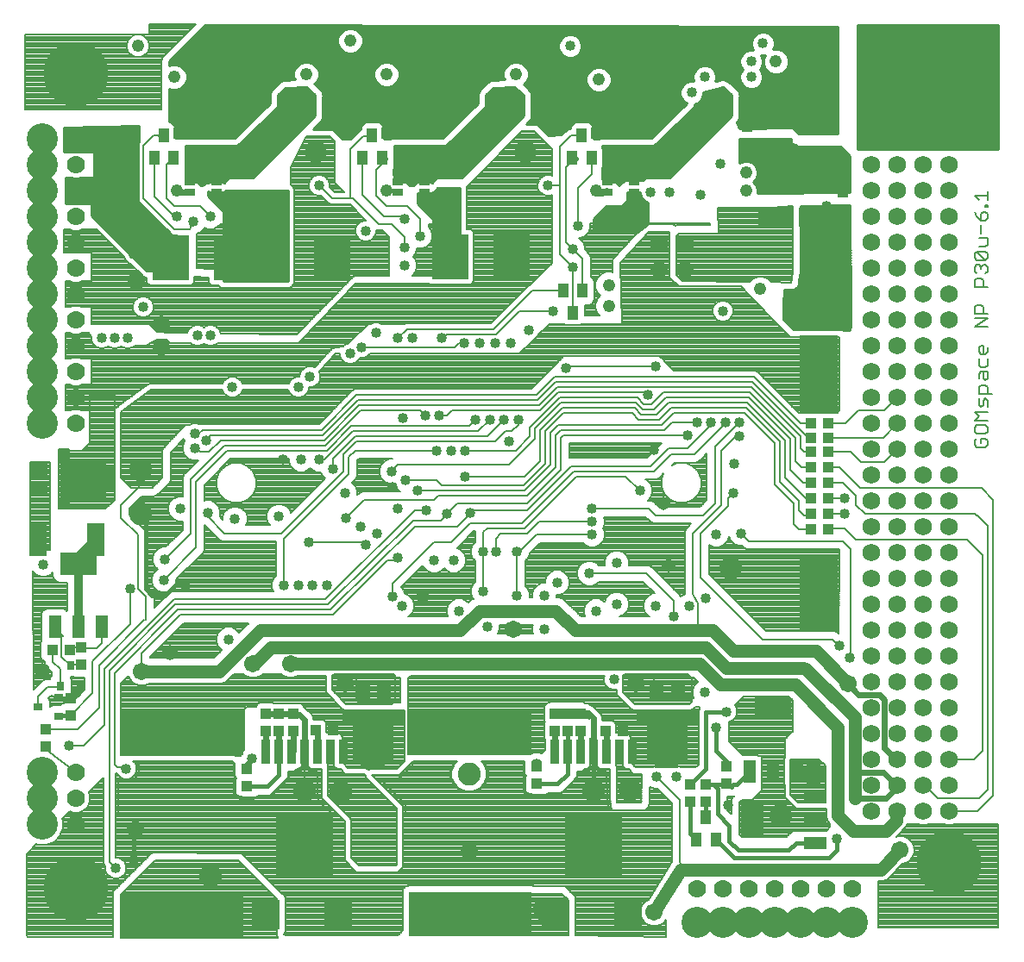
<source format=gbr>
G75*
G70*
%OFA0B0*%
%FSLAX24Y24*%
%IPPOS*%
%LPD*%
%AMOC8*
5,1,8,0,0,1.08239X$1,22.5*
%
%ADD10C,0.0060*%
%ADD11C,0.0860*%
%ADD12R,0.0394X0.0276*%
%ADD13R,0.0394X0.0433*%
%ADD14R,0.1339X0.0748*%
%ADD15R,0.0550X0.0700*%
%ADD16C,0.0050*%
%ADD17R,0.1575X0.1575*%
%ADD18R,0.1437X0.1732*%
%ADD19R,0.0480X0.0880*%
%ADD20R,0.1417X0.0866*%
%ADD21R,0.0880X0.0480*%
%ADD22R,0.0866X0.1417*%
%ADD23R,0.0433X0.0394*%
%ADD24C,0.1200*%
%ADD25C,0.0700*%
%ADD26R,0.1060X0.1180*%
%ADD27R,0.1070X0.1180*%
%ADD28R,0.4724X0.1693*%
%ADD29C,0.2500*%
%ADD30C,0.0680*%
%ADD31R,0.0394X0.0551*%
%ADD32R,0.1500X0.3000*%
%ADD33OC8,0.0640*%
%ADD34R,0.0709X0.1260*%
%ADD35R,0.0700X0.0550*%
%ADD36R,0.0358X0.0948*%
%ADD37R,0.2200X0.2500*%
%ADD38R,0.0310X0.0350*%
%ADD39R,0.0350X0.0310*%
%ADD40C,0.0240*%
%ADD41C,0.0477*%
%ADD42C,0.0674*%
%ADD43C,0.0100*%
%ADD44C,0.0398*%
%ADD45C,0.0595*%
%ADD46C,0.0886*%
%ADD47C,0.0080*%
%ADD48C,0.0160*%
%ADD49C,0.0516*%
%ADD50C,0.0500*%
%ADD51C,0.0320*%
D10*
X043059Y019950D02*
X043143Y019866D01*
X043476Y019866D01*
X043560Y019950D01*
X043560Y020116D01*
X043476Y020200D01*
X043309Y020200D01*
X043309Y020033D01*
X043143Y020200D02*
X043059Y020116D01*
X043059Y019950D01*
X043143Y020382D02*
X043476Y020382D01*
X043560Y020465D01*
X043560Y020632D01*
X043476Y020715D01*
X043143Y020715D01*
X043059Y020632D01*
X043059Y020465D01*
X043143Y020382D01*
X043059Y020897D02*
X043226Y021064D01*
X043059Y021231D01*
X043560Y021231D01*
X043560Y021413D02*
X043560Y021663D01*
X043476Y021747D01*
X043393Y021663D01*
X043393Y021496D01*
X043309Y021413D01*
X043226Y021496D01*
X043226Y021747D01*
X043226Y021929D02*
X043226Y022179D01*
X043309Y022262D01*
X043476Y022262D01*
X043560Y022179D01*
X043560Y021929D01*
X043726Y021929D02*
X043226Y021929D01*
X043476Y022444D02*
X043393Y022528D01*
X043393Y022778D01*
X043309Y022778D02*
X043560Y022778D01*
X043560Y022528D01*
X043476Y022444D01*
X043226Y022528D02*
X043226Y022694D01*
X043309Y022778D01*
X043309Y022960D02*
X043476Y022960D01*
X043560Y023043D01*
X043560Y023294D01*
X043476Y023476D02*
X043309Y023476D01*
X043226Y023559D01*
X043226Y023726D01*
X043309Y023809D01*
X043393Y023809D01*
X043393Y023476D01*
X043476Y023476D02*
X043560Y023559D01*
X043560Y023726D01*
X043226Y023294D02*
X043226Y023043D01*
X043309Y022960D01*
X043059Y024516D02*
X043560Y024850D01*
X043059Y024850D01*
X043059Y025032D02*
X043059Y025282D01*
X043143Y025365D01*
X043309Y025365D01*
X043393Y025282D01*
X043393Y025032D01*
X043560Y025032D02*
X043059Y025032D01*
X043059Y024516D02*
X043560Y024516D01*
X043560Y026063D02*
X043059Y026063D01*
X043059Y026313D01*
X043143Y026397D01*
X043309Y026397D01*
X043393Y026313D01*
X043393Y026063D01*
X043476Y026579D02*
X043560Y026662D01*
X043560Y026829D01*
X043476Y026912D01*
X043393Y026912D01*
X043309Y026829D01*
X043309Y026745D01*
X043309Y026829D02*
X043226Y026912D01*
X043143Y026912D01*
X043059Y026829D01*
X043059Y026662D01*
X043143Y026579D01*
X043143Y027094D02*
X043059Y027178D01*
X043059Y027344D01*
X043143Y027428D01*
X043476Y027094D01*
X043560Y027178D01*
X043560Y027344D01*
X043476Y027428D01*
X043143Y027428D01*
X043226Y027610D02*
X043476Y027610D01*
X043560Y027693D01*
X043560Y027944D01*
X043226Y027944D01*
X043309Y028126D02*
X043309Y028459D01*
X043309Y028641D02*
X043309Y028891D01*
X043393Y028975D01*
X043476Y028975D01*
X043560Y028891D01*
X043560Y028725D01*
X043476Y028641D01*
X043309Y028641D01*
X043143Y028808D01*
X043059Y028975D01*
X043476Y029157D02*
X043476Y029240D01*
X043560Y029240D01*
X043560Y029157D01*
X043476Y029157D01*
X043560Y029415D02*
X043560Y029748D01*
X043560Y029581D02*
X043059Y029581D01*
X043226Y029415D01*
X043143Y027094D02*
X043476Y027094D01*
X043560Y020897D02*
X043059Y020897D01*
D11*
X033060Y033270D03*
X025719Y031303D03*
X024960Y033270D03*
X017619Y031303D03*
X016910Y033270D03*
X009569Y031303D03*
D12*
X012740Y030486D03*
X012740Y030112D03*
X012740Y029738D03*
X013763Y029738D03*
X013763Y030112D03*
X013763Y030486D03*
X020790Y030486D03*
X020790Y030112D03*
X020790Y029738D03*
X021813Y029738D03*
X021813Y030112D03*
X021813Y030486D03*
X028890Y030486D03*
X028890Y030112D03*
X028890Y029738D03*
X029913Y029738D03*
X029913Y030112D03*
X029913Y030486D03*
D13*
X034290Y031601D03*
X034290Y032271D03*
X037990Y029721D03*
X037990Y029051D03*
X037424Y020786D03*
X036755Y020786D03*
X036755Y020236D03*
X036755Y019686D03*
X037424Y019686D03*
X037424Y020236D03*
X037424Y019086D03*
X037424Y018486D03*
X036755Y018486D03*
X036755Y019086D03*
X036755Y017886D03*
X036755Y017286D03*
X037424Y017286D03*
X037424Y017886D03*
X037424Y016686D03*
X036755Y016686D03*
X026840Y009571D03*
X026840Y008901D03*
X015690Y008901D03*
X015690Y009571D03*
X008124Y012036D03*
X007455Y012036D03*
D14*
X035390Y028768D03*
X036940Y028768D03*
X036940Y030304D03*
X035390Y030304D03*
X035390Y031368D03*
X035390Y032904D03*
D15*
X029850Y031056D03*
X029030Y031056D03*
X021750Y031056D03*
X020930Y031056D03*
X013700Y031056D03*
X012880Y031056D03*
X019430Y010416D03*
X020250Y010416D03*
X030780Y010416D03*
X031600Y010416D03*
D16*
X031940Y009636D02*
X032340Y009636D01*
X032340Y009586D01*
X032340Y009236D01*
X031990Y009236D01*
X031940Y009236D01*
X031940Y007836D01*
X031590Y007836D01*
X031590Y007486D01*
X030740Y007486D01*
X030740Y007836D01*
X030440Y007836D01*
X030440Y009236D01*
X030040Y009236D01*
X030040Y009636D01*
X030440Y009636D01*
X030440Y009536D01*
X031940Y009536D01*
X031940Y009636D01*
X032340Y009636D01*
X032340Y009586D01*
X032340Y009236D01*
X031990Y009236D01*
X031940Y009236D01*
X031940Y007836D01*
X031590Y007836D01*
X031590Y007486D01*
X030740Y007486D01*
X030740Y007836D01*
X030440Y007836D01*
X030440Y009236D01*
X030040Y009236D01*
X030040Y009636D01*
X030440Y009636D01*
X030440Y009536D01*
X031940Y009536D01*
X031940Y009636D01*
X031940Y009621D02*
X032340Y009621D01*
X031940Y009621D01*
X031940Y009572D02*
X032340Y009572D01*
X031940Y009572D01*
X031940Y009233D02*
X030440Y009233D01*
X031940Y009233D01*
X031940Y009184D02*
X030440Y009184D01*
X031940Y009184D01*
X031940Y009136D02*
X030440Y009136D01*
X031940Y009136D01*
X031940Y009087D02*
X030440Y009087D01*
X031940Y009087D01*
X031940Y009039D02*
X030440Y009039D01*
X031940Y009039D01*
X031940Y008990D02*
X030440Y008990D01*
X031940Y008990D01*
X031940Y008941D02*
X030440Y008941D01*
X031940Y008941D01*
X031940Y008893D02*
X030440Y008893D01*
X031940Y008893D01*
X031940Y008844D02*
X030440Y008844D01*
X031940Y008844D01*
X031940Y008796D02*
X030440Y008796D01*
X031940Y008796D01*
X031940Y008747D02*
X030440Y008747D01*
X031940Y008747D01*
X031940Y008699D02*
X030440Y008699D01*
X031940Y008699D01*
X031940Y008650D02*
X030440Y008650D01*
X031940Y008650D01*
X031940Y008602D02*
X030440Y008602D01*
X031940Y008602D01*
X031940Y008553D02*
X030440Y008553D01*
X031940Y008553D01*
X031940Y008505D02*
X030440Y008505D01*
X031940Y008505D01*
X031940Y008456D02*
X030440Y008456D01*
X031940Y008456D01*
X031940Y008407D02*
X030440Y008407D01*
X031940Y008407D01*
X031940Y008359D02*
X030440Y008359D01*
X031940Y008359D01*
X031940Y008310D02*
X030440Y008310D01*
X031940Y008310D01*
X031940Y008262D02*
X030440Y008262D01*
X031940Y008262D01*
X031940Y008213D02*
X030440Y008213D01*
X031940Y008213D01*
X031940Y008165D02*
X030440Y008165D01*
X031940Y008165D01*
X031940Y008116D02*
X030440Y008116D01*
X031940Y008116D01*
X031940Y008068D02*
X030440Y008068D01*
X031940Y008068D01*
X031940Y008019D02*
X030440Y008019D01*
X031940Y008019D01*
X031940Y007971D02*
X030440Y007971D01*
X031940Y007971D01*
X031940Y007922D02*
X030440Y007922D01*
X031940Y007922D01*
X031940Y007873D02*
X030440Y007873D01*
X031940Y007873D01*
X031590Y007825D02*
X030740Y007825D01*
X031590Y007825D01*
X031590Y007776D02*
X030740Y007776D01*
X031590Y007776D01*
X031590Y007728D02*
X030740Y007728D01*
X031590Y007728D01*
X031590Y007679D02*
X030740Y007679D01*
X031590Y007679D01*
X031590Y007631D02*
X030740Y007631D01*
X031590Y007631D01*
X031590Y007582D02*
X030740Y007582D01*
X031590Y007582D01*
X031590Y007534D02*
X030740Y007534D01*
X031590Y007534D01*
X032340Y009281D02*
X030040Y009281D01*
X032340Y009281D01*
X032340Y009330D02*
X030040Y009330D01*
X032340Y009330D01*
X032340Y009378D02*
X030040Y009378D01*
X032340Y009378D01*
X032340Y009427D02*
X030040Y009427D01*
X032340Y009427D01*
X032340Y009475D02*
X030040Y009475D01*
X032340Y009475D01*
X032340Y009524D02*
X030040Y009524D01*
X032340Y009524D01*
X030440Y009572D02*
X030040Y009572D01*
X030440Y009572D01*
X030440Y009621D02*
X030040Y009621D01*
X030440Y009621D01*
X020990Y009621D02*
X020590Y009621D01*
X020990Y009621D01*
X020990Y009636D02*
X020990Y009586D01*
X020990Y009236D01*
X020640Y009236D01*
X020590Y009236D01*
X020590Y007836D01*
X020240Y007836D01*
X020240Y007486D01*
X019390Y007486D01*
X019390Y007836D01*
X019090Y007836D01*
X019090Y009236D01*
X018690Y009236D01*
X018690Y009636D01*
X019090Y009636D01*
X019090Y009536D01*
X020590Y009536D01*
X020590Y009636D01*
X020990Y009636D01*
X020990Y009586D01*
X020990Y009236D01*
X020640Y009236D01*
X020590Y009236D01*
X020590Y007836D01*
X020240Y007836D01*
X020240Y007486D01*
X019390Y007486D01*
X019390Y007836D01*
X019090Y007836D01*
X019090Y009236D01*
X018690Y009236D01*
X018690Y009636D01*
X019090Y009636D01*
X019090Y009536D01*
X020590Y009536D01*
X020590Y009636D01*
X020990Y009636D01*
X020990Y009572D02*
X020590Y009572D01*
X020990Y009572D01*
X020990Y009524D02*
X018690Y009524D01*
X020990Y009524D01*
X020990Y009475D02*
X018690Y009475D01*
X020990Y009475D01*
X020990Y009427D02*
X018690Y009427D01*
X020990Y009427D01*
X020990Y009378D02*
X018690Y009378D01*
X020990Y009378D01*
X020990Y009330D02*
X018690Y009330D01*
X020990Y009330D01*
X020990Y009281D02*
X018690Y009281D01*
X020990Y009281D01*
X020590Y009233D02*
X019090Y009233D01*
X020590Y009233D01*
X020590Y009184D02*
X019090Y009184D01*
X020590Y009184D01*
X020590Y009136D02*
X019090Y009136D01*
X020590Y009136D01*
X020590Y009087D02*
X019090Y009087D01*
X020590Y009087D01*
X020590Y009039D02*
X019090Y009039D01*
X020590Y009039D01*
X020590Y008990D02*
X019090Y008990D01*
X020590Y008990D01*
X020590Y008941D02*
X019090Y008941D01*
X020590Y008941D01*
X020590Y008893D02*
X019090Y008893D01*
X020590Y008893D01*
X020590Y008844D02*
X019090Y008844D01*
X020590Y008844D01*
X020590Y008796D02*
X019090Y008796D01*
X020590Y008796D01*
X020590Y008747D02*
X019090Y008747D01*
X020590Y008747D01*
X020590Y008699D02*
X019090Y008699D01*
X020590Y008699D01*
X020590Y008650D02*
X019090Y008650D01*
X020590Y008650D01*
X020590Y008602D02*
X019090Y008602D01*
X020590Y008602D01*
X020590Y008553D02*
X019090Y008553D01*
X020590Y008553D01*
X020590Y008505D02*
X019090Y008505D01*
X020590Y008505D01*
X020590Y008456D02*
X019090Y008456D01*
X020590Y008456D01*
X020590Y008407D02*
X019090Y008407D01*
X020590Y008407D01*
X020590Y008359D02*
X019090Y008359D01*
X020590Y008359D01*
X020590Y008310D02*
X019090Y008310D01*
X020590Y008310D01*
X020590Y008262D02*
X019090Y008262D01*
X020590Y008262D01*
X020590Y008213D02*
X019090Y008213D01*
X020590Y008213D01*
X020590Y008165D02*
X019090Y008165D01*
X020590Y008165D01*
X020590Y008116D02*
X019090Y008116D01*
X020590Y008116D01*
X020590Y008068D02*
X019090Y008068D01*
X020590Y008068D01*
X020590Y008019D02*
X019090Y008019D01*
X020590Y008019D01*
X020590Y007971D02*
X019090Y007971D01*
X020590Y007971D01*
X020590Y007922D02*
X019090Y007922D01*
X020590Y007922D01*
X020590Y007873D02*
X019090Y007873D01*
X020590Y007873D01*
X020240Y007825D02*
X019390Y007825D01*
X020240Y007825D01*
X020240Y007776D02*
X019390Y007776D01*
X020240Y007776D01*
X020240Y007728D02*
X019390Y007728D01*
X020240Y007728D01*
X020240Y007679D02*
X019390Y007679D01*
X020240Y007679D01*
X020240Y007631D02*
X019390Y007631D01*
X020240Y007631D01*
X020240Y007582D02*
X019390Y007582D01*
X020240Y007582D01*
X020240Y007534D02*
X019390Y007534D01*
X020240Y007534D01*
X019090Y009572D02*
X018690Y009572D01*
X019090Y009572D01*
X019090Y009621D02*
X018690Y009621D01*
X019090Y009621D01*
X009490Y017886D02*
X008090Y017886D01*
X008090Y017486D01*
X007690Y017486D01*
X007690Y017886D01*
X007790Y017886D01*
X007790Y019386D01*
X007690Y019386D01*
X007690Y019786D01*
X007740Y019786D01*
X008090Y019786D01*
X008090Y019436D01*
X008090Y019386D01*
X009490Y019386D01*
X009490Y019036D01*
X009840Y019036D01*
X009840Y018186D01*
X009490Y018186D01*
X009490Y017886D01*
X008090Y017886D01*
X008090Y017486D01*
X007690Y017486D01*
X007690Y017886D01*
X007790Y017886D01*
X007790Y019386D01*
X007690Y019386D01*
X007690Y019786D01*
X007740Y019786D01*
X008090Y019786D01*
X008090Y019436D01*
X008090Y019386D01*
X009490Y019386D01*
X009490Y019036D01*
X009840Y019036D01*
X009840Y018186D01*
X009490Y018186D01*
X009490Y017886D01*
X009490Y017922D02*
X007790Y017922D01*
X009490Y017922D01*
X009490Y017970D02*
X007790Y017970D01*
X009490Y017970D01*
X009490Y018019D02*
X007790Y018019D01*
X009490Y018019D01*
X009490Y018068D02*
X007790Y018068D01*
X009490Y018068D01*
X009490Y018116D02*
X007790Y018116D01*
X009490Y018116D01*
X009490Y018165D02*
X007790Y018165D01*
X009490Y018165D01*
X009840Y018213D02*
X007790Y018213D01*
X009840Y018213D01*
X009840Y018262D02*
X007790Y018262D01*
X009840Y018262D01*
X009840Y018310D02*
X007790Y018310D01*
X009840Y018310D01*
X009840Y018359D02*
X007790Y018359D01*
X009840Y018359D01*
X009840Y018407D02*
X007790Y018407D01*
X009840Y018407D01*
X009840Y018456D02*
X007790Y018456D01*
X009840Y018456D01*
X009840Y018504D02*
X007790Y018504D01*
X009840Y018504D01*
X009840Y018553D02*
X007790Y018553D01*
X009840Y018553D01*
X009840Y018602D02*
X007790Y018602D01*
X009840Y018602D01*
X009840Y018650D02*
X007790Y018650D01*
X009840Y018650D01*
X009840Y018699D02*
X007790Y018699D01*
X009840Y018699D01*
X009840Y018747D02*
X007790Y018747D01*
X009840Y018747D01*
X009840Y018796D02*
X007790Y018796D01*
X009840Y018796D01*
X009840Y018844D02*
X007790Y018844D01*
X009840Y018844D01*
X009840Y018893D02*
X007790Y018893D01*
X009840Y018893D01*
X009840Y018941D02*
X007790Y018941D01*
X009840Y018941D01*
X009840Y018990D02*
X007790Y018990D01*
X009840Y018990D01*
X009490Y019038D02*
X007790Y019038D01*
X009490Y019038D01*
X009490Y019087D02*
X007790Y019087D01*
X009490Y019087D01*
X009490Y019136D02*
X007790Y019136D01*
X009490Y019136D01*
X009490Y019184D02*
X007790Y019184D01*
X009490Y019184D01*
X009490Y019233D02*
X007790Y019233D01*
X009490Y019233D01*
X009490Y019281D02*
X007790Y019281D01*
X009490Y019281D01*
X009490Y019330D02*
X007790Y019330D01*
X009490Y019330D01*
X009490Y019378D02*
X007790Y019378D01*
X009490Y019378D01*
X008090Y019427D02*
X007690Y019427D01*
X008090Y019427D01*
X008090Y019475D02*
X007690Y019475D01*
X008090Y019475D01*
X008090Y019524D02*
X007690Y019524D01*
X008090Y019524D01*
X008090Y019572D02*
X007690Y019572D01*
X008090Y019572D01*
X008090Y019621D02*
X007690Y019621D01*
X008090Y019621D01*
X008090Y019669D02*
X007690Y019669D01*
X008090Y019669D01*
X008090Y019718D02*
X007690Y019718D01*
X008090Y019718D01*
X008090Y019767D02*
X007690Y019767D01*
X008090Y019767D01*
X008090Y017873D02*
X007690Y017873D01*
X008090Y017873D01*
X008090Y017825D02*
X007690Y017825D01*
X008090Y017825D01*
X008090Y017776D02*
X007690Y017776D01*
X008090Y017776D01*
X008090Y017728D02*
X007690Y017728D01*
X008090Y017728D01*
X008090Y017679D02*
X007690Y017679D01*
X008090Y017679D01*
X008090Y017631D02*
X007690Y017631D01*
X008090Y017631D01*
X008090Y017582D02*
X007690Y017582D01*
X008090Y017582D01*
X008090Y017534D02*
X007690Y017534D01*
X008090Y017534D01*
X012140Y031836D02*
X012140Y031886D01*
X012140Y032236D01*
X012490Y032236D01*
X012540Y032236D01*
X012540Y033636D01*
X012890Y033636D01*
X012890Y033986D01*
X013740Y033986D01*
X013740Y033636D01*
X014040Y033636D01*
X014040Y032236D01*
X014440Y032236D01*
X014440Y031836D01*
X014040Y031836D01*
X014040Y031936D01*
X012540Y031936D01*
X012540Y031836D01*
X012140Y031836D01*
X012140Y031886D01*
X012140Y032236D01*
X012490Y032236D01*
X012540Y032236D01*
X012540Y033636D01*
X012890Y033636D01*
X012890Y033986D01*
X013740Y033986D01*
X013740Y033636D01*
X014040Y033636D01*
X014040Y032236D01*
X014440Y032236D01*
X014440Y031836D01*
X014040Y031836D01*
X014040Y031936D01*
X012540Y031936D01*
X012540Y031836D01*
X012140Y031836D01*
X012140Y031854D02*
X012540Y031854D01*
X012140Y031854D01*
X012140Y031902D02*
X012540Y031902D01*
X012140Y031902D01*
X012140Y031951D02*
X014440Y031951D01*
X012140Y031951D01*
X012140Y031999D02*
X014440Y031999D01*
X012140Y031999D01*
X012140Y032048D02*
X014440Y032048D01*
X012140Y032048D01*
X012140Y032097D02*
X014440Y032097D01*
X012140Y032097D01*
X012140Y032145D02*
X014440Y032145D01*
X012140Y032145D01*
X012140Y032194D02*
X014440Y032194D01*
X012140Y032194D01*
X012540Y032242D02*
X014040Y032242D01*
X012540Y032242D01*
X012540Y032291D02*
X014040Y032291D01*
X012540Y032291D01*
X012540Y032339D02*
X014040Y032339D01*
X012540Y032339D01*
X012540Y032388D02*
X014040Y032388D01*
X012540Y032388D01*
X012540Y032436D02*
X014040Y032436D01*
X012540Y032436D01*
X012540Y032485D02*
X014040Y032485D01*
X012540Y032485D01*
X012540Y032533D02*
X014040Y032533D01*
X012540Y032533D01*
X012540Y032582D02*
X014040Y032582D01*
X012540Y032582D01*
X012540Y032631D02*
X014040Y032631D01*
X012540Y032631D01*
X012540Y032679D02*
X014040Y032679D01*
X012540Y032679D01*
X012540Y032728D02*
X014040Y032728D01*
X012540Y032728D01*
X012540Y032776D02*
X014040Y032776D01*
X012540Y032776D01*
X012540Y032825D02*
X014040Y032825D01*
X012540Y032825D01*
X012540Y032873D02*
X014040Y032873D01*
X012540Y032873D01*
X012540Y032922D02*
X014040Y032922D01*
X012540Y032922D01*
X012540Y032970D02*
X014040Y032970D01*
X012540Y032970D01*
X012540Y033019D02*
X014040Y033019D01*
X012540Y033019D01*
X012540Y033067D02*
X014040Y033067D01*
X012540Y033067D01*
X012540Y033116D02*
X014040Y033116D01*
X012540Y033116D01*
X012540Y033165D02*
X014040Y033165D01*
X012540Y033165D01*
X012540Y033213D02*
X014040Y033213D01*
X012540Y033213D01*
X012540Y033262D02*
X014040Y033262D01*
X012540Y033262D01*
X012540Y033310D02*
X014040Y033310D01*
X012540Y033310D01*
X012540Y033359D02*
X014040Y033359D01*
X012540Y033359D01*
X012540Y033407D02*
X014040Y033407D01*
X012540Y033407D01*
X012540Y033456D02*
X014040Y033456D01*
X012540Y033456D01*
X012540Y033504D02*
X014040Y033504D01*
X012540Y033504D01*
X012540Y033553D02*
X014040Y033553D01*
X012540Y033553D01*
X012540Y033601D02*
X014040Y033601D01*
X012540Y033601D01*
X012890Y033650D02*
X013740Y033650D01*
X012890Y033650D01*
X012890Y033699D02*
X013740Y033699D01*
X012890Y033699D01*
X012890Y033747D02*
X013740Y033747D01*
X012890Y033747D01*
X012890Y033796D02*
X013740Y033796D01*
X012890Y033796D01*
X012890Y033844D02*
X013740Y033844D01*
X012890Y033844D01*
X012890Y033893D02*
X013740Y033893D01*
X012890Y033893D01*
X012890Y033941D02*
X013740Y033941D01*
X012890Y033941D01*
X014040Y031902D02*
X014440Y031902D01*
X014040Y031902D01*
X014040Y031854D02*
X014440Y031854D01*
X014040Y031854D01*
X020190Y031854D02*
X020590Y031854D01*
X020190Y031854D01*
X020190Y031836D02*
X020190Y031886D01*
X020190Y032236D01*
X020540Y032236D01*
X020590Y032236D01*
X020590Y033636D01*
X020940Y033636D01*
X020940Y033986D01*
X021790Y033986D01*
X021790Y033636D01*
X022090Y033636D01*
X022090Y032236D01*
X022490Y032236D01*
X022490Y031836D01*
X022090Y031836D01*
X022090Y031936D01*
X020590Y031936D01*
X020590Y031836D01*
X020190Y031836D01*
X020190Y031886D01*
X020190Y032236D01*
X020540Y032236D01*
X020590Y032236D01*
X020590Y033636D01*
X020940Y033636D01*
X020940Y033986D01*
X021790Y033986D01*
X021790Y033636D01*
X022090Y033636D01*
X022090Y032236D01*
X022490Y032236D01*
X022490Y031836D01*
X022090Y031836D01*
X022090Y031936D01*
X020590Y031936D01*
X020590Y031836D01*
X020190Y031836D01*
X020190Y031902D02*
X020590Y031902D01*
X020190Y031902D01*
X020190Y031951D02*
X022490Y031951D01*
X020190Y031951D01*
X020190Y031999D02*
X022490Y031999D01*
X020190Y031999D01*
X020190Y032048D02*
X022490Y032048D01*
X020190Y032048D01*
X020190Y032097D02*
X022490Y032097D01*
X020190Y032097D01*
X020190Y032145D02*
X022490Y032145D01*
X020190Y032145D01*
X020190Y032194D02*
X022490Y032194D01*
X020190Y032194D01*
X020590Y032242D02*
X022090Y032242D01*
X020590Y032242D01*
X020590Y032291D02*
X022090Y032291D01*
X020590Y032291D01*
X020590Y032339D02*
X022090Y032339D01*
X020590Y032339D01*
X020590Y032388D02*
X022090Y032388D01*
X020590Y032388D01*
X020590Y032436D02*
X022090Y032436D01*
X020590Y032436D01*
X020590Y032485D02*
X022090Y032485D01*
X020590Y032485D01*
X020590Y032533D02*
X022090Y032533D01*
X020590Y032533D01*
X020590Y032582D02*
X022090Y032582D01*
X020590Y032582D01*
X020590Y032631D02*
X022090Y032631D01*
X020590Y032631D01*
X020590Y032679D02*
X022090Y032679D01*
X020590Y032679D01*
X020590Y032728D02*
X022090Y032728D01*
X020590Y032728D01*
X020590Y032776D02*
X022090Y032776D01*
X020590Y032776D01*
X020590Y032825D02*
X022090Y032825D01*
X020590Y032825D01*
X020590Y032873D02*
X022090Y032873D01*
X020590Y032873D01*
X020590Y032922D02*
X022090Y032922D01*
X020590Y032922D01*
X020590Y032970D02*
X022090Y032970D01*
X020590Y032970D01*
X020590Y033019D02*
X022090Y033019D01*
X020590Y033019D01*
X020590Y033067D02*
X022090Y033067D01*
X020590Y033067D01*
X020590Y033116D02*
X022090Y033116D01*
X020590Y033116D01*
X020590Y033165D02*
X022090Y033165D01*
X020590Y033165D01*
X020590Y033213D02*
X022090Y033213D01*
X020590Y033213D01*
X020590Y033262D02*
X022090Y033262D01*
X020590Y033262D01*
X020590Y033310D02*
X022090Y033310D01*
X020590Y033310D01*
X020590Y033359D02*
X022090Y033359D01*
X020590Y033359D01*
X020590Y033407D02*
X022090Y033407D01*
X020590Y033407D01*
X020590Y033456D02*
X022090Y033456D01*
X020590Y033456D01*
X020590Y033504D02*
X022090Y033504D01*
X020590Y033504D01*
X020590Y033553D02*
X022090Y033553D01*
X020590Y033553D01*
X020590Y033601D02*
X022090Y033601D01*
X020590Y033601D01*
X020940Y033650D02*
X021790Y033650D01*
X020940Y033650D01*
X020940Y033699D02*
X021790Y033699D01*
X020940Y033699D01*
X020940Y033747D02*
X021790Y033747D01*
X020940Y033747D01*
X020940Y033796D02*
X021790Y033796D01*
X020940Y033796D01*
X020940Y033844D02*
X021790Y033844D01*
X020940Y033844D01*
X020940Y033893D02*
X021790Y033893D01*
X020940Y033893D01*
X020940Y033941D02*
X021790Y033941D01*
X020940Y033941D01*
X022090Y031902D02*
X022490Y031902D01*
X022090Y031902D01*
X022090Y031854D02*
X022490Y031854D01*
X022090Y031854D01*
X028290Y031854D02*
X028690Y031854D01*
X028290Y031854D01*
X028290Y031836D02*
X028290Y031886D01*
X028290Y032236D01*
X028640Y032236D01*
X028690Y032236D01*
X028690Y033636D01*
X029040Y033636D01*
X029040Y033986D01*
X029890Y033986D01*
X029890Y033636D01*
X030190Y033636D01*
X030190Y032236D01*
X030590Y032236D01*
X030590Y031836D01*
X030190Y031836D01*
X030190Y031936D01*
X028690Y031936D01*
X028690Y031836D01*
X028290Y031836D01*
X028290Y031886D01*
X028290Y032236D01*
X028640Y032236D01*
X028690Y032236D01*
X028690Y033636D01*
X029040Y033636D01*
X029040Y033986D01*
X029890Y033986D01*
X029890Y033636D01*
X030190Y033636D01*
X030190Y032236D01*
X030590Y032236D01*
X030590Y031836D01*
X030190Y031836D01*
X030190Y031936D01*
X028690Y031936D01*
X028690Y031836D01*
X028290Y031836D01*
X028290Y031902D02*
X028690Y031902D01*
X028290Y031902D01*
X028290Y031951D02*
X030590Y031951D01*
X028290Y031951D01*
X028290Y031999D02*
X030590Y031999D01*
X028290Y031999D01*
X028290Y032048D02*
X030590Y032048D01*
X028290Y032048D01*
X028290Y032097D02*
X030590Y032097D01*
X028290Y032097D01*
X028290Y032145D02*
X030590Y032145D01*
X028290Y032145D01*
X028290Y032194D02*
X030590Y032194D01*
X028290Y032194D01*
X028690Y032242D02*
X030190Y032242D01*
X028690Y032242D01*
X028690Y032291D02*
X030190Y032291D01*
X028690Y032291D01*
X028690Y032339D02*
X030190Y032339D01*
X028690Y032339D01*
X028690Y032388D02*
X030190Y032388D01*
X028690Y032388D01*
X028690Y032436D02*
X030190Y032436D01*
X028690Y032436D01*
X028690Y032485D02*
X030190Y032485D01*
X028690Y032485D01*
X028690Y032533D02*
X030190Y032533D01*
X028690Y032533D01*
X028690Y032582D02*
X030190Y032582D01*
X028690Y032582D01*
X028690Y032631D02*
X030190Y032631D01*
X028690Y032631D01*
X028690Y032679D02*
X030190Y032679D01*
X028690Y032679D01*
X028690Y032728D02*
X030190Y032728D01*
X028690Y032728D01*
X028690Y032776D02*
X030190Y032776D01*
X028690Y032776D01*
X028690Y032825D02*
X030190Y032825D01*
X028690Y032825D01*
X028690Y032873D02*
X030190Y032873D01*
X028690Y032873D01*
X028690Y032922D02*
X030190Y032922D01*
X028690Y032922D01*
X028690Y032970D02*
X030190Y032970D01*
X028690Y032970D01*
X028690Y033019D02*
X030190Y033019D01*
X028690Y033019D01*
X028690Y033067D02*
X030190Y033067D01*
X028690Y033067D01*
X028690Y033116D02*
X030190Y033116D01*
X028690Y033116D01*
X028690Y033165D02*
X030190Y033165D01*
X028690Y033165D01*
X028690Y033213D02*
X030190Y033213D01*
X028690Y033213D01*
X028690Y033262D02*
X030190Y033262D01*
X028690Y033262D01*
X028690Y033310D02*
X030190Y033310D01*
X028690Y033310D01*
X028690Y033359D02*
X030190Y033359D01*
X028690Y033359D01*
X028690Y033407D02*
X030190Y033407D01*
X028690Y033407D01*
X028690Y033456D02*
X030190Y033456D01*
X028690Y033456D01*
X028690Y033504D02*
X030190Y033504D01*
X028690Y033504D01*
X028690Y033553D02*
X030190Y033553D01*
X028690Y033553D01*
X028690Y033601D02*
X030190Y033601D01*
X028690Y033601D01*
X029040Y033650D02*
X029890Y033650D01*
X029040Y033650D01*
X029040Y033699D02*
X029890Y033699D01*
X029040Y033699D01*
X029040Y033747D02*
X029890Y033747D01*
X029040Y033747D01*
X029040Y033796D02*
X029890Y033796D01*
X029040Y033796D01*
X029040Y033844D02*
X029890Y033844D01*
X029040Y033844D01*
X029040Y033893D02*
X029890Y033893D01*
X029040Y033893D01*
X029040Y033941D02*
X029890Y033941D01*
X029040Y033941D01*
X030190Y031902D02*
X030590Y031902D01*
X030190Y031902D01*
X030190Y031854D02*
X030590Y031854D01*
X030190Y031854D01*
D17*
X029440Y032816D03*
X021340Y032816D03*
X013290Y032816D03*
X008669Y018636D03*
X019840Y008657D03*
X031190Y008657D03*
D18*
X025180Y027236D03*
X022799Y027236D03*
X018230Y027186D03*
X015849Y027186D03*
X014380Y027186D03*
X011999Y027186D03*
X036949Y032836D03*
X039330Y032836D03*
X039330Y034886D03*
X036949Y034886D03*
D19*
X009350Y012916D03*
X008440Y012916D03*
X007530Y012916D03*
X034380Y007316D03*
X035290Y007316D03*
X036200Y007316D03*
D20*
X035290Y009756D03*
X008440Y015356D03*
D21*
X036910Y006396D03*
X036910Y005486D03*
X036910Y004576D03*
D22*
X034469Y005486D03*
D23*
X033490Y006851D03*
X033490Y007521D03*
X032690Y006821D03*
X032090Y006821D03*
X032090Y006151D03*
X032690Y006151D03*
X029474Y008886D03*
X028805Y008886D03*
X027840Y008901D03*
X027340Y008901D03*
X027340Y009571D03*
X027840Y009571D03*
X026140Y007521D03*
X026140Y006851D03*
X018274Y008936D03*
X017605Y008936D03*
X016740Y008901D03*
X016190Y008901D03*
X016190Y009571D03*
X016740Y009571D03*
X014940Y007421D03*
X014940Y006751D03*
X008540Y011451D03*
X008540Y012121D03*
X008140Y010171D03*
X008140Y009501D03*
X007190Y008971D03*
X007190Y008301D03*
D24*
X007040Y007286D03*
X007040Y006286D03*
X007040Y005286D03*
X007040Y020786D03*
X007040Y021786D03*
X007040Y022786D03*
X007040Y023786D03*
X007040Y024786D03*
X007040Y025786D03*
X007040Y026786D03*
X007040Y027786D03*
X007040Y028786D03*
X007040Y029786D03*
X007040Y030786D03*
X007040Y031786D03*
X032340Y001486D03*
X033340Y001486D03*
X034340Y001486D03*
X035340Y001486D03*
X036340Y001486D03*
X037340Y001486D03*
X038340Y001486D03*
D25*
X038340Y002786D03*
X037340Y002786D03*
X036340Y002786D03*
X035340Y002786D03*
X034340Y002786D03*
X033340Y002786D03*
X032340Y002786D03*
X008340Y005286D03*
X008340Y006286D03*
X008340Y007286D03*
X008340Y020786D03*
X008340Y021786D03*
X008340Y022786D03*
X008340Y023786D03*
X008340Y024786D03*
X008340Y025786D03*
X008340Y026786D03*
X008340Y027786D03*
X008340Y028786D03*
X008340Y029786D03*
X008340Y030786D03*
X008340Y031786D03*
D26*
X018490Y001786D03*
X029690Y001786D03*
D27*
X026875Y001786D03*
X015675Y001786D03*
D28*
X012440Y001778D03*
X012440Y008786D03*
X023590Y008836D03*
X023590Y001828D03*
D29*
X008340Y002786D03*
X042090Y003786D03*
X042090Y032786D03*
X008340Y034286D03*
D30*
X039090Y030786D03*
X040090Y030786D03*
X041090Y030786D03*
X042090Y030786D03*
X042090Y029786D03*
X041090Y029786D03*
X040090Y029786D03*
X039090Y029786D03*
X039090Y028786D03*
X040090Y028786D03*
X041090Y028786D03*
X042090Y028786D03*
X042090Y027786D03*
X041090Y027786D03*
X040090Y027786D03*
X039090Y027786D03*
X039090Y026786D03*
X040090Y026786D03*
X041090Y026786D03*
X042090Y026786D03*
X042090Y025786D03*
X042090Y024786D03*
X041090Y024786D03*
X041090Y025786D03*
X040090Y025786D03*
X040090Y024786D03*
X039090Y024786D03*
X039090Y025786D03*
X039090Y023786D03*
X040090Y023786D03*
X041090Y023786D03*
X042090Y023786D03*
X042090Y022786D03*
X041090Y022786D03*
X040090Y022786D03*
X039090Y022786D03*
X039090Y021786D03*
X040090Y021786D03*
X041090Y021786D03*
X042090Y021786D03*
X042090Y020786D03*
X041090Y020786D03*
X040090Y020786D03*
X039090Y020786D03*
X039090Y019786D03*
X040090Y019786D03*
X041090Y019786D03*
X042090Y019786D03*
X042090Y018786D03*
X041090Y018786D03*
X040090Y018786D03*
X039090Y018786D03*
X039090Y017786D03*
X040090Y017786D03*
X041090Y017786D03*
X042090Y017786D03*
X042090Y016786D03*
X042090Y015786D03*
X041090Y015786D03*
X041090Y016786D03*
X040090Y016786D03*
X040090Y015786D03*
X039090Y015786D03*
X039090Y016786D03*
X039090Y014786D03*
X040090Y014786D03*
X041090Y014786D03*
X042090Y014786D03*
X042090Y013786D03*
X041090Y013786D03*
X040090Y013786D03*
X039090Y013786D03*
X039090Y012786D03*
X040090Y012786D03*
X041090Y012786D03*
X042090Y012786D03*
X042090Y011786D03*
X041090Y011786D03*
X040090Y011786D03*
X039090Y011786D03*
X039090Y010786D03*
X040090Y010786D03*
X041090Y010786D03*
X042090Y010786D03*
X042090Y009786D03*
X041090Y009786D03*
X040090Y009786D03*
X039090Y009786D03*
X039090Y008786D03*
X040090Y008786D03*
X041090Y008786D03*
X042090Y008786D03*
X042090Y007786D03*
X042090Y006786D03*
X041090Y006786D03*
X041090Y007786D03*
X040090Y007786D03*
X040090Y006786D03*
X039090Y006786D03*
X039090Y007786D03*
X039090Y005786D03*
X040090Y005786D03*
X041090Y005786D03*
X042090Y005786D03*
D31*
X033064Y004703D03*
X032316Y004703D03*
X032690Y005569D03*
X027540Y025053D03*
X027914Y025919D03*
X027166Y025919D03*
X027516Y031053D03*
X028264Y031053D03*
X027890Y031919D03*
X020164Y031053D03*
X019416Y031053D03*
X019790Y031919D03*
X012114Y031053D03*
X011366Y031053D03*
X011740Y031919D03*
D32*
X037040Y022686D03*
X037040Y014229D03*
D33*
X031890Y026736D03*
X031890Y027736D03*
X030890Y027736D03*
X030890Y026736D03*
D34*
X009092Y016286D03*
X006887Y016286D03*
D35*
X006910Y018226D03*
X006910Y019046D03*
D36*
X015690Y008086D03*
X016190Y008086D03*
X016690Y008086D03*
X017190Y008086D03*
X017690Y008086D03*
X018190Y008086D03*
X018690Y008086D03*
X026840Y008086D03*
X027340Y008086D03*
X027840Y008086D03*
X028340Y008086D03*
X028840Y008086D03*
X029340Y008086D03*
X029840Y008086D03*
D37*
X028340Y004456D03*
X017190Y004456D03*
D38*
X008510Y010636D03*
X007750Y010636D03*
X008130Y011436D03*
D39*
X007690Y010206D03*
X006890Y009826D03*
X007690Y009446D03*
D40*
X015690Y009571D02*
X016190Y009571D01*
X016740Y009571D01*
X016774Y009536D01*
X016990Y009536D01*
X017190Y009336D01*
X017190Y008086D01*
X016740Y008136D02*
X016740Y008901D01*
X017605Y008936D02*
X017690Y008851D01*
X017690Y008086D01*
X016740Y008136D02*
X016690Y008086D01*
X016190Y008086D02*
X016190Y008901D01*
X015690Y008901D02*
X015690Y008086D01*
X026840Y008086D02*
X026840Y008901D01*
X026840Y009571D02*
X027340Y009571D01*
X027840Y009571D01*
X027855Y009586D01*
X028140Y009586D01*
X028340Y009386D01*
X028340Y008086D01*
X028840Y008086D02*
X028840Y008851D01*
X028805Y008886D01*
X027840Y008901D02*
X027840Y008086D01*
X038440Y007286D02*
X039540Y007286D01*
X040040Y006786D01*
X040090Y006786D02*
X040090Y006736D01*
X039640Y006286D01*
X038440Y006286D01*
X040040Y007786D02*
X040090Y007786D01*
X040040Y007786D02*
X039590Y008236D01*
X039590Y010106D01*
X039409Y010286D01*
X038590Y010286D01*
X038440Y010436D01*
X038190Y010736D01*
X028890Y029738D02*
X028791Y029738D01*
X028640Y029686D01*
X028540Y029686D01*
X028440Y029786D01*
X028791Y029738D02*
X028840Y029786D01*
X012740Y029738D02*
X012288Y029738D01*
X012240Y029786D01*
D41*
X012240Y029786D03*
X012140Y034186D03*
X010740Y035386D03*
X017240Y034286D03*
X018940Y035586D03*
X020340Y034286D03*
X025340Y034286D03*
X028540Y034086D03*
X028440Y029786D03*
X028940Y026136D03*
X028940Y025336D03*
X034790Y025986D03*
X034240Y029786D03*
X034240Y030486D03*
X035390Y034786D03*
X020340Y029786D03*
D42*
X022340Y028986D03*
X029290Y028786D03*
X014540Y028686D03*
X010690Y027436D03*
X010690Y026286D03*
X011640Y024636D03*
X011640Y023736D03*
X025240Y012836D03*
X029990Y010736D03*
X038190Y010736D03*
X040190Y004286D03*
X030690Y001886D03*
X023540Y004236D03*
X018740Y010736D03*
X016640Y011486D03*
X015190Y011486D03*
X010890Y011186D03*
X010640Y005086D03*
D43*
X026140Y007521D02*
X026140Y007636D01*
X036060Y024426D02*
X035795Y024691D01*
X035690Y024800D01*
X035690Y025386D01*
X035716Y025949D01*
X035970Y025946D01*
X036011Y025941D01*
X036027Y025946D01*
X036044Y025945D01*
X036082Y025961D01*
X036122Y025972D01*
X036135Y025982D01*
X036151Y025988D01*
X036180Y026017D01*
X036213Y026043D01*
X036221Y026057D01*
X036233Y026069D01*
X036250Y026107D01*
X036270Y026143D01*
X036272Y026159D01*
X036279Y026175D01*
X036279Y026216D01*
X036322Y026561D01*
X036329Y026578D01*
X036329Y026618D01*
X036334Y026657D01*
X036329Y026675D01*
X036329Y029138D01*
X036333Y029147D01*
X036330Y029186D01*
X037340Y029186D01*
X037590Y029236D01*
X038240Y029236D01*
X038290Y024586D01*
X038240Y024386D01*
X037994Y024386D01*
X037897Y024426D01*
X037863Y024426D01*
X037839Y024436D01*
X036240Y024436D01*
X036216Y024426D01*
X036060Y024426D01*
X036049Y024437D02*
X038252Y024437D01*
X038277Y024535D02*
X035951Y024535D01*
X035852Y024634D02*
X038289Y024634D01*
X038288Y024732D02*
X035755Y024732D01*
X035690Y024831D02*
X038287Y024831D01*
X038286Y024929D02*
X035690Y024929D01*
X035690Y025028D02*
X038285Y025028D01*
X038284Y025126D02*
X035690Y025126D01*
X035690Y025225D02*
X038283Y025225D01*
X038282Y025323D02*
X035690Y025323D01*
X035691Y025422D02*
X038281Y025422D01*
X038279Y025521D02*
X035696Y025521D01*
X035701Y025619D02*
X038278Y025619D01*
X038277Y025718D02*
X035705Y025718D01*
X035710Y025816D02*
X038276Y025816D01*
X038275Y025915D02*
X035715Y025915D01*
X036176Y026013D02*
X038274Y026013D01*
X038273Y026112D02*
X036252Y026112D01*
X036279Y026210D02*
X038272Y026210D01*
X038271Y026309D02*
X036291Y026309D01*
X036303Y026407D02*
X038270Y026407D01*
X038269Y026506D02*
X036315Y026506D01*
X036329Y026604D02*
X038268Y026604D01*
X038267Y026703D02*
X036329Y026703D01*
X036329Y026802D02*
X038266Y026802D01*
X038265Y026900D02*
X036329Y026900D01*
X036329Y026999D02*
X038264Y026999D01*
X038263Y027097D02*
X036329Y027097D01*
X036329Y027196D02*
X038261Y027196D01*
X038260Y027294D02*
X036329Y027294D01*
X036329Y027393D02*
X038259Y027393D01*
X038258Y027491D02*
X036329Y027491D01*
X036329Y027590D02*
X038257Y027590D01*
X038256Y027688D02*
X036329Y027688D01*
X036329Y027787D02*
X038255Y027787D01*
X038254Y027886D02*
X036329Y027886D01*
X036329Y027984D02*
X038253Y027984D01*
X038252Y028083D02*
X036329Y028083D01*
X036329Y028181D02*
X038251Y028181D01*
X038250Y028280D02*
X036329Y028280D01*
X036329Y028378D02*
X038249Y028378D01*
X038248Y028477D02*
X036329Y028477D01*
X036329Y028575D02*
X038247Y028575D01*
X038246Y028674D02*
X036329Y028674D01*
X036329Y028772D02*
X038244Y028772D01*
X038243Y028871D02*
X036329Y028871D01*
X036329Y028970D02*
X038242Y028970D01*
X038241Y029068D02*
X036329Y029068D01*
X036331Y029167D02*
X038240Y029167D01*
X038240Y029736D02*
X034687Y029695D01*
X034688Y029697D01*
X034688Y029875D01*
X034620Y030040D01*
X034524Y030136D01*
X034620Y030232D01*
X034688Y030397D01*
X034688Y030575D01*
X034620Y030740D01*
X034494Y030866D01*
X034329Y030935D01*
X034150Y030935D01*
X033986Y030866D01*
X033967Y030848D01*
X033990Y031786D01*
X035990Y031786D01*
X035990Y031486D01*
X037890Y031486D01*
X038240Y031136D01*
X038240Y029736D01*
X038240Y029758D02*
X034688Y029758D01*
X034688Y029856D02*
X038240Y029856D01*
X038240Y029955D02*
X034655Y029955D01*
X034606Y030054D02*
X038240Y030054D01*
X038240Y030152D02*
X034540Y030152D01*
X034627Y030251D02*
X038240Y030251D01*
X038240Y030349D02*
X034668Y030349D01*
X034688Y030448D02*
X038240Y030448D01*
X038240Y030546D02*
X034688Y030546D01*
X034659Y030645D02*
X038240Y030645D01*
X038240Y030743D02*
X034616Y030743D01*
X034518Y030842D02*
X038240Y030842D01*
X038240Y030940D02*
X033969Y030940D01*
X033972Y031039D02*
X038240Y031039D01*
X038238Y031137D02*
X033974Y031137D01*
X033976Y031236D02*
X038140Y031236D01*
X038041Y031335D02*
X033979Y031335D01*
X033981Y031433D02*
X037943Y031433D01*
X037790Y031986D02*
X036290Y031986D01*
X036040Y032236D01*
X033990Y032186D01*
X033862Y032434D01*
X033944Y032516D01*
X033989Y032626D01*
X033989Y033438D01*
X033993Y033450D01*
X033989Y033498D01*
X033989Y033546D01*
X033985Y033557D01*
X033984Y033569D01*
X033962Y033611D01*
X033944Y033656D01*
X033935Y033664D01*
X033930Y033675D01*
X033894Y033706D01*
X033859Y033740D01*
X033848Y033745D01*
X033558Y033994D01*
X033541Y034016D01*
X033513Y034032D01*
X033489Y034053D01*
X033462Y034062D01*
X033438Y034076D01*
X033406Y034080D01*
X033376Y034090D01*
X033348Y034088D01*
X033319Y034091D01*
X033289Y034083D01*
X033257Y034081D01*
X033232Y034068D01*
X033057Y034021D01*
X033089Y034097D01*
X033089Y034275D01*
X033020Y034440D01*
X032894Y034567D01*
X032729Y034635D01*
X032550Y034635D01*
X032385Y034567D01*
X032259Y034440D01*
X032190Y034275D01*
X032190Y034097D01*
X032216Y034035D01*
X032050Y034035D01*
X031885Y033967D01*
X031759Y033840D01*
X031690Y033675D01*
X031690Y033497D01*
X031759Y033332D01*
X031885Y033205D01*
X031940Y033183D01*
X031940Y033163D01*
X030568Y031836D01*
X028749Y031836D01*
X028630Y031836D01*
X028520Y031790D01*
X028515Y031786D01*
X028340Y031786D01*
X028336Y031792D01*
X028336Y032245D01*
X028298Y032336D01*
X028228Y032407D01*
X028136Y032445D01*
X027643Y032445D01*
X027551Y032407D01*
X027481Y032336D01*
X027443Y032245D01*
X027443Y032209D01*
X027415Y032209D01*
X027308Y032165D01*
X027227Y032083D01*
X027089Y031946D01*
X026607Y031929D01*
X026204Y032332D01*
X026097Y032376D01*
X025982Y032376D01*
X025754Y032376D01*
X025809Y032432D01*
X025894Y032516D01*
X025939Y032626D01*
X025939Y033438D01*
X025943Y033450D01*
X025939Y033498D01*
X025939Y033546D01*
X025935Y033557D01*
X025934Y033569D01*
X025912Y033611D01*
X025894Y033656D01*
X025885Y033664D01*
X025880Y033675D01*
X025844Y033706D01*
X025809Y033740D01*
X025798Y033745D01*
X025632Y033888D01*
X025754Y034009D01*
X025828Y034189D01*
X025828Y034383D01*
X025754Y034563D01*
X025616Y034700D01*
X025437Y034775D01*
X025242Y034775D01*
X025063Y034700D01*
X024925Y034563D01*
X024851Y034383D01*
X024851Y034189D01*
X024896Y034080D01*
X024486Y034073D01*
X024432Y034074D01*
X024427Y034072D01*
X024421Y034072D01*
X024371Y034050D01*
X024321Y034031D01*
X024317Y034027D01*
X024311Y034024D01*
X024274Y033985D01*
X024023Y033746D01*
X024020Y033744D01*
X023980Y033705D01*
X023939Y033666D01*
X023938Y033663D01*
X023935Y033660D01*
X023914Y033608D01*
X023891Y033557D01*
X023891Y033553D01*
X023890Y033550D01*
X023890Y033493D01*
X023888Y033437D01*
X023890Y033434D01*
X023890Y033163D01*
X022518Y031836D01*
X020699Y031836D01*
X020580Y031836D01*
X020470Y031790D01*
X020465Y031786D01*
X020236Y031786D01*
X020236Y032245D01*
X020198Y032336D01*
X020128Y032407D01*
X020036Y032445D01*
X019543Y032445D01*
X019451Y032407D01*
X019381Y032336D01*
X019343Y032245D01*
X019343Y032160D01*
X019275Y032132D01*
X019194Y032050D01*
X018939Y031796D01*
X018607Y031799D01*
X018585Y031850D01*
X018504Y031932D01*
X018304Y032132D01*
X018197Y032176D01*
X018082Y032176D01*
X017504Y032176D01*
X017759Y032432D01*
X017844Y032516D01*
X017889Y032626D01*
X017889Y033438D01*
X017893Y033450D01*
X017889Y033498D01*
X017889Y033546D01*
X017885Y033557D01*
X017884Y033569D01*
X017862Y033611D01*
X017844Y033656D01*
X017835Y033664D01*
X017830Y033675D01*
X017794Y033706D01*
X017759Y033740D01*
X017748Y033745D01*
X017555Y033911D01*
X017654Y034009D01*
X017728Y034189D01*
X017728Y034383D01*
X017654Y034563D01*
X017516Y034700D01*
X017337Y034775D01*
X017142Y034775D01*
X016963Y034700D01*
X016825Y034563D01*
X016751Y034383D01*
X016751Y034189D01*
X016797Y034079D01*
X016436Y034073D01*
X016382Y034074D01*
X016377Y034072D01*
X016371Y034072D01*
X016321Y034050D01*
X016271Y034031D01*
X016267Y034027D01*
X016261Y034024D01*
X016224Y033985D01*
X015973Y033746D01*
X015970Y033744D01*
X015930Y033705D01*
X015889Y033666D01*
X015888Y033663D01*
X015885Y033660D01*
X015864Y033608D01*
X015841Y033557D01*
X015841Y033553D01*
X015840Y033550D01*
X015840Y033493D01*
X015838Y033437D01*
X015840Y033434D01*
X015840Y033163D01*
X014468Y031836D01*
X014393Y031836D01*
X014390Y031836D01*
X012186Y031836D01*
X012186Y032245D01*
X012148Y032336D01*
X012078Y032407D01*
X011986Y032445D01*
X011940Y032445D01*
X011940Y033740D01*
X012042Y033698D01*
X012237Y033698D01*
X012416Y033772D01*
X012554Y033909D01*
X012628Y034089D01*
X012628Y034283D01*
X012554Y034463D01*
X012416Y034600D01*
X012237Y034675D01*
X012042Y034675D01*
X011940Y034632D01*
X011940Y034786D01*
X013340Y036186D01*
X037790Y036136D01*
X037790Y031986D01*
X037790Y032024D02*
X036251Y032024D01*
X036153Y032123D02*
X037790Y032123D01*
X037790Y032221D02*
X036054Y032221D01*
X035990Y031729D02*
X033988Y031729D01*
X033986Y031630D02*
X035990Y031630D01*
X035990Y031532D02*
X033983Y031532D01*
X033971Y032221D02*
X035437Y032221D01*
X033985Y032616D02*
X037790Y032616D01*
X037790Y032714D02*
X033989Y032714D01*
X033989Y032813D02*
X037790Y032813D01*
X037790Y032911D02*
X033989Y032911D01*
X033989Y033010D02*
X037790Y033010D01*
X037790Y033108D02*
X033989Y033108D01*
X033989Y033207D02*
X037790Y033207D01*
X037790Y033305D02*
X033989Y033305D01*
X033989Y033404D02*
X037790Y033404D01*
X037790Y033503D02*
X033989Y033503D01*
X033968Y033601D02*
X037790Y033601D01*
X037790Y033700D02*
X033901Y033700D01*
X033786Y033798D02*
X034203Y033798D01*
X034185Y033805D02*
X034350Y033737D01*
X034529Y033737D01*
X034694Y033805D01*
X034820Y033932D01*
X034889Y034097D01*
X034889Y034275D01*
X034820Y034440D01*
X034775Y034486D01*
X034820Y034532D01*
X034889Y034697D01*
X034889Y034875D01*
X034822Y035037D01*
X034965Y035037D01*
X034901Y034883D01*
X034901Y034689D01*
X034975Y034509D01*
X035113Y034372D01*
X035292Y034298D01*
X035487Y034298D01*
X035666Y034372D01*
X035804Y034509D01*
X035878Y034689D01*
X035878Y034883D01*
X035804Y035063D01*
X035666Y035200D01*
X035487Y035275D01*
X035292Y035275D01*
X035287Y035272D01*
X035339Y035397D01*
X035339Y035575D01*
X035270Y035740D01*
X035144Y035867D01*
X034979Y035935D01*
X034800Y035935D01*
X034635Y035867D01*
X034509Y035740D01*
X034440Y035575D01*
X034440Y035397D01*
X034507Y035235D01*
X034350Y035235D01*
X034185Y035167D01*
X034059Y035040D01*
X033990Y034875D01*
X033990Y034697D01*
X034059Y034532D01*
X034104Y034486D01*
X034059Y034440D01*
X033990Y034275D01*
X033990Y034097D01*
X034059Y033932D01*
X034185Y033805D01*
X034094Y033897D02*
X033671Y033897D01*
X033557Y033995D02*
X034033Y033995D01*
X033992Y034094D02*
X033087Y034094D01*
X033089Y034192D02*
X033990Y034192D01*
X033997Y034291D02*
X033082Y034291D01*
X033041Y034389D02*
X034038Y034389D01*
X034103Y034488D02*
X032973Y034488D01*
X032846Y034586D02*
X034036Y034586D01*
X033995Y034685D02*
X025631Y034685D01*
X025730Y034586D02*
X032433Y034586D01*
X032306Y034488D02*
X028828Y034488D01*
X028816Y034500D02*
X028637Y034575D01*
X028442Y034575D01*
X028263Y034500D01*
X028125Y034363D01*
X028051Y034183D01*
X028051Y033989D01*
X028125Y033809D01*
X028263Y033672D01*
X028442Y033598D01*
X028637Y033598D01*
X028816Y033672D01*
X028954Y033809D01*
X029028Y033989D01*
X029028Y034183D01*
X028954Y034363D01*
X028816Y034500D01*
X028927Y034389D02*
X032238Y034389D01*
X032197Y034291D02*
X028983Y034291D01*
X029024Y034192D02*
X032190Y034192D01*
X032192Y034094D02*
X029028Y034094D01*
X029028Y033995D02*
X031954Y033995D01*
X031815Y033897D02*
X028990Y033897D01*
X028942Y033798D02*
X031741Y033798D01*
X031700Y033700D02*
X028844Y033700D01*
X028645Y033601D02*
X031690Y033601D01*
X031690Y033503D02*
X025939Y033503D01*
X025939Y033404D02*
X031729Y033404D01*
X031785Y033305D02*
X025939Y033305D01*
X025939Y033207D02*
X031884Y033207D01*
X031883Y033108D02*
X025939Y033108D01*
X025939Y033010D02*
X031781Y033010D01*
X031679Y032911D02*
X025939Y032911D01*
X025939Y032813D02*
X031577Y032813D01*
X031475Y032714D02*
X025939Y032714D01*
X025935Y032616D02*
X031374Y032616D01*
X031272Y032517D02*
X025894Y032517D01*
X025796Y032419D02*
X027580Y032419D01*
X027474Y032320D02*
X026216Y032320D01*
X026314Y032221D02*
X027443Y032221D01*
X027266Y032123D02*
X026413Y032123D01*
X026511Y032024D02*
X027168Y032024D01*
X028199Y032419D02*
X031170Y032419D01*
X031068Y032320D02*
X028305Y032320D01*
X028336Y032221D02*
X030966Y032221D01*
X030865Y032123D02*
X028336Y032123D01*
X028336Y032024D02*
X030763Y032024D01*
X030661Y031926D02*
X028336Y031926D01*
X028336Y031827D02*
X028609Y031827D01*
X028690Y031536D02*
X030690Y031536D01*
X032240Y033036D01*
X032240Y033142D01*
X032394Y033205D01*
X032520Y033332D01*
X032589Y033497D01*
X032589Y033584D01*
X033340Y033786D01*
X033690Y033486D01*
X033690Y032686D01*
X031290Y030286D01*
X030340Y030286D01*
X030240Y030187D01*
X030201Y030190D01*
X030191Y030186D01*
X029699Y030186D01*
X029580Y030186D01*
X029470Y030140D01*
X029385Y030056D01*
X029356Y029986D01*
X029311Y029986D01*
X029298Y030017D01*
X029228Y030088D01*
X029136Y030126D01*
X028986Y030126D01*
X028913Y030156D01*
X028766Y030156D01*
X028762Y030154D01*
X028716Y030200D01*
X028690Y030211D01*
X028690Y030677D01*
X028710Y030728D01*
X028710Y031378D01*
X028690Y031429D01*
X028690Y031536D01*
X028690Y031532D02*
X032535Y031532D01*
X032634Y031630D02*
X030787Y031630D01*
X030889Y031729D02*
X032732Y031729D01*
X032831Y031827D02*
X030990Y031827D01*
X031092Y031926D02*
X032929Y031926D01*
X033028Y032024D02*
X031194Y032024D01*
X031296Y032123D02*
X033126Y032123D01*
X033225Y032221D02*
X031398Y032221D01*
X031499Y032320D02*
X033323Y032320D01*
X033422Y032419D02*
X031601Y032419D01*
X031703Y032517D02*
X033520Y032517D01*
X033619Y032616D02*
X031805Y032616D01*
X031907Y032714D02*
X033690Y032714D01*
X033690Y032813D02*
X032009Y032813D01*
X032110Y032911D02*
X033690Y032911D01*
X033690Y033010D02*
X032212Y033010D01*
X032240Y033108D02*
X033690Y033108D01*
X033690Y033207D02*
X032395Y033207D01*
X032494Y033305D02*
X033690Y033305D01*
X033690Y033404D02*
X032550Y033404D01*
X032589Y033503D02*
X033670Y033503D01*
X033555Y033601D02*
X032652Y033601D01*
X033018Y033700D02*
X033440Y033700D01*
X033990Y034784D02*
X011940Y034784D01*
X011940Y034685D02*
X016948Y034685D01*
X016849Y034586D02*
X012430Y034586D01*
X012528Y034488D02*
X016794Y034488D01*
X016754Y034389D02*
X012584Y034389D01*
X012625Y034291D02*
X016751Y034291D01*
X016751Y034192D02*
X012628Y034192D01*
X012628Y034094D02*
X016791Y034094D01*
X016435Y033773D02*
X017240Y033786D01*
X017590Y033486D01*
X017590Y032686D01*
X015190Y030286D01*
X014240Y030286D01*
X014059Y030105D01*
X014010Y030126D01*
X013517Y030126D01*
X013425Y030088D01*
X013423Y030086D01*
X013380Y030086D01*
X013270Y030040D01*
X013215Y029986D01*
X013161Y029986D01*
X013148Y030017D01*
X013078Y030088D01*
X012986Y030126D01*
X012590Y030126D01*
X012590Y030127D01*
X012590Y031536D01*
X014590Y031536D01*
X016140Y033036D01*
X016140Y033490D01*
X016435Y033773D01*
X016359Y033700D02*
X017340Y033700D01*
X017455Y033601D02*
X016256Y033601D01*
X016152Y033503D02*
X017570Y033503D01*
X017590Y033404D02*
X016140Y033404D01*
X016140Y033305D02*
X017590Y033305D01*
X017590Y033207D02*
X016140Y033207D01*
X016140Y033108D02*
X017590Y033108D01*
X017590Y033010D02*
X016112Y033010D01*
X016010Y032911D02*
X017590Y032911D01*
X017590Y032813D02*
X015909Y032813D01*
X015807Y032714D02*
X017590Y032714D01*
X017519Y032616D02*
X015705Y032616D01*
X015603Y032517D02*
X017420Y032517D01*
X017322Y032419D02*
X015501Y032419D01*
X015399Y032320D02*
X017223Y032320D01*
X017125Y032221D02*
X015298Y032221D01*
X015196Y032123D02*
X017026Y032123D01*
X016928Y032024D02*
X015094Y032024D01*
X014992Y031926D02*
X016829Y031926D01*
X016731Y031827D02*
X014890Y031827D01*
X014789Y031729D02*
X016632Y031729D01*
X016534Y031630D02*
X014687Y031630D01*
X014561Y031926D02*
X012186Y031926D01*
X012186Y032024D02*
X014663Y032024D01*
X014765Y032123D02*
X012186Y032123D01*
X012186Y032221D02*
X014866Y032221D01*
X014968Y032320D02*
X012155Y032320D01*
X012049Y032419D02*
X015070Y032419D01*
X015172Y032517D02*
X011940Y032517D01*
X011940Y032616D02*
X015274Y032616D01*
X015375Y032714D02*
X011940Y032714D01*
X011940Y032813D02*
X015477Y032813D01*
X015579Y032911D02*
X011940Y032911D01*
X011940Y033010D02*
X015681Y033010D01*
X015783Y033108D02*
X011940Y033108D01*
X011940Y033207D02*
X015840Y033207D01*
X015840Y033305D02*
X011940Y033305D01*
X011940Y033404D02*
X015840Y033404D01*
X015840Y033503D02*
X011940Y033503D01*
X011940Y033601D02*
X015861Y033601D01*
X015925Y033700D02*
X012241Y033700D01*
X012038Y033700D02*
X011940Y033700D01*
X012442Y033798D02*
X016028Y033798D01*
X016131Y033897D02*
X012541Y033897D01*
X012589Y033995D02*
X016233Y033995D01*
X017571Y033897D02*
X020038Y033897D01*
X020063Y033872D02*
X020242Y033798D01*
X020437Y033798D01*
X020616Y033872D01*
X020754Y034009D01*
X020828Y034189D01*
X020828Y034383D01*
X020754Y034563D01*
X020616Y034700D01*
X020437Y034775D01*
X020242Y034775D01*
X020063Y034700D01*
X019925Y034563D01*
X019851Y034383D01*
X019851Y034189D01*
X019925Y034009D01*
X020063Y033872D01*
X019940Y033995D02*
X017639Y033995D01*
X017688Y034094D02*
X019891Y034094D01*
X019851Y034192D02*
X017728Y034192D01*
X017728Y034291D02*
X019851Y034291D01*
X019854Y034389D02*
X017725Y034389D01*
X017685Y034488D02*
X019894Y034488D01*
X019949Y034586D02*
X017630Y034586D01*
X017531Y034685D02*
X020048Y034685D01*
X020631Y034685D02*
X025048Y034685D01*
X024949Y034586D02*
X020730Y034586D01*
X020785Y034488D02*
X024894Y034488D01*
X024854Y034389D02*
X020825Y034389D01*
X020828Y034291D02*
X024851Y034291D01*
X024851Y034192D02*
X020828Y034192D01*
X020788Y034094D02*
X024891Y034094D01*
X025290Y033786D02*
X024485Y033773D01*
X024190Y033490D01*
X024190Y033036D01*
X022640Y031536D01*
X020640Y031536D01*
X020640Y031070D01*
X020649Y031032D01*
X020640Y030961D01*
X020640Y030177D01*
X020690Y030126D01*
X021036Y030126D01*
X021128Y030088D01*
X021198Y030017D01*
X021211Y029986D01*
X021391Y029986D01*
X021404Y030017D01*
X021475Y030088D01*
X021567Y030126D01*
X022060Y030126D01*
X022109Y030105D01*
X022290Y030286D01*
X023240Y030286D01*
X025640Y032686D01*
X025640Y033486D01*
X025290Y033786D01*
X025390Y033700D02*
X024409Y033700D01*
X024306Y033601D02*
X025505Y033601D01*
X025620Y033503D02*
X024202Y033503D01*
X024190Y033404D02*
X025640Y033404D01*
X025640Y033305D02*
X024190Y033305D01*
X024190Y033207D02*
X025640Y033207D01*
X025640Y033108D02*
X024190Y033108D01*
X024162Y033010D02*
X025640Y033010D01*
X025640Y032911D02*
X024060Y032911D01*
X023959Y032813D02*
X025640Y032813D01*
X025640Y032714D02*
X023857Y032714D01*
X023755Y032616D02*
X025569Y032616D01*
X025470Y032517D02*
X023653Y032517D01*
X023551Y032419D02*
X025372Y032419D01*
X025273Y032320D02*
X023449Y032320D01*
X023348Y032221D02*
X025175Y032221D01*
X025076Y032123D02*
X023246Y032123D01*
X023144Y032024D02*
X024978Y032024D01*
X024879Y031926D02*
X023042Y031926D01*
X022940Y031827D02*
X024781Y031827D01*
X024682Y031729D02*
X022839Y031729D01*
X022737Y031630D02*
X024584Y031630D01*
X024485Y031532D02*
X020640Y031532D01*
X020640Y031433D02*
X024386Y031433D01*
X024288Y031335D02*
X020640Y031335D01*
X020640Y031236D02*
X024189Y031236D01*
X024091Y031137D02*
X020640Y031137D01*
X020648Y031039D02*
X023992Y031039D01*
X023894Y030940D02*
X020640Y030940D01*
X020640Y030842D02*
X023795Y030842D01*
X023697Y030743D02*
X020640Y030743D01*
X020640Y030645D02*
X023598Y030645D01*
X023500Y030546D02*
X020640Y030546D01*
X020640Y030448D02*
X023401Y030448D01*
X023303Y030349D02*
X020640Y030349D01*
X020640Y030251D02*
X022254Y030251D01*
X022155Y030152D02*
X020664Y030152D01*
X021162Y030054D02*
X021440Y030054D01*
X021540Y029686D02*
X021930Y029686D01*
X022049Y029686D01*
X022159Y029732D01*
X022314Y029886D01*
X023190Y029886D01*
X023190Y026686D01*
X022140Y026686D01*
X022140Y028686D01*
X021540Y029286D01*
X021540Y029686D01*
X021540Y029659D02*
X023190Y029659D01*
X023190Y029561D02*
X021540Y029561D01*
X021540Y029462D02*
X023190Y029462D01*
X023190Y029364D02*
X021540Y029364D01*
X021561Y029265D02*
X023190Y029265D01*
X023190Y029167D02*
X021659Y029167D01*
X021758Y029068D02*
X023190Y029068D01*
X023190Y028970D02*
X021856Y028970D01*
X021955Y028871D02*
X023190Y028871D01*
X023190Y028772D02*
X022053Y028772D01*
X022140Y028674D02*
X023190Y028674D01*
X023190Y028575D02*
X022140Y028575D01*
X022140Y028477D02*
X023190Y028477D01*
X023190Y028378D02*
X022140Y028378D01*
X022140Y028280D02*
X023190Y028280D01*
X023190Y028181D02*
X022140Y028181D01*
X022140Y028083D02*
X023190Y028083D01*
X023190Y027984D02*
X022140Y027984D01*
X022140Y027886D02*
X023190Y027886D01*
X023190Y027787D02*
X022140Y027787D01*
X022140Y027688D02*
X023190Y027688D01*
X023190Y027590D02*
X022140Y027590D01*
X022140Y027491D02*
X023190Y027491D01*
X023190Y027393D02*
X022140Y027393D01*
X022140Y027294D02*
X023190Y027294D01*
X023190Y027196D02*
X022140Y027196D01*
X022140Y027097D02*
X023190Y027097D01*
X023190Y026999D02*
X022140Y026999D01*
X022140Y026900D02*
X023190Y026900D01*
X023190Y026802D02*
X022140Y026802D01*
X022140Y026703D02*
X023190Y026703D01*
X023190Y029758D02*
X022185Y029758D01*
X022284Y029856D02*
X023190Y029856D01*
X022611Y031926D02*
X020236Y031926D01*
X020236Y032024D02*
X022713Y032024D01*
X022815Y032123D02*
X020236Y032123D01*
X020236Y032221D02*
X022916Y032221D01*
X023018Y032320D02*
X020205Y032320D01*
X020099Y032419D02*
X023120Y032419D01*
X023222Y032517D02*
X017844Y032517D01*
X017885Y032616D02*
X023324Y032616D01*
X023425Y032714D02*
X017889Y032714D01*
X017889Y032813D02*
X023527Y032813D01*
X023629Y032911D02*
X017889Y032911D01*
X017889Y033010D02*
X023731Y033010D01*
X023833Y033108D02*
X017889Y033108D01*
X017889Y033207D02*
X023890Y033207D01*
X023890Y033305D02*
X017889Y033305D01*
X017889Y033404D02*
X023890Y033404D01*
X023890Y033503D02*
X017889Y033503D01*
X017868Y033601D02*
X023911Y033601D01*
X023975Y033700D02*
X017801Y033700D01*
X017686Y033798D02*
X020241Y033798D01*
X020438Y033798D02*
X024078Y033798D01*
X024181Y033897D02*
X020641Y033897D01*
X020739Y033995D02*
X024283Y033995D01*
X025641Y033897D02*
X028089Y033897D01*
X028051Y033995D02*
X025739Y033995D01*
X025788Y034094D02*
X028051Y034094D01*
X028055Y034192D02*
X025828Y034192D01*
X025828Y034291D02*
X028096Y034291D01*
X028152Y034389D02*
X025825Y034389D01*
X025785Y034488D02*
X028251Y034488D01*
X027694Y035005D02*
X027820Y035132D01*
X027889Y035297D01*
X027889Y035475D01*
X027820Y035640D01*
X027694Y035767D01*
X027529Y035835D01*
X027350Y035835D01*
X027185Y035767D01*
X027059Y035640D01*
X026990Y035475D01*
X026990Y035297D01*
X027059Y035132D01*
X027185Y035005D01*
X027350Y034937D01*
X027529Y034937D01*
X027694Y035005D01*
X027634Y034981D02*
X034034Y034981D01*
X033993Y034882D02*
X012036Y034882D01*
X012134Y034981D02*
X027245Y034981D01*
X027111Y035079D02*
X012233Y035079D01*
X012331Y035178D02*
X018657Y035178D01*
X018663Y035172D02*
X018842Y035098D01*
X019037Y035098D01*
X019216Y035172D01*
X019354Y035309D01*
X019428Y035489D01*
X019428Y035683D01*
X019354Y035863D01*
X019216Y036000D01*
X019037Y036075D01*
X018842Y036075D01*
X018663Y036000D01*
X018525Y035863D01*
X018451Y035683D01*
X018451Y035489D01*
X018525Y035309D01*
X018663Y035172D01*
X018559Y035276D02*
X012430Y035276D01*
X012528Y035375D02*
X018498Y035375D01*
X018458Y035473D02*
X012627Y035473D01*
X012725Y035572D02*
X018451Y035572D01*
X018451Y035670D02*
X012824Y035670D01*
X012922Y035769D02*
X018487Y035769D01*
X018530Y035868D02*
X013021Y035868D01*
X013119Y035966D02*
X018629Y035966D01*
X018819Y036065D02*
X013218Y036065D01*
X013317Y036163D02*
X024563Y036163D01*
X026990Y035473D02*
X019421Y035473D01*
X019428Y035572D02*
X027030Y035572D01*
X027089Y035670D02*
X019428Y035670D01*
X019392Y035769D02*
X027191Y035769D01*
X026990Y035375D02*
X019381Y035375D01*
X019320Y035276D02*
X026999Y035276D01*
X027040Y035178D02*
X019222Y035178D01*
X019349Y035868D02*
X034637Y035868D01*
X034537Y035769D02*
X027689Y035769D01*
X027790Y035670D02*
X034480Y035670D01*
X034440Y035572D02*
X027849Y035572D01*
X027889Y035473D02*
X034440Y035473D01*
X034450Y035375D02*
X027889Y035375D01*
X027880Y035276D02*
X034490Y035276D01*
X034212Y035178D02*
X027839Y035178D01*
X027768Y035079D02*
X034098Y035079D01*
X034845Y034981D02*
X034941Y034981D01*
X034901Y034882D02*
X034886Y034882D01*
X034889Y034784D02*
X034901Y034784D01*
X034903Y034685D02*
X034884Y034685D01*
X034843Y034586D02*
X034944Y034586D01*
X034997Y034488D02*
X034776Y034488D01*
X034841Y034389D02*
X035096Y034389D01*
X034882Y034291D02*
X037790Y034291D01*
X037790Y034389D02*
X035684Y034389D01*
X035782Y034488D02*
X037790Y034488D01*
X037790Y034586D02*
X035835Y034586D01*
X035876Y034685D02*
X037790Y034685D01*
X037790Y034784D02*
X035878Y034784D01*
X035878Y034882D02*
X037790Y034882D01*
X037790Y034981D02*
X035838Y034981D01*
X035787Y035079D02*
X037790Y035079D01*
X037790Y035178D02*
X035689Y035178D01*
X035329Y035375D02*
X037790Y035375D01*
X037790Y035473D02*
X035339Y035473D01*
X035339Y035572D02*
X037790Y035572D01*
X037790Y035670D02*
X035299Y035670D01*
X035242Y035769D02*
X037790Y035769D01*
X037790Y035868D02*
X035142Y035868D01*
X035289Y035276D02*
X037790Y035276D01*
X037790Y035966D02*
X019250Y035966D01*
X019061Y036065D02*
X037790Y036065D01*
X038540Y036065D02*
X043990Y036065D01*
X043990Y036163D02*
X038540Y036163D01*
X038540Y036186D02*
X043990Y036186D01*
X043990Y031386D01*
X038540Y031386D01*
X038540Y036186D01*
X038540Y035966D02*
X043990Y035966D01*
X043990Y035868D02*
X038540Y035868D01*
X038540Y035769D02*
X043990Y035769D01*
X043990Y035670D02*
X038540Y035670D01*
X038540Y035572D02*
X043990Y035572D01*
X043990Y035473D02*
X038540Y035473D01*
X038540Y035375D02*
X043990Y035375D01*
X043990Y035276D02*
X038540Y035276D01*
X038540Y035178D02*
X043990Y035178D01*
X043990Y035079D02*
X038540Y035079D01*
X038540Y034981D02*
X043990Y034981D01*
X043990Y034882D02*
X038540Y034882D01*
X038540Y034784D02*
X043990Y034784D01*
X043990Y034685D02*
X038540Y034685D01*
X038540Y034586D02*
X043990Y034586D01*
X043990Y034488D02*
X038540Y034488D01*
X038540Y034389D02*
X043990Y034389D01*
X043990Y034291D02*
X038540Y034291D01*
X038540Y034192D02*
X043990Y034192D01*
X043990Y034094D02*
X038540Y034094D01*
X038540Y033995D02*
X043990Y033995D01*
X043990Y033897D02*
X038540Y033897D01*
X038540Y033798D02*
X043990Y033798D01*
X043990Y033700D02*
X038540Y033700D01*
X038540Y033601D02*
X043990Y033601D01*
X043990Y033503D02*
X038540Y033503D01*
X038540Y033404D02*
X043990Y033404D01*
X043990Y033305D02*
X038540Y033305D01*
X038540Y033207D02*
X043990Y033207D01*
X043990Y033108D02*
X038540Y033108D01*
X038540Y033010D02*
X043990Y033010D01*
X043990Y032911D02*
X038540Y032911D01*
X038540Y032813D02*
X043990Y032813D01*
X043990Y032714D02*
X038540Y032714D01*
X038540Y032616D02*
X043990Y032616D01*
X043990Y032517D02*
X038540Y032517D01*
X038540Y032419D02*
X043990Y032419D01*
X043990Y032320D02*
X038540Y032320D01*
X038540Y032221D02*
X043990Y032221D01*
X043990Y032123D02*
X038540Y032123D01*
X038540Y032024D02*
X043990Y032024D01*
X043990Y031926D02*
X038540Y031926D01*
X038540Y031827D02*
X043990Y031827D01*
X043990Y031729D02*
X038540Y031729D01*
X038540Y031630D02*
X043990Y031630D01*
X043990Y031532D02*
X038540Y031532D01*
X038540Y031433D02*
X043990Y031433D01*
X037790Y032320D02*
X033921Y032320D01*
X033870Y032419D02*
X037790Y032419D01*
X037790Y032517D02*
X033944Y032517D01*
X034676Y033798D02*
X037790Y033798D01*
X037790Y033897D02*
X034785Y033897D01*
X034846Y033995D02*
X037790Y033995D01*
X037790Y034094D02*
X034887Y034094D01*
X034889Y034192D02*
X037790Y034192D01*
X032436Y031433D02*
X028690Y031433D01*
X028710Y031335D02*
X032338Y031335D01*
X032239Y031236D02*
X028710Y031236D01*
X028710Y031137D02*
X032141Y031137D01*
X032042Y031039D02*
X028710Y031039D01*
X028710Y030940D02*
X031944Y030940D01*
X031845Y030842D02*
X028710Y030842D01*
X028710Y030743D02*
X031747Y030743D01*
X031648Y030645D02*
X028690Y030645D01*
X028690Y030546D02*
X031550Y030546D01*
X031451Y030448D02*
X028690Y030448D01*
X028690Y030349D02*
X031353Y030349D01*
X030304Y030251D02*
X028690Y030251D01*
X028923Y030152D02*
X029498Y030152D01*
X029384Y030054D02*
X029262Y030054D01*
X029640Y029736D02*
X029667Y029724D01*
X030130Y029724D01*
X030130Y029655D01*
X030193Y029504D01*
X030308Y029389D01*
X030440Y029335D01*
X030440Y028486D01*
X030040Y028186D01*
X028340Y028186D01*
X028340Y028686D01*
X028840Y029186D01*
X029440Y029186D01*
X029640Y029386D01*
X029640Y029736D01*
X029640Y029659D02*
X030130Y029659D01*
X030169Y029561D02*
X029640Y029561D01*
X029640Y029462D02*
X030235Y029462D01*
X030370Y029364D02*
X029617Y029364D01*
X029519Y029265D02*
X030440Y029265D01*
X030440Y029167D02*
X028820Y029167D01*
X028721Y029068D02*
X030440Y029068D01*
X030440Y028970D02*
X028623Y028970D01*
X028524Y028871D02*
X030440Y028871D01*
X030440Y028772D02*
X028426Y028772D01*
X028340Y028674D02*
X030440Y028674D01*
X030440Y028575D02*
X028340Y028575D01*
X028340Y028477D02*
X030427Y028477D01*
X030296Y028378D02*
X028340Y028378D01*
X028340Y028280D02*
X030164Y028280D01*
X029440Y032816D02*
X029340Y033586D01*
X028434Y033601D02*
X025918Y033601D01*
X025851Y033700D02*
X028235Y033700D01*
X028137Y033798D02*
X025736Y033798D01*
X020559Y031827D02*
X020236Y031827D01*
X019480Y032419D02*
X017746Y032419D01*
X017648Y032320D02*
X019374Y032320D01*
X019343Y032221D02*
X017549Y032221D01*
X018313Y032123D02*
X019266Y032123D01*
X019168Y032024D02*
X018411Y032024D01*
X018510Y031926D02*
X019069Y031926D01*
X018971Y031827D02*
X018595Y031827D01*
X016435Y031532D02*
X012590Y031532D01*
X012590Y031433D02*
X016336Y031433D01*
X016238Y031335D02*
X012590Y031335D01*
X012590Y031236D02*
X016139Y031236D01*
X016041Y031137D02*
X012590Y031137D01*
X012590Y031039D02*
X015942Y031039D01*
X015844Y030940D02*
X012590Y030940D01*
X012590Y030842D02*
X015745Y030842D01*
X015647Y030743D02*
X012590Y030743D01*
X012590Y030645D02*
X015548Y030645D01*
X015450Y030546D02*
X012590Y030546D01*
X012590Y030448D02*
X015351Y030448D01*
X015253Y030349D02*
X012590Y030349D01*
X012590Y030251D02*
X014204Y030251D01*
X014105Y030152D02*
X012590Y030152D01*
X013112Y030054D02*
X013301Y030054D01*
X013440Y029756D02*
X013517Y029724D01*
X014010Y029724D01*
X014102Y029762D01*
X014125Y029786D01*
X016540Y029786D01*
X016540Y026286D01*
X014040Y026286D01*
X014040Y028986D01*
X013440Y029586D01*
X013440Y029756D01*
X013440Y029659D02*
X016540Y029659D01*
X016540Y029561D02*
X013465Y029561D01*
X013563Y029462D02*
X016540Y029462D01*
X016540Y029364D02*
X013662Y029364D01*
X013761Y029265D02*
X016540Y029265D01*
X016540Y029167D02*
X013859Y029167D01*
X013958Y029068D02*
X016540Y029068D01*
X016540Y028970D02*
X014040Y028970D01*
X014040Y028871D02*
X016540Y028871D01*
X016540Y028772D02*
X014040Y028772D01*
X014040Y028674D02*
X016540Y028674D01*
X016540Y028575D02*
X014040Y028575D01*
X014040Y028477D02*
X016540Y028477D01*
X016540Y028378D02*
X014040Y028378D01*
X014040Y028280D02*
X016540Y028280D01*
X016540Y028181D02*
X014040Y028181D01*
X014040Y028083D02*
X016540Y028083D01*
X016540Y027984D02*
X014040Y027984D01*
X014040Y027886D02*
X016540Y027886D01*
X016540Y027787D02*
X014040Y027787D01*
X014040Y027688D02*
X016540Y027688D01*
X016540Y027590D02*
X014040Y027590D01*
X014040Y027491D02*
X016540Y027491D01*
X016540Y027393D02*
X014040Y027393D01*
X014040Y027294D02*
X016540Y027294D01*
X016540Y027196D02*
X014040Y027196D01*
X014040Y027097D02*
X016540Y027097D01*
X016540Y026999D02*
X014040Y026999D01*
X014040Y026900D02*
X016540Y026900D01*
X016540Y026802D02*
X014040Y026802D01*
X014040Y026703D02*
X016540Y026703D01*
X016540Y026604D02*
X014040Y026604D01*
X014040Y026506D02*
X016540Y026506D01*
X016540Y026407D02*
X014040Y026407D01*
X014040Y026309D02*
X016540Y026309D01*
X012290Y026686D02*
X011090Y026686D01*
X008940Y028836D01*
X008940Y029286D01*
X008491Y029286D01*
X008443Y029306D01*
X008236Y029306D01*
X008188Y029286D01*
X007940Y029286D01*
X007940Y030286D01*
X008188Y030286D01*
X008236Y030266D01*
X008443Y030266D01*
X008491Y030286D01*
X009040Y030286D01*
X009040Y031286D01*
X008491Y031286D01*
X008443Y031306D01*
X008236Y031306D01*
X008188Y031286D01*
X007890Y031286D01*
X007890Y032236D01*
X010790Y032286D01*
X010790Y031683D01*
X010730Y031623D01*
X010730Y031449D01*
X010730Y029399D01*
X010853Y029276D01*
X011930Y028199D01*
X012053Y028076D01*
X012199Y028076D01*
X012290Y027986D01*
X012290Y026686D01*
X012290Y026703D02*
X011073Y026703D01*
X010974Y026802D02*
X012290Y026802D01*
X012290Y026900D02*
X010876Y026900D01*
X010777Y026999D02*
X012290Y026999D01*
X012290Y027097D02*
X010678Y027097D01*
X010580Y027196D02*
X012290Y027196D01*
X012290Y027294D02*
X010481Y027294D01*
X010383Y027393D02*
X012290Y027393D01*
X012290Y027491D02*
X010284Y027491D01*
X010186Y027590D02*
X012290Y027590D01*
X012290Y027688D02*
X010087Y027688D01*
X009989Y027787D02*
X012290Y027787D01*
X012290Y027886D02*
X009890Y027886D01*
X009792Y027984D02*
X012290Y027984D01*
X012046Y028083D02*
X009693Y028083D01*
X009594Y028181D02*
X011947Y028181D01*
X011930Y028199D02*
X011930Y028199D01*
X011849Y028280D02*
X009496Y028280D01*
X009397Y028378D02*
X011750Y028378D01*
X011652Y028477D02*
X009299Y028477D01*
X009200Y028575D02*
X011553Y028575D01*
X011455Y028674D02*
X009102Y028674D01*
X009003Y028772D02*
X011356Y028772D01*
X011258Y028871D02*
X008940Y028871D01*
X008940Y028970D02*
X011159Y028970D01*
X011061Y029068D02*
X008940Y029068D01*
X008940Y029167D02*
X010962Y029167D01*
X010864Y029265D02*
X008940Y029265D01*
X007940Y029364D02*
X010765Y029364D01*
X010730Y029462D02*
X007940Y029462D01*
X007940Y029561D02*
X010730Y029561D01*
X010730Y029659D02*
X007940Y029659D01*
X007940Y029758D02*
X010730Y029758D01*
X010730Y029856D02*
X007940Y029856D01*
X007940Y029955D02*
X010730Y029955D01*
X010730Y030054D02*
X007940Y030054D01*
X007940Y030152D02*
X010730Y030152D01*
X010730Y030251D02*
X007940Y030251D01*
X009040Y030349D02*
X010730Y030349D01*
X010730Y030448D02*
X009040Y030448D01*
X009040Y030546D02*
X010730Y030546D01*
X010730Y030645D02*
X009040Y030645D01*
X009040Y030743D02*
X010730Y030743D01*
X010730Y030842D02*
X009040Y030842D01*
X009040Y030940D02*
X010730Y030940D01*
X010730Y031039D02*
X009040Y031039D01*
X009040Y031137D02*
X010730Y031137D01*
X010730Y031236D02*
X009040Y031236D01*
X007890Y031335D02*
X010730Y031335D01*
X010730Y031433D02*
X007890Y031433D01*
X007890Y031532D02*
X010730Y031532D01*
X010737Y031630D02*
X007890Y031630D01*
X007890Y031729D02*
X010790Y031729D01*
X010790Y031827D02*
X007890Y031827D01*
X007890Y031926D02*
X010790Y031926D01*
X010790Y032024D02*
X007890Y032024D01*
X007890Y032123D02*
X010790Y032123D01*
X010790Y032221D02*
X007890Y032221D01*
X014091Y029758D02*
X016540Y029758D01*
X011999Y027186D02*
X011740Y027186D01*
X011240Y027686D01*
D44*
X012240Y028786D03*
X012890Y028586D03*
X013540Y028786D03*
X017740Y029986D03*
X019540Y028236D03*
X021040Y028686D03*
X021640Y028036D03*
X021040Y027586D03*
X021040Y026886D03*
X019940Y024286D03*
X020790Y024086D03*
X021340Y024086D03*
X022490Y024086D03*
X023340Y023886D03*
X023940Y023886D03*
X024540Y023886D03*
X025140Y023886D03*
X025840Y024386D03*
X026790Y025136D03*
X027540Y026836D03*
X027540Y027536D03*
X027740Y028436D03*
X026590Y029986D03*
X030540Y029736D03*
X031290Y029736D03*
X032490Y029636D03*
X033240Y030836D03*
X036090Y031436D03*
X037540Y030336D03*
X037340Y029186D03*
X038840Y032236D03*
X037140Y034786D03*
X034890Y035486D03*
X034440Y034786D03*
X034440Y034186D03*
X032640Y034186D03*
X032140Y033586D03*
X027440Y035386D03*
X033340Y025136D03*
X030740Y022986D03*
X030440Y021886D03*
X032340Y020836D03*
X032890Y020836D03*
X033440Y020836D03*
X033990Y020836D03*
X033990Y020286D03*
X033790Y019236D03*
X033740Y018086D03*
X034040Y016536D03*
X033090Y016486D03*
X030140Y018186D03*
X028290Y017486D03*
X028290Y016986D03*
X028290Y016486D03*
X029240Y015386D03*
X028190Y014986D03*
X026940Y014636D03*
X026440Y014136D03*
X025390Y014136D03*
X024090Y014286D03*
X023140Y013536D03*
X024240Y012936D03*
X026440Y012836D03*
X028440Y013536D03*
X029240Y013786D03*
X030740Y013736D03*
X031440Y013336D03*
X032040Y013736D03*
X032690Y014036D03*
X029140Y010886D03*
X032640Y010386D03*
X033490Y009636D03*
X033090Y009036D03*
X031540Y007136D03*
X030790Y007136D03*
X033540Y006036D03*
X037740Y004736D03*
X038240Y011736D03*
X037840Y012186D03*
X038040Y017286D03*
X038040Y017886D03*
X031990Y020336D03*
X030681Y019764D03*
X027290Y022936D03*
X025440Y020936D03*
X024890Y020936D03*
X024340Y020936D03*
X023790Y020936D03*
X023390Y019736D03*
X022840Y019736D03*
X022290Y019736D03*
X022390Y021086D03*
X021840Y021086D03*
X020990Y020986D03*
X020540Y018936D03*
X021090Y018586D03*
X020590Y018336D03*
X020790Y017486D03*
X021540Y018186D03*
X021890Y017436D03*
X022690Y017286D03*
X023590Y017336D03*
X023390Y018736D03*
X025090Y020086D03*
X019990Y016536D03*
X019540Y016086D03*
X019340Y016786D03*
X018790Y017136D03*
X017340Y016186D03*
X016190Y017186D03*
X014490Y017086D03*
X013440Y017336D03*
X012390Y017486D03*
X011790Y015536D03*
X011740Y014736D03*
X012590Y014536D03*
X010440Y014386D03*
X009340Y012786D03*
X008347Y010353D03*
X008090Y008336D03*
X010290Y007436D03*
X015140Y007836D03*
X014240Y012436D03*
X016390Y014536D03*
X016940Y014536D03*
X017490Y014536D03*
X018040Y014536D03*
X020590Y014086D03*
X020940Y013736D03*
X020790Y015586D03*
X022190Y015486D03*
X022940Y015486D03*
X024090Y015836D03*
X024590Y015836D03*
X025390Y015836D03*
X018740Y018086D03*
X018290Y019036D03*
X017740Y019386D03*
X017040Y019386D03*
X016340Y019386D03*
X013390Y020136D03*
X012940Y020386D03*
X012940Y019836D03*
X014390Y022186D03*
X013540Y024186D03*
X013040Y024186D03*
X010940Y025286D03*
X010340Y024086D03*
X009840Y024086D03*
X009340Y024086D03*
X016940Y022186D03*
X017390Y022586D03*
X018940Y023486D03*
X019390Y023736D03*
X007090Y015336D03*
X010590Y003886D03*
X009890Y003586D03*
X026140Y007636D03*
D45*
X011990Y011936D03*
X007040Y011236D03*
D46*
X010840Y017286D03*
X010840Y018986D03*
X023540Y007236D03*
X028340Y006586D03*
X029740Y006636D03*
X026440Y001986D03*
X018590Y006536D03*
X017190Y006586D03*
X013540Y003286D03*
X033640Y015186D03*
X036840Y007236D03*
X035590Y005636D03*
X036590Y025136D03*
D47*
X006440Y004136D02*
X006440Y000986D01*
X006490Y000936D01*
X009790Y000936D01*
X009790Y002686D01*
X011290Y004186D01*
X014748Y004171D01*
X016324Y002589D01*
X016345Y002580D01*
X016413Y002512D01*
X016449Y002424D01*
X016449Y001148D01*
X016413Y001060D01*
X016390Y001037D01*
X016390Y001036D01*
X016440Y000986D01*
X020790Y000986D01*
X020987Y001184D01*
X020987Y002722D01*
X020990Y002728D01*
X020990Y002786D01*
X021090Y002886D01*
X021111Y002886D01*
X021180Y002915D01*
X025999Y002915D01*
X026068Y002886D01*
X027240Y002886D01*
X027640Y002486D01*
X027640Y002448D01*
X027649Y002424D01*
X027649Y001148D01*
X027640Y001124D01*
X027640Y000986D01*
X031140Y000936D01*
X031140Y001577D01*
X030994Y001431D01*
X030796Y001349D01*
X030583Y001349D01*
X030385Y001431D01*
X030234Y001582D01*
X030153Y001779D01*
X030153Y001993D01*
X030234Y002190D01*
X030385Y002341D01*
X030460Y002372D01*
X031295Y003728D01*
X031313Y003774D01*
X031341Y003803D01*
X031363Y003838D01*
X031390Y003857D01*
X031390Y005836D01*
X029040Y005836D01*
X028990Y006236D01*
X028990Y007412D01*
X028578Y007412D01*
X028461Y007529D01*
X028461Y008534D01*
X028388Y008606D01*
X028388Y008636D01*
X028256Y008636D01*
X028256Y008622D01*
X028218Y008584D01*
X028218Y007529D01*
X028101Y007412D01*
X028016Y007412D01*
X027040Y006436D01*
X025990Y006436D01*
X025971Y006455D01*
X025840Y006455D01*
X025723Y006572D01*
X025723Y007131D01*
X025750Y007158D01*
X025720Y007188D01*
X025683Y007276D01*
X025683Y007736D01*
X024005Y007736D01*
X024118Y007623D01*
X024222Y007372D01*
X024222Y007100D01*
X024118Y006849D01*
X023926Y006657D01*
X023675Y006553D01*
X023404Y006553D01*
X023153Y006657D01*
X022961Y006849D01*
X022857Y007100D01*
X022857Y007372D01*
X022961Y007623D01*
X023074Y007736D01*
X021390Y007736D01*
X020840Y007186D01*
X019790Y007186D01*
X020990Y005986D01*
X020990Y003636D01*
X020790Y003436D01*
X019190Y003436D01*
X018740Y003886D01*
X018740Y005386D01*
X017840Y006286D01*
X017840Y007412D01*
X017428Y007412D01*
X017404Y007436D01*
X017390Y007436D01*
X017390Y007450D01*
X017311Y007529D01*
X017311Y008539D01*
X017305Y008539D01*
X017259Y008586D01*
X017120Y008586D01*
X017068Y008534D01*
X017068Y007529D01*
X016951Y007412D01*
X016866Y007412D01*
X015790Y006336D01*
X014790Y006336D01*
X014771Y006355D01*
X014640Y006355D01*
X014523Y006472D01*
X014523Y007031D01*
X014550Y007058D01*
X014520Y007088D01*
X014483Y007176D01*
X014483Y007643D01*
X014390Y007736D01*
X010554Y007736D01*
X010628Y007662D01*
X010689Y007516D01*
X010689Y007357D01*
X010628Y007210D01*
X010516Y007098D01*
X010369Y007037D01*
X010210Y007037D01*
X010063Y007098D01*
X009951Y007210D01*
X009936Y007246D01*
X009892Y007246D01*
X009879Y007251D01*
X009879Y003985D01*
X009969Y003985D01*
X010116Y003924D01*
X010228Y003812D01*
X010289Y003666D01*
X010289Y003507D01*
X010228Y003360D01*
X010116Y003248D01*
X009969Y003187D01*
X009810Y003187D01*
X009663Y003248D01*
X009551Y003360D01*
X009490Y003507D01*
X009490Y003646D01*
X009436Y003700D01*
X009400Y003788D01*
X009400Y003884D01*
X009400Y007096D01*
X008834Y006530D01*
X008889Y006396D01*
X008889Y006177D01*
X008806Y005975D01*
X008651Y005820D01*
X008449Y005736D01*
X008230Y005736D01*
X008095Y005792D01*
X007813Y005509D01*
X007839Y005445D01*
X007839Y005127D01*
X007718Y004833D01*
X007493Y004608D01*
X007199Y004486D01*
X006880Y004486D01*
X006816Y004513D01*
X006440Y004136D01*
X006467Y004164D02*
X009400Y004164D01*
X009400Y004242D02*
X006545Y004242D01*
X006624Y004321D02*
X009400Y004321D01*
X009400Y004399D02*
X006703Y004399D01*
X006781Y004478D02*
X009400Y004478D01*
X009400Y004556D02*
X007368Y004556D01*
X007520Y004635D02*
X009400Y004635D01*
X009400Y004713D02*
X007598Y004713D01*
X007677Y004792D02*
X009400Y004792D01*
X009400Y004870D02*
X007733Y004870D01*
X007766Y004949D02*
X009400Y004949D01*
X009400Y005027D02*
X007798Y005027D01*
X007831Y005106D02*
X009400Y005106D01*
X009400Y005185D02*
X007839Y005185D01*
X007839Y005263D02*
X009400Y005263D01*
X009400Y005342D02*
X007839Y005342D01*
X007839Y005420D02*
X009400Y005420D01*
X009400Y005499D02*
X007817Y005499D01*
X007881Y005577D02*
X009400Y005577D01*
X009400Y005656D02*
X007959Y005656D01*
X008038Y005734D02*
X009400Y005734D01*
X009400Y005813D02*
X008634Y005813D01*
X008723Y005891D02*
X009400Y005891D01*
X009400Y005970D02*
X008801Y005970D01*
X008836Y006049D02*
X009400Y006049D01*
X009400Y006127D02*
X008869Y006127D01*
X008889Y006206D02*
X009400Y006206D01*
X009400Y006284D02*
X008889Y006284D01*
X008889Y006363D02*
X009400Y006363D01*
X009400Y006441D02*
X008871Y006441D01*
X008838Y006520D02*
X009400Y006520D01*
X009400Y006598D02*
X008902Y006598D01*
X008980Y006677D02*
X009400Y006677D01*
X009400Y006755D02*
X009059Y006755D01*
X009137Y006834D02*
X009400Y006834D01*
X009400Y006913D02*
X009216Y006913D01*
X009294Y006991D02*
X009400Y006991D01*
X009400Y007070D02*
X009373Y007070D01*
X009879Y007070D02*
X010132Y007070D01*
X010112Y006991D02*
X009959Y006991D01*
X010018Y007030D02*
X009959Y007089D01*
X009959Y005703D01*
X018226Y005698D01*
X017718Y006205D01*
X017670Y006322D01*
X017670Y006450D01*
X017670Y007332D01*
X017455Y007332D01*
X017352Y007375D01*
X017273Y007454D01*
X017231Y007556D01*
X017231Y008502D01*
X017230Y008502D01*
X017189Y008542D01*
X017148Y008501D01*
X017148Y007556D01*
X017106Y007454D01*
X017027Y007375D01*
X016924Y007332D01*
X016549Y007332D01*
X016549Y007114D01*
X016495Y006982D01*
X016393Y006881D01*
X015959Y006446D01*
X015826Y006391D01*
X015683Y006391D01*
X015389Y006391D01*
X015315Y006317D01*
X015212Y006275D01*
X014667Y006275D01*
X014564Y006317D01*
X014486Y006396D01*
X014443Y006499D01*
X014443Y007004D01*
X014477Y007086D01*
X014443Y007168D01*
X014443Y007616D01*
X010733Y007616D01*
X010769Y007531D01*
X010769Y007341D01*
X010696Y007165D01*
X010561Y007030D01*
X010385Y006957D01*
X010194Y006957D01*
X010018Y007030D01*
X009979Y007070D02*
X009959Y007070D01*
X010013Y007148D02*
X009879Y007148D01*
X009879Y007227D02*
X009944Y007227D01*
X009879Y006991D02*
X014523Y006991D01*
X014523Y006913D02*
X009879Y006913D01*
X009879Y006834D02*
X014523Y006834D01*
X014523Y006755D02*
X009879Y006755D01*
X009879Y006677D02*
X014523Y006677D01*
X014523Y006598D02*
X009879Y006598D01*
X009879Y006520D02*
X014523Y006520D01*
X014443Y006520D02*
X009959Y006520D01*
X009959Y006598D02*
X014443Y006598D01*
X014443Y006677D02*
X009959Y006677D01*
X009959Y006755D02*
X014443Y006755D01*
X014443Y006834D02*
X009959Y006834D01*
X009959Y006913D02*
X014443Y006913D01*
X014443Y006991D02*
X010467Y006991D01*
X010447Y007070D02*
X014538Y007070D01*
X014470Y007070D02*
X010600Y007070D01*
X010566Y007148D02*
X014495Y007148D01*
X014451Y007148D02*
X010679Y007148D01*
X010721Y007227D02*
X014443Y007227D01*
X014483Y007227D02*
X010635Y007227D01*
X010667Y007305D02*
X014483Y007305D01*
X014443Y007305D02*
X010754Y007305D01*
X010769Y007384D02*
X014443Y007384D01*
X014483Y007384D02*
X010689Y007384D01*
X010689Y007462D02*
X014483Y007462D01*
X014443Y007462D02*
X010769Y007462D01*
X010765Y007541D02*
X014443Y007541D01*
X014483Y007541D02*
X010678Y007541D01*
X010646Y007619D02*
X014483Y007619D01*
X014428Y007698D02*
X010592Y007698D01*
X010290Y007436D02*
X010240Y007486D01*
X009940Y007486D01*
X009840Y007586D01*
X009840Y011136D01*
X012290Y013586D01*
X018190Y013586D01*
X021440Y016786D01*
X023090Y016786D01*
X023590Y017286D01*
X023590Y017336D01*
X023690Y017436D01*
X025790Y017436D01*
X027490Y019136D01*
X030540Y019136D01*
X031240Y019836D01*
X031990Y019836D01*
X032890Y020736D01*
X032890Y020836D01*
X033440Y020836D02*
X033440Y020786D01*
X032240Y019586D01*
X031340Y019586D01*
X030690Y018936D01*
X027590Y018936D01*
X025590Y016936D01*
X023590Y016936D01*
X022840Y016186D01*
X022190Y016186D01*
X020590Y014586D01*
X020590Y014086D01*
X021021Y014296D02*
X023610Y014296D01*
X023610Y014374D02*
X020979Y014374D01*
X020996Y014357D02*
X021059Y014205D01*
X021211Y014142D01*
X021346Y014007D01*
X021419Y013831D01*
X021419Y013641D01*
X021346Y013465D01*
X021211Y013330D01*
X021177Y013316D01*
X022712Y013316D01*
X022660Y013441D01*
X022660Y013631D01*
X022733Y013807D01*
X022868Y013942D01*
X023044Y014015D01*
X023235Y014015D01*
X023411Y013942D01*
X023504Y013850D01*
X023639Y013985D01*
X023691Y014007D01*
X023683Y014015D01*
X023610Y014191D01*
X023610Y014381D01*
X023683Y014557D01*
X023770Y014644D01*
X023770Y015479D01*
X023683Y015565D01*
X023610Y015741D01*
X023610Y015931D01*
X023683Y016107D01*
X023770Y016194D01*
X023770Y016522D01*
X023770Y016616D01*
X023722Y016616D01*
X023111Y016005D01*
X023060Y015955D01*
X023211Y015892D01*
X023346Y015757D01*
X023419Y015581D01*
X023419Y015391D01*
X023346Y015215D01*
X023211Y015080D01*
X023035Y015007D01*
X022844Y015007D01*
X022668Y015080D01*
X022565Y015184D01*
X022461Y015080D01*
X022285Y015007D01*
X022094Y015007D01*
X021918Y015080D01*
X021783Y015215D01*
X021750Y015294D01*
X020909Y014454D01*
X020909Y014444D01*
X020996Y014357D01*
X020909Y014453D02*
X023640Y014453D01*
X023673Y014531D02*
X020987Y014531D01*
X021066Y014610D02*
X023736Y014610D01*
X023770Y014688D02*
X021144Y014688D01*
X021223Y014767D02*
X023770Y014767D01*
X023770Y014845D02*
X021301Y014845D01*
X021380Y014924D02*
X023770Y014924D01*
X023770Y015002D02*
X021458Y015002D01*
X021537Y015081D02*
X021917Y015081D01*
X021839Y015160D02*
X021615Y015160D01*
X021694Y015238D02*
X021774Y015238D01*
X022462Y015081D02*
X022667Y015081D01*
X022589Y015160D02*
X022540Y015160D01*
X023212Y015081D02*
X023770Y015081D01*
X023770Y015160D02*
X023290Y015160D01*
X023355Y015238D02*
X023770Y015238D01*
X023770Y015317D02*
X023388Y015317D01*
X023419Y015395D02*
X023770Y015395D01*
X023770Y015474D02*
X023419Y015474D01*
X023419Y015552D02*
X023696Y015552D01*
X023656Y015631D02*
X023398Y015631D01*
X023366Y015709D02*
X023623Y015709D01*
X023610Y015788D02*
X023315Y015788D01*
X023237Y015866D02*
X023610Y015866D01*
X023616Y015945D02*
X023083Y015945D01*
X023129Y016024D02*
X023649Y016024D01*
X023681Y016102D02*
X023208Y016102D01*
X023287Y016181D02*
X023757Y016181D01*
X023770Y016259D02*
X023365Y016259D01*
X023444Y016338D02*
X023770Y016338D01*
X023770Y016416D02*
X023522Y016416D01*
X023601Y016495D02*
X023770Y016495D01*
X023770Y016573D02*
X023679Y016573D01*
X024090Y016586D02*
X024240Y016736D01*
X025690Y016736D01*
X027690Y018736D01*
X029590Y018736D01*
X030140Y018186D01*
X030578Y018380D02*
X030967Y018380D01*
X030967Y018333D02*
X031085Y018049D01*
X031302Y017832D01*
X031586Y017714D01*
X031893Y017714D01*
X032177Y017832D01*
X032394Y018049D01*
X032512Y018333D01*
X032512Y018640D01*
X032394Y018924D01*
X032177Y019141D01*
X031893Y019258D01*
X031586Y019258D01*
X031378Y019172D01*
X031472Y019266D01*
X032303Y019266D01*
X032421Y019315D01*
X032511Y019405D01*
X032720Y019614D01*
X032720Y017819D01*
X032457Y017556D01*
X030872Y017556D01*
X030671Y017757D01*
X030553Y017806D01*
X030437Y017806D01*
X030546Y017915D01*
X030619Y018091D01*
X030619Y018281D01*
X030546Y018457D01*
X030411Y018592D01*
X030353Y018616D01*
X030753Y018616D01*
X030871Y018665D01*
X030961Y018755D01*
X031054Y018848D01*
X030967Y018640D01*
X030967Y018333D01*
X030980Y018301D02*
X030610Y018301D01*
X030619Y018223D02*
X031013Y018223D01*
X031045Y018144D02*
X030619Y018144D01*
X030608Y018066D02*
X031078Y018066D01*
X031147Y017987D02*
X030576Y017987D01*
X030539Y017909D02*
X031225Y017909D01*
X031306Y017830D02*
X030461Y017830D01*
X030677Y017751D02*
X031495Y017751D01*
X031984Y017751D02*
X032652Y017751D01*
X032720Y017830D02*
X032173Y017830D01*
X032254Y017909D02*
X032720Y017909D01*
X032720Y017987D02*
X032332Y017987D01*
X032401Y018066D02*
X032720Y018066D01*
X032720Y018144D02*
X032434Y018144D01*
X032466Y018223D02*
X032720Y018223D01*
X032720Y018301D02*
X032499Y018301D01*
X032512Y018380D02*
X032720Y018380D01*
X032720Y018458D02*
X032512Y018458D01*
X032512Y018537D02*
X032720Y018537D01*
X032720Y018615D02*
X032512Y018615D01*
X032489Y018694D02*
X032720Y018694D01*
X032720Y018773D02*
X032457Y018773D01*
X032424Y018851D02*
X032720Y018851D01*
X032720Y018930D02*
X032388Y018930D01*
X032309Y019008D02*
X032720Y019008D01*
X032720Y019087D02*
X032231Y019087D01*
X032118Y019165D02*
X032720Y019165D01*
X032720Y019244D02*
X031928Y019244D01*
X031551Y019244D02*
X031450Y019244D01*
X030902Y019951D02*
X027409Y019951D01*
X027409Y020016D02*
X027409Y019449D01*
X027426Y019456D01*
X027553Y019456D01*
X030407Y019456D01*
X030967Y020016D01*
X027409Y020016D01*
X027409Y019872D02*
X030823Y019872D01*
X030744Y019794D02*
X027409Y019794D01*
X027409Y019715D02*
X030666Y019715D01*
X030587Y019637D02*
X027409Y019637D01*
X027409Y019558D02*
X030509Y019558D01*
X030430Y019479D02*
X027409Y019479D01*
X027090Y018986D02*
X025790Y017686D01*
X023090Y017686D01*
X022690Y017286D01*
X022440Y017036D01*
X021390Y017036D01*
X018090Y013786D01*
X012190Y013786D01*
X009640Y011236D01*
X009640Y003836D01*
X009890Y003586D01*
X010167Y003300D02*
X010403Y003300D01*
X010481Y003378D02*
X010235Y003378D01*
X010268Y003457D02*
X010560Y003457D01*
X010639Y003535D02*
X010289Y003535D01*
X010289Y003614D02*
X010717Y003614D01*
X010796Y003692D02*
X010277Y003692D01*
X010245Y003771D02*
X010874Y003771D01*
X010953Y003849D02*
X010191Y003849D01*
X010107Y003928D02*
X011031Y003928D01*
X011110Y004006D02*
X009879Y004006D01*
X009879Y004085D02*
X011188Y004085D01*
X011267Y004164D02*
X009879Y004164D01*
X009879Y004242D02*
X018740Y004242D01*
X018740Y004164D02*
X014756Y004164D01*
X014834Y004085D02*
X018740Y004085D01*
X018740Y004006D02*
X014912Y004006D01*
X014990Y003928D02*
X018740Y003928D01*
X018776Y003849D02*
X015069Y003849D01*
X015147Y003771D02*
X018855Y003771D01*
X018933Y003692D02*
X015225Y003692D01*
X015303Y003614D02*
X019012Y003614D01*
X019091Y003535D02*
X015381Y003535D01*
X015460Y003457D02*
X019169Y003457D01*
X019279Y003686D02*
X018979Y003986D01*
X018979Y005434D01*
X018943Y005522D01*
X018875Y005590D01*
X018079Y006386D01*
X018079Y007484D01*
X018063Y007524D01*
X018068Y007529D01*
X018068Y008539D01*
X018311Y008539D01*
X018311Y007529D01*
X018428Y007412D01*
X018563Y007412D01*
X018740Y007236D01*
X019459Y007236D01*
X019550Y007146D01*
X019550Y007138D01*
X019586Y007050D01*
X019654Y006983D01*
X020740Y005897D01*
X020740Y003726D01*
X020700Y003686D01*
X019279Y003686D01*
X019273Y003692D02*
X020706Y003692D01*
X020740Y003771D02*
X019194Y003771D01*
X019116Y003849D02*
X020740Y003849D01*
X020740Y003928D02*
X019037Y003928D01*
X018979Y004006D02*
X020740Y004006D01*
X020740Y004085D02*
X018979Y004085D01*
X018979Y004164D02*
X020740Y004164D01*
X020740Y004242D02*
X018979Y004242D01*
X018979Y004321D02*
X020740Y004321D01*
X020740Y004399D02*
X018979Y004399D01*
X018979Y004478D02*
X020740Y004478D01*
X020740Y004556D02*
X018979Y004556D01*
X018979Y004635D02*
X020740Y004635D01*
X020740Y004713D02*
X018979Y004713D01*
X018979Y004792D02*
X020740Y004792D01*
X020740Y004870D02*
X018979Y004870D01*
X018979Y004949D02*
X020740Y004949D01*
X020740Y005027D02*
X018979Y005027D01*
X018979Y005106D02*
X020740Y005106D01*
X020740Y005185D02*
X018979Y005185D01*
X018979Y005263D02*
X020740Y005263D01*
X020740Y005342D02*
X018979Y005342D01*
X018979Y005420D02*
X020740Y005420D01*
X020740Y005499D02*
X018953Y005499D01*
X018888Y005577D02*
X020740Y005577D01*
X020740Y005656D02*
X018809Y005656D01*
X018731Y005734D02*
X020740Y005734D01*
X020740Y005813D02*
X018652Y005813D01*
X018574Y005891D02*
X020740Y005891D01*
X020666Y005970D02*
X018495Y005970D01*
X018416Y006049D02*
X020588Y006049D01*
X020509Y006127D02*
X018338Y006127D01*
X018259Y006206D02*
X020431Y006206D01*
X020352Y006284D02*
X018181Y006284D01*
X018102Y006363D02*
X020274Y006363D01*
X020195Y006441D02*
X018079Y006441D01*
X018079Y006520D02*
X020116Y006520D01*
X020038Y006598D02*
X018079Y006598D01*
X018079Y006677D02*
X019959Y006677D01*
X019881Y006755D02*
X018079Y006755D01*
X018079Y006834D02*
X019802Y006834D01*
X019724Y006913D02*
X018079Y006913D01*
X018079Y006991D02*
X019645Y006991D01*
X019578Y007070D02*
X018079Y007070D01*
X018079Y007148D02*
X019547Y007148D01*
X019468Y007227D02*
X018079Y007227D01*
X018079Y007305D02*
X018670Y007305D01*
X018592Y007384D02*
X018079Y007384D01*
X018079Y007462D02*
X018378Y007462D01*
X018311Y007541D02*
X018068Y007541D01*
X018068Y007619D02*
X018311Y007619D01*
X018311Y007698D02*
X018068Y007698D01*
X018068Y007776D02*
X018311Y007776D01*
X018311Y007855D02*
X018068Y007855D01*
X018068Y007934D02*
X018311Y007934D01*
X018311Y008012D02*
X018068Y008012D01*
X018068Y008091D02*
X018311Y008091D01*
X018311Y008169D02*
X018068Y008169D01*
X018068Y008248D02*
X018311Y008248D01*
X018311Y008326D02*
X018068Y008326D01*
X018068Y008405D02*
X018311Y008405D01*
X018311Y008483D02*
X018068Y008483D01*
X018050Y008826D02*
X018021Y008854D01*
X018021Y009216D01*
X017904Y009333D01*
X017543Y009333D01*
X017509Y009366D01*
X017509Y009400D01*
X017461Y009517D01*
X017171Y009807D01*
X017156Y009814D01*
X017156Y009850D01*
X017039Y009968D01*
X016489Y009968D01*
X015989Y009968D01*
X015969Y009987D01*
X015410Y009987D01*
X015293Y009870D01*
X015293Y009836D01*
X014940Y009836D01*
X014840Y009736D01*
X014840Y008157D01*
X014767Y008085D01*
X014706Y007936D01*
X014529Y007936D01*
X014525Y007940D01*
X014437Y007976D01*
X014342Y007976D01*
X010087Y007976D01*
X010079Y007976D01*
X010079Y010726D01*
X010376Y011023D01*
X010434Y010882D01*
X010585Y010731D01*
X010783Y010649D01*
X010996Y010649D01*
X011194Y010731D01*
X011199Y010736D01*
X013800Y010736D01*
X013979Y010736D01*
X014144Y010805D01*
X014426Y011086D01*
X014830Y011086D01*
X014885Y011031D01*
X015083Y010949D01*
X015296Y010949D01*
X015494Y011031D01*
X015549Y011086D01*
X016280Y011086D01*
X016335Y011031D01*
X016533Y010949D01*
X016746Y010949D01*
X016944Y011031D01*
X016949Y011036D01*
X018000Y011036D01*
X018000Y010988D01*
X018000Y010438D01*
X018036Y010350D01*
X018104Y010283D01*
X018654Y009733D01*
X018742Y009696D01*
X018837Y009696D01*
X019129Y009696D01*
X019140Y009686D01*
X021027Y009686D01*
X021027Y007907D01*
X021040Y007895D01*
X021040Y007726D01*
X020740Y007426D01*
X019742Y007426D01*
X019654Y007390D01*
X019650Y007386D01*
X019648Y007386D01*
X019595Y007440D01*
X019507Y007476D01*
X018839Y007476D01*
X018629Y007686D01*
X018629Y008538D01*
X018629Y008634D01*
X018593Y008722D01*
X018525Y008790D01*
X018437Y008826D01*
X018050Y008826D01*
X018021Y008876D02*
X021027Y008876D01*
X021027Y008798D02*
X018506Y008798D01*
X018594Y008719D02*
X021027Y008719D01*
X021027Y008640D02*
X018627Y008640D01*
X018629Y008562D02*
X021027Y008562D01*
X021027Y008483D02*
X018629Y008483D01*
X018629Y008405D02*
X021027Y008405D01*
X021027Y008326D02*
X018629Y008326D01*
X018629Y008248D02*
X021027Y008248D01*
X021027Y008169D02*
X018629Y008169D01*
X018629Y008091D02*
X021027Y008091D01*
X021027Y008012D02*
X018629Y008012D01*
X018629Y007934D02*
X021027Y007934D01*
X021040Y007855D02*
X018629Y007855D01*
X018629Y007776D02*
X021040Y007776D01*
X021012Y007698D02*
X018629Y007698D01*
X018696Y007619D02*
X020933Y007619D01*
X020855Y007541D02*
X018774Y007541D01*
X017840Y007384D02*
X016837Y007384D01*
X016759Y007305D02*
X017840Y007305D01*
X017840Y007227D02*
X016680Y007227D01*
X016602Y007148D02*
X017840Y007148D01*
X017840Y007070D02*
X016523Y007070D01*
X016531Y007070D02*
X017670Y007070D01*
X017670Y007148D02*
X016549Y007148D01*
X016549Y007227D02*
X017670Y007227D01*
X017670Y007305D02*
X016549Y007305D01*
X016498Y006991D02*
X017670Y006991D01*
X017670Y006913D02*
X016425Y006913D01*
X016366Y006913D02*
X017840Y006913D01*
X017840Y006991D02*
X016444Y006991D01*
X016346Y006834D02*
X017670Y006834D01*
X017670Y006755D02*
X016268Y006755D01*
X016209Y006755D02*
X017840Y006755D01*
X017840Y006677D02*
X016130Y006677D01*
X016189Y006677D02*
X017670Y006677D01*
X017670Y006598D02*
X016111Y006598D01*
X016052Y006598D02*
X017840Y006598D01*
X017840Y006520D02*
X015973Y006520D01*
X016032Y006520D02*
X017670Y006520D01*
X017670Y006441D02*
X015947Y006441D01*
X015895Y006441D02*
X017840Y006441D01*
X017840Y006363D02*
X015816Y006363D01*
X015360Y006363D02*
X017670Y006363D01*
X017685Y006284D02*
X015235Y006284D01*
X014644Y006284D02*
X009959Y006284D01*
X009959Y006206D02*
X017718Y006206D01*
X017796Y006127D02*
X009959Y006127D01*
X009959Y006049D02*
X017875Y006049D01*
X017953Y005970D02*
X009959Y005970D01*
X009959Y005891D02*
X018032Y005891D01*
X018110Y005813D02*
X009959Y005813D01*
X009959Y005734D02*
X018189Y005734D01*
X018313Y005813D02*
X009879Y005813D01*
X009879Y005891D02*
X018234Y005891D01*
X018156Y005970D02*
X009879Y005970D01*
X009879Y006049D02*
X018077Y006049D01*
X017999Y006127D02*
X009879Y006127D01*
X009879Y006206D02*
X017920Y006206D01*
X017841Y006284D02*
X009879Y006284D01*
X009879Y006363D02*
X014632Y006363D01*
X014554Y006441D02*
X009879Y006441D01*
X009959Y006441D02*
X014467Y006441D01*
X014519Y006363D02*
X009959Y006363D01*
X009879Y005734D02*
X018391Y005734D01*
X018470Y005656D02*
X009879Y005656D01*
X009879Y005577D02*
X018548Y005577D01*
X018627Y005499D02*
X009879Y005499D01*
X009879Y005420D02*
X018705Y005420D01*
X018740Y005342D02*
X009879Y005342D01*
X009879Y005263D02*
X018740Y005263D01*
X018740Y005185D02*
X009879Y005185D01*
X009879Y005106D02*
X018740Y005106D01*
X018740Y005027D02*
X009879Y005027D01*
X009879Y004949D02*
X018740Y004949D01*
X018740Y004870D02*
X009879Y004870D01*
X009879Y004792D02*
X018740Y004792D01*
X018740Y004713D02*
X009879Y004713D01*
X009879Y004635D02*
X018740Y004635D01*
X018740Y004556D02*
X009879Y004556D01*
X009879Y004478D02*
X018740Y004478D01*
X018740Y004399D02*
X009879Y004399D01*
X009879Y004321D02*
X018740Y004321D01*
X020810Y003457D02*
X031128Y003457D01*
X031176Y003535D02*
X020889Y003535D01*
X020967Y003614D02*
X031225Y003614D01*
X031273Y003692D02*
X020990Y003692D01*
X020990Y003771D02*
X031312Y003771D01*
X031379Y003849D02*
X020990Y003849D01*
X020990Y003928D02*
X031390Y003928D01*
X031390Y004006D02*
X020990Y004006D01*
X020990Y004085D02*
X031390Y004085D01*
X031390Y004164D02*
X020990Y004164D01*
X020990Y004242D02*
X031390Y004242D01*
X031390Y004321D02*
X020990Y004321D01*
X020990Y004399D02*
X031390Y004399D01*
X031390Y004478D02*
X020990Y004478D01*
X020990Y004556D02*
X031390Y004556D01*
X031390Y004635D02*
X020990Y004635D01*
X020990Y004713D02*
X031390Y004713D01*
X031390Y004792D02*
X020990Y004792D01*
X020990Y004870D02*
X031390Y004870D01*
X031390Y004949D02*
X020990Y004949D01*
X020990Y005027D02*
X031390Y005027D01*
X031390Y005106D02*
X020990Y005106D01*
X020990Y005185D02*
X031390Y005185D01*
X031390Y005263D02*
X020990Y005263D01*
X020990Y005342D02*
X031390Y005342D01*
X031390Y005420D02*
X020990Y005420D01*
X020990Y005499D02*
X031390Y005499D01*
X031390Y005577D02*
X020990Y005577D01*
X020990Y005656D02*
X031390Y005656D01*
X031370Y005689D02*
X021059Y005696D01*
X021059Y005892D01*
X021059Y006019D01*
X021011Y006137D01*
X020081Y007066D01*
X020676Y007066D01*
X020803Y007066D01*
X020921Y007115D01*
X021221Y007415D01*
X021311Y007505D01*
X021359Y007622D01*
X021359Y007666D01*
X022947Y007666D01*
X022927Y007646D01*
X022817Y007380D01*
X022817Y007092D01*
X022927Y006827D01*
X023130Y006623D01*
X023396Y006513D01*
X023683Y006513D01*
X023949Y006623D01*
X024152Y006827D01*
X024262Y007092D01*
X024262Y007380D01*
X024152Y007646D01*
X024132Y007666D01*
X025643Y007666D01*
X025643Y007268D01*
X025677Y007186D01*
X025643Y007104D01*
X025643Y006599D01*
X025686Y006496D01*
X025764Y006417D01*
X025867Y006375D01*
X026412Y006375D01*
X026515Y006417D01*
X026589Y006491D01*
X026883Y006491D01*
X027026Y006491D01*
X027159Y006546D01*
X027543Y006931D01*
X027645Y007032D01*
X027699Y007164D01*
X027699Y007332D01*
X028074Y007332D01*
X028177Y007375D01*
X028256Y007454D01*
X028298Y007556D01*
X028298Y008558D01*
X028319Y008608D01*
X028351Y008531D01*
X028381Y008501D01*
X028381Y007556D01*
X028423Y007454D01*
X028502Y007375D01*
X028605Y007332D01*
X028845Y007332D01*
X028870Y006134D01*
X028870Y006072D01*
X028871Y006069D01*
X028871Y006066D01*
X028895Y006012D01*
X028918Y005955D01*
X028921Y005952D01*
X028922Y005949D01*
X028964Y005909D01*
X029008Y005865D01*
X029011Y005864D01*
X029014Y005861D01*
X029069Y005840D01*
X029126Y005816D01*
X029129Y005816D01*
X029132Y005815D01*
X029192Y005816D01*
X030187Y005816D01*
X030248Y005815D01*
X030250Y005816D01*
X030253Y005816D01*
X030310Y005840D01*
X030366Y005862D01*
X030368Y005864D01*
X030371Y005865D01*
X030415Y005909D01*
X030458Y005950D01*
X030459Y005953D01*
X030461Y005955D01*
X030485Y006012D01*
X030508Y006067D01*
X030508Y006070D01*
X030509Y006072D01*
X030509Y006134D01*
X030520Y006729D01*
X030694Y006657D01*
X030816Y006657D01*
X031370Y006104D01*
X031370Y005689D01*
X031370Y005734D02*
X021059Y005734D01*
X020990Y005734D02*
X031390Y005734D01*
X031390Y005813D02*
X020990Y005813D01*
X021059Y005813D02*
X031370Y005813D01*
X031370Y005891D02*
X030397Y005891D01*
X030467Y005970D02*
X031370Y005970D01*
X031370Y006049D02*
X030500Y006049D01*
X030509Y006127D02*
X031346Y006127D01*
X031267Y006206D02*
X030511Y006206D01*
X030512Y006284D02*
X031189Y006284D01*
X031110Y006363D02*
X030514Y006363D01*
X030515Y006441D02*
X031032Y006441D01*
X030953Y006520D02*
X030516Y006520D01*
X030518Y006598D02*
X030875Y006598D01*
X030646Y006677D02*
X030519Y006677D01*
X030199Y006677D02*
X029229Y006677D01*
X029229Y006755D02*
X030200Y006755D01*
X030202Y006834D02*
X029229Y006834D01*
X029229Y006913D02*
X030203Y006913D01*
X030205Y006991D02*
X029229Y006991D01*
X029229Y007070D02*
X030206Y007070D01*
X030207Y007148D02*
X029229Y007148D01*
X029229Y007227D02*
X030209Y007227D01*
X030209Y007236D02*
X030190Y006136D01*
X029244Y006136D01*
X029229Y006251D01*
X029229Y007534D01*
X029218Y007560D01*
X029218Y008489D01*
X029461Y008489D01*
X029461Y007529D01*
X029578Y007412D01*
X029713Y007412D01*
X029890Y007236D01*
X030209Y007236D01*
X029979Y007486D02*
X029779Y007686D01*
X029779Y008538D01*
X029779Y008634D01*
X029743Y008722D01*
X029675Y008790D01*
X029587Y008826D01*
X029221Y008826D01*
X029221Y009166D01*
X029104Y009283D01*
X028693Y009283D01*
X028659Y009316D01*
X028659Y009322D01*
X028659Y009450D01*
X028611Y009567D01*
X028411Y009767D01*
X028321Y009857D01*
X028203Y009906D01*
X028200Y009906D01*
X028139Y009968D01*
X028008Y009968D01*
X027940Y010036D01*
X026690Y010036D01*
X026641Y009987D01*
X026560Y009987D01*
X026443Y009870D01*
X026443Y009271D01*
X026478Y009236D01*
X026443Y009201D01*
X026443Y008602D01*
X026461Y008584D01*
X026461Y008157D01*
X026334Y008031D01*
X026227Y008075D01*
X026052Y008075D01*
X025891Y008008D01*
X025869Y007986D01*
X021190Y007986D01*
X021190Y010936D01*
X021290Y011036D01*
X028770Y011036D01*
X028740Y010966D01*
X028740Y010807D01*
X028801Y010660D01*
X028913Y010548D01*
X029060Y010487D01*
X029219Y010487D01*
X029250Y010500D01*
X029250Y010338D01*
X029286Y010250D01*
X029354Y010183D01*
X029804Y009733D01*
X029892Y009696D01*
X029987Y009696D01*
X031992Y009696D01*
X032087Y009696D01*
X032175Y009733D01*
X032279Y009836D01*
X032440Y009836D01*
X032440Y009764D01*
X032410Y009692D01*
X032410Y007606D01*
X032290Y007486D01*
X031737Y007486D01*
X031619Y007535D01*
X031460Y007535D01*
X031342Y007486D01*
X030987Y007486D01*
X030869Y007535D01*
X030710Y007535D01*
X030592Y007486D01*
X029979Y007486D01*
X029924Y007541D02*
X032344Y007541D01*
X032410Y007619D02*
X029846Y007619D01*
X029779Y007698D02*
X032410Y007698D01*
X032410Y007776D02*
X029779Y007776D01*
X029779Y007855D02*
X032410Y007855D01*
X032410Y007934D02*
X029779Y007934D01*
X029779Y008012D02*
X032410Y008012D01*
X032410Y008091D02*
X029779Y008091D01*
X029779Y008169D02*
X032410Y008169D01*
X032410Y008248D02*
X029779Y008248D01*
X029779Y008326D02*
X032410Y008326D01*
X032410Y008405D02*
X029779Y008405D01*
X029779Y008483D02*
X032410Y008483D01*
X032410Y008562D02*
X029779Y008562D01*
X029777Y008640D02*
X032410Y008640D01*
X032410Y008719D02*
X029744Y008719D01*
X029656Y008798D02*
X032410Y008798D01*
X032410Y008876D02*
X029221Y008876D01*
X029221Y008955D02*
X032410Y008955D01*
X032410Y009033D02*
X029221Y009033D01*
X029221Y009112D02*
X032410Y009112D01*
X032410Y009190D02*
X029197Y009190D01*
X029118Y009269D02*
X032410Y009269D01*
X032410Y009347D02*
X028659Y009347D01*
X028659Y009426D02*
X032410Y009426D01*
X032410Y009504D02*
X028637Y009504D01*
X028595Y009583D02*
X032410Y009583D01*
X032410Y009662D02*
X028517Y009662D01*
X028438Y009740D02*
X029796Y009740D01*
X029718Y009819D02*
X028360Y009819D01*
X028225Y009897D02*
X029639Y009897D01*
X029561Y009976D02*
X028000Y009976D01*
X027807Y009716D02*
X028168Y009355D01*
X028112Y009378D01*
X027612Y009378D01*
X027140Y009378D01*
X027092Y009398D01*
X026809Y009398D01*
X026809Y009704D01*
X026822Y009716D01*
X027807Y009716D01*
X027862Y009662D02*
X026809Y009662D01*
X026809Y009583D02*
X027940Y009583D01*
X028019Y009504D02*
X026809Y009504D01*
X026809Y009426D02*
X028097Y009426D01*
X028967Y010526D02*
X021190Y010526D01*
X021190Y010604D02*
X028857Y010604D01*
X028792Y010683D02*
X021190Y010683D01*
X021190Y010761D02*
X028759Y010761D01*
X028740Y010840D02*
X021190Y010840D01*
X021190Y010918D02*
X028740Y010918D01*
X028753Y010997D02*
X021250Y010997D01*
X020870Y010956D02*
X020870Y010006D01*
X019272Y010006D01*
X019159Y010119D01*
X019159Y010872D01*
X019159Y010956D01*
X020870Y010956D01*
X020870Y010918D02*
X019159Y010918D01*
X019159Y010840D02*
X020870Y010840D01*
X020870Y010761D02*
X019159Y010761D01*
X019159Y010683D02*
X020870Y010683D01*
X020870Y010604D02*
X019159Y010604D01*
X019159Y010526D02*
X020870Y010526D01*
X020870Y010447D02*
X019159Y010447D01*
X019159Y010368D02*
X020870Y010368D01*
X020870Y010290D02*
X019159Y010290D01*
X019159Y010211D02*
X020870Y010211D01*
X020870Y010133D02*
X019159Y010133D01*
X019224Y010054D02*
X020870Y010054D01*
X020690Y010086D02*
X020540Y009936D01*
X018790Y009936D01*
X018240Y010486D01*
X018240Y011036D01*
X018300Y011096D01*
X020629Y011096D01*
X020690Y011036D01*
X020690Y010086D01*
X020658Y010054D02*
X018671Y010054D01*
X018593Y010133D02*
X020690Y010133D01*
X020690Y010211D02*
X018514Y010211D01*
X018436Y010290D02*
X020690Y010290D01*
X020690Y010368D02*
X018357Y010368D01*
X018279Y010447D02*
X020690Y010447D01*
X020690Y010526D02*
X018240Y010526D01*
X018240Y010604D02*
X020690Y010604D01*
X020690Y010683D02*
X018240Y010683D01*
X018240Y010761D02*
X020690Y010761D01*
X020690Y010840D02*
X018240Y010840D01*
X018240Y010918D02*
X020690Y010918D01*
X020690Y010997D02*
X018240Y010997D01*
X018279Y011075D02*
X020650Y011075D01*
X021190Y010447D02*
X029250Y010447D01*
X029250Y010368D02*
X021190Y010368D01*
X021190Y010290D02*
X029270Y010290D01*
X029325Y010211D02*
X021190Y010211D01*
X021190Y010133D02*
X029403Y010133D01*
X029482Y010054D02*
X021190Y010054D01*
X021190Y009976D02*
X026548Y009976D01*
X026470Y009897D02*
X021190Y009897D01*
X021190Y009819D02*
X026443Y009819D01*
X026443Y009740D02*
X021190Y009740D01*
X021190Y009662D02*
X026443Y009662D01*
X026443Y009583D02*
X021190Y009583D01*
X021190Y009504D02*
X026443Y009504D01*
X026443Y009426D02*
X021190Y009426D01*
X021190Y009347D02*
X026443Y009347D01*
X026445Y009269D02*
X021190Y009269D01*
X021190Y009190D02*
X026443Y009190D01*
X026443Y009112D02*
X021190Y009112D01*
X021190Y009033D02*
X026443Y009033D01*
X026443Y008955D02*
X021190Y008955D01*
X021190Y008876D02*
X026443Y008876D01*
X026443Y008798D02*
X021190Y008798D01*
X021190Y008719D02*
X026443Y008719D01*
X026443Y008640D02*
X021190Y008640D01*
X021190Y008562D02*
X026461Y008562D01*
X026461Y008483D02*
X021190Y008483D01*
X021190Y008405D02*
X026461Y008405D01*
X026461Y008326D02*
X021190Y008326D01*
X021190Y008248D02*
X026461Y008248D01*
X026461Y008169D02*
X021190Y008169D01*
X021190Y008091D02*
X026394Y008091D01*
X025900Y008012D02*
X021190Y008012D01*
X021351Y007698D02*
X023036Y007698D01*
X022959Y007619D02*
X021273Y007619D01*
X021358Y007619D02*
X022916Y007619D01*
X022927Y007541D02*
X021194Y007541D01*
X021268Y007462D02*
X022851Y007462D01*
X022894Y007462D02*
X021116Y007462D01*
X021190Y007384D02*
X022818Y007384D01*
X022862Y007384D02*
X021037Y007384D01*
X021111Y007305D02*
X022817Y007305D01*
X022857Y007305D02*
X020959Y007305D01*
X021033Y007227D02*
X022817Y007227D01*
X022857Y007227D02*
X020880Y007227D01*
X020954Y007148D02*
X022817Y007148D01*
X022857Y007148D02*
X019828Y007148D01*
X019906Y007070D02*
X022869Y007070D01*
X022826Y007070D02*
X020812Y007070D01*
X020776Y007462D02*
X019540Y007462D01*
X019985Y006991D02*
X022902Y006991D01*
X022859Y006991D02*
X020157Y006991D01*
X020235Y006913D02*
X022891Y006913D01*
X022934Y006913D02*
X020063Y006913D01*
X020142Y006834D02*
X022976Y006834D01*
X022924Y006834D02*
X020314Y006834D01*
X020392Y006755D02*
X022998Y006755D01*
X023054Y006755D02*
X020220Y006755D01*
X020299Y006677D02*
X023133Y006677D01*
X023076Y006677D02*
X020471Y006677D01*
X020549Y006598D02*
X023190Y006598D01*
X023295Y006598D02*
X020377Y006598D01*
X020456Y006520D02*
X025775Y006520D01*
X025740Y006441D02*
X020706Y006441D01*
X020628Y006520D02*
X023380Y006520D01*
X023699Y006520D02*
X025676Y006520D01*
X025643Y006598D02*
X023889Y006598D01*
X023946Y006677D02*
X025723Y006677D01*
X025723Y006755D02*
X024025Y006755D01*
X024081Y006755D02*
X025643Y006755D01*
X025643Y006677D02*
X024003Y006677D01*
X024103Y006834D02*
X025723Y006834D01*
X025723Y006913D02*
X024145Y006913D01*
X024188Y006913D02*
X025643Y006913D01*
X025643Y006991D02*
X024220Y006991D01*
X024177Y006991D02*
X025723Y006991D01*
X025723Y007070D02*
X024210Y007070D01*
X024253Y007070D02*
X025643Y007070D01*
X025661Y007148D02*
X024262Y007148D01*
X024222Y007148D02*
X025740Y007148D01*
X025703Y007227D02*
X024222Y007227D01*
X024262Y007227D02*
X025660Y007227D01*
X025643Y007305D02*
X024262Y007305D01*
X024222Y007305D02*
X025683Y007305D01*
X025683Y007384D02*
X024218Y007384D01*
X024261Y007384D02*
X025643Y007384D01*
X025643Y007462D02*
X024228Y007462D01*
X024185Y007462D02*
X025683Y007462D01*
X025683Y007541D02*
X024152Y007541D01*
X024196Y007541D02*
X025643Y007541D01*
X025643Y007619D02*
X024163Y007619D01*
X024120Y007619D02*
X025683Y007619D01*
X025683Y007698D02*
X024043Y007698D01*
X024155Y006834D02*
X025643Y006834D01*
X025723Y006598D02*
X023784Y006598D01*
X022883Y007541D02*
X021326Y007541D01*
X020785Y006363D02*
X028865Y006363D01*
X028863Y006441D02*
X026539Y006441D01*
X027045Y006441D02*
X028990Y006441D01*
X028990Y006363D02*
X020613Y006363D01*
X020534Y006441D02*
X025984Y006441D01*
X027095Y006520D02*
X028862Y006520D01*
X028860Y006598D02*
X027211Y006598D01*
X027202Y006598D02*
X028990Y006598D01*
X028990Y006520D02*
X027123Y006520D01*
X027280Y006677D02*
X028990Y006677D01*
X028990Y006755D02*
X027359Y006755D01*
X027368Y006755D02*
X028857Y006755D01*
X028858Y006677D02*
X027289Y006677D01*
X027437Y006834D02*
X028990Y006834D01*
X028990Y006913D02*
X027516Y006913D01*
X027525Y006913D02*
X028854Y006913D01*
X028852Y006991D02*
X027604Y006991D01*
X027594Y006991D02*
X028990Y006991D01*
X028990Y007070D02*
X027673Y007070D01*
X027660Y007070D02*
X028850Y007070D01*
X028849Y007148D02*
X027693Y007148D01*
X027752Y007148D02*
X028990Y007148D01*
X028990Y007227D02*
X027830Y007227D01*
X027909Y007305D02*
X028990Y007305D01*
X028990Y007384D02*
X027987Y007384D01*
X028151Y007462D02*
X028528Y007462D01*
X028493Y007384D02*
X028186Y007384D01*
X028259Y007462D02*
X028420Y007462D01*
X028387Y007541D02*
X028292Y007541D01*
X028218Y007541D02*
X028461Y007541D01*
X028461Y007619D02*
X028218Y007619D01*
X028218Y007698D02*
X028461Y007698D01*
X028461Y007776D02*
X028218Y007776D01*
X028218Y007855D02*
X028461Y007855D01*
X028461Y007934D02*
X028218Y007934D01*
X028218Y008012D02*
X028461Y008012D01*
X028461Y008091D02*
X028218Y008091D01*
X028218Y008169D02*
X028461Y008169D01*
X028461Y008248D02*
X028218Y008248D01*
X028218Y008326D02*
X028461Y008326D01*
X028461Y008405D02*
X028218Y008405D01*
X028218Y008483D02*
X028461Y008483D01*
X028381Y008483D02*
X028298Y008483D01*
X028298Y008405D02*
X028381Y008405D01*
X028381Y008326D02*
X028298Y008326D01*
X028298Y008248D02*
X028381Y008248D01*
X028381Y008169D02*
X028298Y008169D01*
X028298Y008091D02*
X028381Y008091D01*
X028381Y008012D02*
X028298Y008012D01*
X028298Y007934D02*
X028381Y007934D01*
X028381Y007855D02*
X028298Y007855D01*
X028298Y007776D02*
X028381Y007776D01*
X028381Y007698D02*
X028298Y007698D01*
X028298Y007619D02*
X028381Y007619D01*
X028846Y007305D02*
X027699Y007305D01*
X027699Y007227D02*
X028847Y007227D01*
X029229Y007305D02*
X029820Y007305D01*
X029742Y007384D02*
X029229Y007384D01*
X029229Y007462D02*
X029528Y007462D01*
X029461Y007541D02*
X029227Y007541D01*
X029218Y007619D02*
X029461Y007619D01*
X029461Y007698D02*
X029218Y007698D01*
X029218Y007776D02*
X029461Y007776D01*
X029461Y007855D02*
X029218Y007855D01*
X029218Y007934D02*
X029461Y007934D01*
X029461Y008012D02*
X029218Y008012D01*
X029218Y008091D02*
X029461Y008091D01*
X029461Y008169D02*
X029218Y008169D01*
X029218Y008248D02*
X029461Y008248D01*
X029461Y008326D02*
X029218Y008326D01*
X029218Y008405D02*
X029461Y008405D01*
X029461Y008483D02*
X029218Y008483D01*
X028433Y008562D02*
X028218Y008562D01*
X028300Y008562D02*
X028338Y008562D01*
X028855Y006834D02*
X027446Y006834D01*
X028866Y006284D02*
X020863Y006284D01*
X020942Y006206D02*
X028868Y006206D01*
X028870Y006127D02*
X021015Y006127D01*
X021047Y006049D02*
X028879Y006049D01*
X028912Y005970D02*
X021059Y005970D01*
X020990Y005970D02*
X029023Y005970D01*
X029033Y005891D02*
X020990Y005891D01*
X021059Y005891D02*
X028982Y005891D01*
X029013Y006049D02*
X020927Y006049D01*
X020849Y006127D02*
X029003Y006127D01*
X028993Y006206D02*
X020770Y006206D01*
X020691Y006284D02*
X028990Y006284D01*
X029229Y006284D02*
X030192Y006284D01*
X030191Y006206D02*
X029235Y006206D01*
X029229Y006363D02*
X030194Y006363D01*
X030195Y006441D02*
X029229Y006441D01*
X029229Y006520D02*
X030196Y006520D01*
X030198Y006598D02*
X029229Y006598D01*
X030790Y007136D02*
X031690Y006236D01*
X031690Y004086D01*
X031699Y003526D01*
X031080Y003378D02*
X015538Y003378D01*
X015616Y003300D02*
X031031Y003300D01*
X030983Y003221D02*
X015694Y003221D01*
X015772Y003142D02*
X030935Y003142D01*
X030886Y003064D02*
X015851Y003064D01*
X015929Y002985D02*
X030838Y002985D01*
X030790Y002907D02*
X026019Y002907D01*
X027124Y002606D02*
X027360Y002370D01*
X027360Y000987D01*
X027360Y000986D01*
X021240Y000986D01*
X021240Y001058D01*
X021269Y001130D01*
X021269Y001242D01*
X021269Y002606D01*
X027124Y002606D01*
X027137Y002593D02*
X021269Y002593D01*
X021269Y002514D02*
X027216Y002514D01*
X027294Y002436D02*
X021269Y002436D01*
X021269Y002357D02*
X027360Y002357D01*
X027360Y002278D02*
X021269Y002278D01*
X021269Y002200D02*
X027360Y002200D01*
X027360Y002121D02*
X021269Y002121D01*
X021269Y002043D02*
X027360Y002043D01*
X027360Y001964D02*
X021269Y001964D01*
X021269Y001886D02*
X027360Y001886D01*
X027360Y001807D02*
X021269Y001807D01*
X021269Y001729D02*
X027360Y001729D01*
X027360Y001650D02*
X021269Y001650D01*
X021269Y001572D02*
X027360Y001572D01*
X027360Y001493D02*
X021269Y001493D01*
X021269Y001414D02*
X027360Y001414D01*
X027360Y001336D02*
X021269Y001336D01*
X021269Y001257D02*
X027360Y001257D01*
X027360Y001179D02*
X021269Y001179D01*
X021257Y001100D02*
X027360Y001100D01*
X027360Y001022D02*
X021240Y001022D01*
X020982Y001179D02*
X016449Y001179D01*
X016449Y001257D02*
X020987Y001257D01*
X020987Y001336D02*
X016449Y001336D01*
X016449Y001414D02*
X020987Y001414D01*
X020987Y001493D02*
X016449Y001493D01*
X016449Y001572D02*
X020987Y001572D01*
X020987Y001650D02*
X016449Y001650D01*
X016449Y001729D02*
X020987Y001729D01*
X020987Y001807D02*
X016449Y001807D01*
X016449Y001886D02*
X020987Y001886D01*
X020987Y001964D02*
X016449Y001964D01*
X016449Y002043D02*
X020987Y002043D01*
X020987Y002121D02*
X016449Y002121D01*
X016449Y002200D02*
X020987Y002200D01*
X020987Y002278D02*
X016449Y002278D01*
X016449Y002357D02*
X020987Y002357D01*
X020987Y002436D02*
X016445Y002436D01*
X016411Y002514D02*
X020987Y002514D01*
X020987Y002593D02*
X016320Y002593D01*
X016242Y002671D02*
X020987Y002671D01*
X020990Y002750D02*
X016163Y002750D01*
X016085Y002828D02*
X021032Y002828D01*
X021161Y002907D02*
X016007Y002907D01*
X015842Y002671D02*
X010171Y002671D01*
X010249Y002750D02*
X015764Y002750D01*
X015685Y002828D02*
X010328Y002828D01*
X010406Y002907D02*
X015607Y002907D01*
X015528Y002985D02*
X010485Y002985D01*
X010563Y003064D02*
X015450Y003064D01*
X015371Y003142D02*
X010642Y003142D01*
X010720Y003221D02*
X015293Y003221D01*
X015214Y003300D02*
X010799Y003300D01*
X010877Y003378D02*
X015136Y003378D01*
X015057Y003457D02*
X010956Y003457D01*
X011034Y003535D02*
X014978Y003535D01*
X014900Y003614D02*
X011113Y003614D01*
X011192Y003692D02*
X014821Y003692D01*
X014743Y003771D02*
X011270Y003771D01*
X011349Y003849D02*
X014664Y003849D01*
X014622Y003892D02*
X011405Y003906D01*
X010069Y002570D01*
X010069Y000992D01*
X010069Y000886D01*
X016149Y000886D01*
X016110Y000980D01*
X016110Y002404D01*
X014622Y003892D01*
X015921Y002593D02*
X010092Y002593D01*
X010069Y002514D02*
X015999Y002514D01*
X016078Y002436D02*
X010069Y002436D01*
X010069Y002357D02*
X016110Y002357D01*
X016110Y002278D02*
X010069Y002278D01*
X010069Y002200D02*
X016110Y002200D01*
X016110Y002121D02*
X010069Y002121D01*
X010069Y002043D02*
X016110Y002043D01*
X016110Y001964D02*
X010069Y001964D01*
X010069Y001886D02*
X016110Y001886D01*
X016110Y001807D02*
X010069Y001807D01*
X010069Y001729D02*
X016110Y001729D01*
X016110Y001650D02*
X010069Y001650D01*
X010069Y001572D02*
X016110Y001572D01*
X016110Y001493D02*
X010069Y001493D01*
X010069Y001414D02*
X016110Y001414D01*
X016110Y001336D02*
X010069Y001336D01*
X010069Y001257D02*
X016110Y001257D01*
X016110Y001179D02*
X010069Y001179D01*
X010069Y001100D02*
X016110Y001100D01*
X016110Y001022D02*
X010069Y001022D01*
X010069Y000943D02*
X016125Y000943D01*
X016404Y001022D02*
X020825Y001022D01*
X020904Y001100D02*
X016430Y001100D01*
X010324Y003221D02*
X010051Y003221D01*
X010167Y003064D02*
X006440Y003064D01*
X006440Y003142D02*
X010246Y003142D01*
X010089Y002985D02*
X006440Y002985D01*
X006440Y002907D02*
X010010Y002907D01*
X009932Y002828D02*
X006440Y002828D01*
X006440Y002750D02*
X009853Y002750D01*
X009790Y002671D02*
X006440Y002671D01*
X006440Y002593D02*
X009790Y002593D01*
X009790Y002514D02*
X006440Y002514D01*
X006440Y002436D02*
X009790Y002436D01*
X009790Y002357D02*
X006440Y002357D01*
X006440Y002278D02*
X009790Y002278D01*
X009790Y002200D02*
X006440Y002200D01*
X006440Y002121D02*
X009790Y002121D01*
X009790Y002043D02*
X006440Y002043D01*
X006440Y001964D02*
X009790Y001964D01*
X009790Y001886D02*
X006440Y001886D01*
X006440Y001807D02*
X009790Y001807D01*
X009790Y001729D02*
X006440Y001729D01*
X006440Y001650D02*
X009790Y001650D01*
X009790Y001572D02*
X006440Y001572D01*
X006440Y001493D02*
X009790Y001493D01*
X009790Y001414D02*
X006440Y001414D01*
X006440Y001336D02*
X009790Y001336D01*
X009790Y001257D02*
X006440Y001257D01*
X006440Y001179D02*
X009790Y001179D01*
X009790Y001100D02*
X006440Y001100D01*
X006440Y001022D02*
X009790Y001022D01*
X009790Y000943D02*
X006482Y000943D01*
X006440Y003221D02*
X009728Y003221D01*
X009612Y003300D02*
X006440Y003300D01*
X006440Y003378D02*
X009544Y003378D01*
X009511Y003457D02*
X006440Y003457D01*
X006440Y003535D02*
X009490Y003535D01*
X009490Y003614D02*
X006440Y003614D01*
X006440Y003692D02*
X009444Y003692D01*
X009407Y003771D02*
X006440Y003771D01*
X006440Y003849D02*
X009400Y003849D01*
X009400Y003928D02*
X006440Y003928D01*
X006440Y004006D02*
X009400Y004006D01*
X009400Y004085D02*
X006440Y004085D01*
X008340Y007286D02*
X007224Y008151D01*
X007190Y008301D01*
X007190Y008971D02*
X008424Y008971D01*
X009240Y009786D01*
X009240Y011436D01*
X010990Y013186D01*
X011040Y013186D02*
X011040Y014086D01*
X010740Y014386D01*
X010740Y016486D01*
X010090Y017136D01*
X010090Y017636D01*
X010790Y018336D01*
X010790Y018936D01*
X010840Y018986D01*
X010317Y018458D02*
X011462Y018458D01*
X011383Y018380D02*
X010396Y018380D01*
X010474Y018301D02*
X011305Y018301D01*
X011290Y018286D02*
X010490Y018286D01*
X010090Y018686D01*
X010090Y021236D01*
X011240Y022086D01*
X013999Y022086D01*
X014051Y021960D01*
X014163Y021848D01*
X014310Y021787D01*
X014469Y021787D01*
X014616Y021848D01*
X014728Y021960D01*
X014780Y022086D01*
X016549Y022086D01*
X016601Y021960D01*
X016713Y021848D01*
X016860Y021787D01*
X017019Y021787D01*
X017166Y021848D01*
X017278Y021960D01*
X017339Y022107D01*
X017339Y022187D01*
X017469Y022187D01*
X017616Y022248D01*
X017728Y022360D01*
X017789Y022507D01*
X017789Y022666D01*
X017739Y022785D01*
X018390Y023486D01*
X018540Y023486D01*
X018540Y023407D01*
X018601Y023260D01*
X018713Y023148D01*
X018860Y023087D01*
X019019Y023087D01*
X019166Y023148D01*
X019278Y023260D01*
X019310Y023337D01*
X019469Y023337D01*
X019616Y023398D01*
X019704Y023486D01*
X025490Y023486D01*
X026041Y024038D01*
X026066Y024048D01*
X026178Y024160D01*
X026188Y024184D01*
X026640Y024636D01*
X027201Y024636D01*
X027260Y024577D01*
X027819Y024577D01*
X027878Y024636D01*
X029440Y024636D01*
X029390Y026986D01*
X030490Y028186D01*
X031290Y028186D01*
X031290Y026436D01*
X031640Y026086D01*
X034040Y026086D01*
X034373Y025742D01*
X034384Y025715D01*
X034519Y025581D01*
X034536Y025573D01*
X035590Y024486D01*
X035940Y024136D01*
X037840Y024136D01*
X037840Y021286D01*
X037740Y021186D01*
X037720Y021186D01*
X037704Y021203D01*
X037144Y021203D01*
X037128Y021186D01*
X037051Y021186D01*
X037035Y021203D01*
X036475Y021203D01*
X036459Y021186D01*
X036290Y021186D01*
X036240Y021236D01*
X036240Y021226D01*
X034675Y022790D01*
X034587Y022826D01*
X034492Y022826D01*
X031450Y022826D01*
X031088Y023188D01*
X031078Y023212D01*
X030966Y023324D01*
X030941Y023335D01*
X030890Y023386D01*
X027190Y023386D01*
X027088Y023284D01*
X027063Y023274D01*
X026951Y023162D01*
X026941Y023138D01*
X025940Y022136D01*
X024576Y022126D01*
X019142Y022126D01*
X019054Y022090D01*
X018986Y022022D01*
X017740Y020776D01*
X013192Y020776D01*
X013116Y020745D01*
X013019Y020785D01*
X012860Y020785D01*
X012742Y020736D01*
X010090Y020736D01*
X010090Y020658D02*
X012511Y020658D01*
X012590Y020736D02*
X012290Y020436D01*
X011690Y019786D01*
X011690Y018686D01*
X011290Y018286D01*
X011522Y018066D02*
X012470Y018066D01*
X012470Y018144D02*
X011600Y018144D01*
X011561Y018105D02*
X011961Y018505D01*
X012009Y018622D01*
X012009Y018750D01*
X012009Y019661D01*
X012501Y020193D01*
X012533Y020115D01*
X012537Y020111D01*
X012533Y020107D01*
X012460Y019931D01*
X012460Y019741D01*
X012533Y019565D01*
X012668Y019430D01*
X012844Y019357D01*
X013035Y019357D01*
X013066Y019370D01*
X013070Y019369D01*
X012608Y018907D01*
X012518Y018817D01*
X012470Y018700D01*
X012470Y017965D01*
X012294Y017965D01*
X012118Y017892D01*
X011983Y017757D01*
X011910Y017581D01*
X011910Y017391D01*
X011983Y017215D01*
X012118Y017080D01*
X012294Y017007D01*
X012470Y017007D01*
X012470Y016669D01*
X011816Y016015D01*
X011694Y016015D01*
X011518Y015942D01*
X011383Y015807D01*
X011310Y015631D01*
X011059Y015631D01*
X011059Y015709D02*
X011343Y015709D01*
X011310Y015631D02*
X011310Y015441D01*
X011383Y015265D01*
X011495Y015153D01*
X011468Y015142D01*
X011333Y015007D01*
X011260Y014831D01*
X011260Y014641D01*
X011333Y014465D01*
X011468Y014330D01*
X011644Y014257D01*
X011835Y014257D01*
X012011Y014330D01*
X012146Y014465D01*
X012219Y014641D01*
X012219Y014763D01*
X013261Y015805D01*
X013309Y015922D01*
X013309Y016050D01*
X013309Y016864D01*
X013908Y016265D01*
X014026Y016216D01*
X014153Y016216D01*
X016070Y016216D01*
X016070Y014894D01*
X015983Y014807D01*
X015910Y014631D01*
X015910Y014441D01*
X015966Y014306D01*
X012203Y014306D01*
X012076Y014306D01*
X011958Y014257D01*
X011359Y013659D01*
X011359Y014022D01*
X011359Y014150D01*
X011311Y014267D01*
X011059Y014519D01*
X011059Y016422D01*
X011059Y016550D01*
X011011Y016667D01*
X010409Y017269D01*
X010409Y017504D01*
X010872Y017966D01*
X011353Y017966D01*
X011471Y018015D01*
X011561Y018105D01*
X011679Y018223D02*
X012470Y018223D01*
X012470Y018301D02*
X011757Y018301D01*
X011836Y018380D02*
X012470Y018380D01*
X012470Y018458D02*
X011914Y018458D01*
X011974Y018537D02*
X012470Y018537D01*
X012470Y018615D02*
X012007Y018615D01*
X012009Y018694D02*
X012470Y018694D01*
X012500Y018773D02*
X012009Y018773D01*
X012009Y018851D02*
X012552Y018851D01*
X012631Y018930D02*
X012009Y018930D01*
X012009Y019008D02*
X012709Y019008D01*
X012788Y019087D02*
X012009Y019087D01*
X012009Y019165D02*
X012866Y019165D01*
X012945Y019244D02*
X012009Y019244D01*
X012009Y019322D02*
X013023Y019322D01*
X012738Y019401D02*
X012009Y019401D01*
X012009Y019479D02*
X012619Y019479D01*
X012540Y019558D02*
X012009Y019558D01*
X012009Y019637D02*
X012504Y019637D01*
X012471Y019715D02*
X012059Y019715D01*
X012132Y019794D02*
X012460Y019794D01*
X012460Y019872D02*
X012204Y019872D01*
X012277Y019951D02*
X012468Y019951D01*
X012501Y020029D02*
X012349Y020029D01*
X012422Y020108D02*
X012534Y020108D01*
X012504Y020186D02*
X012494Y020186D01*
X012276Y020422D02*
X010090Y020422D01*
X010090Y020501D02*
X012354Y020501D01*
X012432Y020579D02*
X010090Y020579D01*
X010090Y020343D02*
X012204Y020343D01*
X012131Y020265D02*
X010090Y020265D01*
X010090Y020186D02*
X012059Y020186D01*
X011986Y020108D02*
X010090Y020108D01*
X010090Y020029D02*
X011914Y020029D01*
X011841Y019951D02*
X010090Y019951D01*
X010090Y019872D02*
X011769Y019872D01*
X011696Y019794D02*
X010090Y019794D01*
X010090Y019715D02*
X011690Y019715D01*
X011690Y019637D02*
X010090Y019637D01*
X010090Y019558D02*
X011690Y019558D01*
X011690Y019479D02*
X010090Y019479D01*
X010090Y019401D02*
X011690Y019401D01*
X011690Y019322D02*
X010090Y019322D01*
X010090Y019244D02*
X011690Y019244D01*
X011690Y019165D02*
X010090Y019165D01*
X010090Y019087D02*
X011690Y019087D01*
X011690Y019008D02*
X010090Y019008D01*
X010090Y018930D02*
X011690Y018930D01*
X011690Y018851D02*
X010090Y018851D01*
X010090Y018773D02*
X011690Y018773D01*
X011690Y018694D02*
X010090Y018694D01*
X010160Y018615D02*
X011619Y018615D01*
X011540Y018537D02*
X010239Y018537D01*
X009840Y018537D02*
X007690Y018537D01*
X007690Y018615D02*
X009840Y018615D01*
X009840Y018694D02*
X007690Y018694D01*
X007690Y018773D02*
X009840Y018773D01*
X009840Y018851D02*
X007690Y018851D01*
X007690Y018930D02*
X009840Y018930D01*
X009840Y019008D02*
X007690Y019008D01*
X007690Y019087D02*
X009840Y019087D01*
X009840Y019165D02*
X007690Y019165D01*
X007690Y019244D02*
X009840Y019244D01*
X009840Y019322D02*
X007690Y019322D01*
X007690Y019401D02*
X009840Y019401D01*
X009840Y019479D02*
X007690Y019479D01*
X007690Y019558D02*
X009840Y019558D01*
X009840Y019637D02*
X007690Y019637D01*
X007690Y019715D02*
X009840Y019715D01*
X009840Y019794D02*
X008647Y019794D01*
X008590Y019736D02*
X007690Y019736D01*
X007690Y017486D01*
X009490Y017486D01*
X009840Y017836D01*
X009840Y021886D01*
X008890Y021886D01*
X008890Y020036D01*
X008590Y019736D01*
X008726Y019872D02*
X009840Y019872D01*
X009840Y019951D02*
X008804Y019951D01*
X008883Y020029D02*
X009840Y020029D01*
X009840Y020108D02*
X008890Y020108D01*
X008890Y020186D02*
X009840Y020186D01*
X009840Y020265D02*
X008890Y020265D01*
X008890Y020343D02*
X009840Y020343D01*
X009840Y020422D02*
X008890Y020422D01*
X008890Y020501D02*
X009840Y020501D01*
X009840Y020579D02*
X008890Y020579D01*
X008890Y020658D02*
X009840Y020658D01*
X009840Y020736D02*
X008890Y020736D01*
X008890Y020815D02*
X009840Y020815D01*
X009840Y020893D02*
X008890Y020893D01*
X008890Y020972D02*
X009840Y020972D01*
X009840Y021050D02*
X008890Y021050D01*
X008890Y021129D02*
X009840Y021129D01*
X009840Y021207D02*
X008890Y021207D01*
X008890Y021286D02*
X009840Y021286D01*
X009840Y021364D02*
X008890Y021364D01*
X008890Y021443D02*
X009840Y021443D01*
X009840Y021522D02*
X008890Y021522D01*
X008890Y021600D02*
X009840Y021600D01*
X009840Y021679D02*
X008890Y021679D01*
X008890Y021757D02*
X009840Y021757D01*
X009840Y021836D02*
X008890Y021836D01*
X008940Y022286D02*
X008570Y022286D01*
X008449Y022236D01*
X008230Y022236D01*
X008109Y022286D01*
X007940Y022286D01*
X007940Y021286D01*
X008109Y021286D01*
X008230Y021336D01*
X008449Y021336D01*
X008570Y021286D01*
X009740Y021286D01*
X009952Y021438D01*
X009954Y021440D01*
X009955Y021440D01*
X010153Y021582D01*
X011082Y022268D01*
X011104Y022290D01*
X011121Y022297D01*
X011135Y022307D01*
X008940Y022307D01*
X008940Y022286D02*
X008940Y023286D01*
X008570Y023286D01*
X008449Y023336D01*
X008230Y023336D01*
X008109Y023286D01*
X007940Y023286D01*
X007940Y024286D01*
X008109Y024286D01*
X008230Y024236D01*
X008449Y024236D01*
X008570Y024286D01*
X008840Y024286D01*
X008940Y024142D01*
X008940Y024007D01*
X009001Y023860D01*
X009113Y023748D01*
X009260Y023687D01*
X009419Y023687D01*
X009566Y023748D01*
X009590Y023772D01*
X009613Y023748D01*
X009760Y023687D01*
X009919Y023687D01*
X010066Y023748D01*
X010089Y023772D01*
X010113Y023748D01*
X010260Y023687D01*
X010419Y023687D01*
X010566Y023748D01*
X010604Y023786D01*
X011040Y023786D01*
X011490Y024036D01*
X011840Y024036D01*
X011990Y023886D01*
X012775Y023886D01*
X012813Y023848D01*
X012960Y023787D01*
X013119Y023787D01*
X013266Y023848D01*
X013290Y023872D01*
X013313Y023848D01*
X013460Y023787D01*
X013619Y023787D01*
X013766Y023848D01*
X013804Y023886D01*
X016940Y023886D01*
X019140Y026186D01*
X021981Y026186D01*
X021997Y026170D01*
X023600Y026170D01*
X023717Y026287D01*
X023717Y028185D01*
X023600Y028302D01*
X023440Y028302D01*
X023440Y029936D01*
X025590Y032086D01*
X026040Y032086D01*
X026740Y031386D01*
X026740Y030356D01*
X026669Y030385D01*
X026510Y030385D01*
X026363Y030324D01*
X026251Y030212D01*
X026190Y030066D01*
X026190Y029907D01*
X026251Y029760D01*
X026363Y029648D01*
X026510Y029587D01*
X026669Y029587D01*
X026740Y029616D01*
X026740Y026986D01*
X025873Y026138D01*
X025837Y026123D01*
X024849Y025135D01*
X024380Y024676D01*
X021187Y024676D01*
X021092Y024676D01*
X021004Y024640D01*
X021000Y024636D01*
X020137Y024636D01*
X020019Y024685D01*
X019860Y024685D01*
X019742Y024636D01*
X019640Y024636D01*
X018832Y023874D01*
X018713Y023824D01*
X018664Y023775D01*
X018390Y023736D01*
X018379Y023726D01*
X018342Y023726D01*
X018338Y023724D01*
X018333Y023724D01*
X018294Y023706D01*
X018254Y023690D01*
X018250Y023686D01*
X018246Y023684D01*
X018217Y023653D01*
X018186Y023622D01*
X018184Y023618D01*
X017561Y022947D01*
X017469Y022985D01*
X017310Y022985D01*
X017163Y022924D01*
X017051Y022812D01*
X016990Y022666D01*
X016990Y022585D01*
X016860Y022585D01*
X016713Y022524D01*
X016601Y022412D01*
X016566Y022326D01*
X014763Y022326D01*
X014728Y022412D01*
X014616Y022524D01*
X014469Y022585D01*
X014310Y022585D01*
X014163Y022524D01*
X014051Y022412D01*
X014016Y022326D01*
X011257Y022326D01*
X011228Y022331D01*
X011210Y022326D01*
X011192Y022326D01*
X011164Y022315D01*
X011135Y022307D01*
X011028Y022228D02*
X007940Y022228D01*
X007940Y022150D02*
X010922Y022150D01*
X010816Y022071D02*
X007940Y022071D01*
X007940Y021993D02*
X010710Y021993D01*
X010603Y021914D02*
X007940Y021914D01*
X007940Y021836D02*
X010497Y021836D01*
X010391Y021757D02*
X007940Y021757D01*
X007940Y021679D02*
X010285Y021679D01*
X010178Y021600D02*
X007940Y021600D01*
X007940Y021522D02*
X010069Y021522D01*
X009959Y021443D02*
X007940Y021443D01*
X007940Y021364D02*
X009849Y021364D01*
X010090Y021207D02*
X018171Y021207D01*
X018093Y021129D02*
X010090Y021129D01*
X010090Y021050D02*
X018014Y021050D01*
X017936Y020972D02*
X010090Y020972D01*
X010090Y020893D02*
X017857Y020893D01*
X017779Y020815D02*
X010090Y020815D01*
X010157Y021286D02*
X018250Y021286D01*
X018328Y021364D02*
X010263Y021364D01*
X010369Y021443D02*
X018407Y021443D01*
X018486Y021522D02*
X010476Y021522D01*
X010582Y021600D02*
X018564Y021600D01*
X018643Y021679D02*
X010688Y021679D01*
X010794Y021757D02*
X018721Y021757D01*
X018800Y021836D02*
X017136Y021836D01*
X017232Y021914D02*
X018878Y021914D01*
X018957Y021993D02*
X017291Y021993D01*
X017324Y022071D02*
X019035Y022071D01*
X019190Y021886D02*
X026140Y021886D01*
X026840Y022586D01*
X034540Y022586D01*
X036340Y020786D01*
X036755Y020786D01*
X036268Y021207D02*
X037761Y021207D01*
X037839Y021286D02*
X036179Y021286D01*
X036101Y021364D02*
X037840Y021364D01*
X037840Y021443D02*
X036022Y021443D01*
X035943Y021522D02*
X037840Y021522D01*
X037840Y021600D02*
X035865Y021600D01*
X035786Y021679D02*
X037840Y021679D01*
X037840Y021757D02*
X035708Y021757D01*
X035629Y021836D02*
X037840Y021836D01*
X037840Y021914D02*
X035551Y021914D01*
X035472Y021993D02*
X037840Y021993D01*
X037840Y022071D02*
X035394Y022071D01*
X035315Y022150D02*
X037840Y022150D01*
X037840Y022228D02*
X035237Y022228D01*
X035158Y022307D02*
X037840Y022307D01*
X037840Y022386D02*
X035079Y022386D01*
X035001Y022464D02*
X037840Y022464D01*
X037840Y022543D02*
X034922Y022543D01*
X034844Y022621D02*
X037840Y022621D01*
X037840Y022700D02*
X034765Y022700D01*
X034687Y022778D02*
X037840Y022778D01*
X037840Y022857D02*
X031419Y022857D01*
X031340Y022935D02*
X037840Y022935D01*
X037840Y023014D02*
X031262Y023014D01*
X031183Y023092D02*
X037840Y023092D01*
X037840Y023171D02*
X031105Y023171D01*
X031040Y023250D02*
X037840Y023250D01*
X037840Y023328D02*
X030957Y023328D01*
X030740Y022986D02*
X027340Y022986D01*
X027290Y022936D01*
X027039Y023250D02*
X019267Y023250D01*
X019306Y023328D02*
X027131Y023328D01*
X026960Y023171D02*
X019189Y023171D01*
X019032Y023092D02*
X026896Y023092D01*
X026817Y023014D02*
X017951Y023014D01*
X018024Y023092D02*
X018847Y023092D01*
X018690Y023171D02*
X018097Y023171D01*
X018170Y023250D02*
X018612Y023250D01*
X018573Y023328D02*
X018243Y023328D01*
X018316Y023407D02*
X018541Y023407D01*
X018540Y023485D02*
X018389Y023485D01*
X018206Y023642D02*
X007940Y023642D01*
X007940Y023564D02*
X018134Y023564D01*
X018061Y023485D02*
X007940Y023485D01*
X007940Y023407D02*
X017988Y023407D01*
X017915Y023328D02*
X008468Y023328D01*
X008211Y023328D02*
X007940Y023328D01*
X007940Y023721D02*
X009179Y023721D01*
X009062Y023799D02*
X007940Y023799D01*
X007940Y023878D02*
X008994Y023878D01*
X008961Y023956D02*
X007940Y023956D01*
X007940Y024035D02*
X008940Y024035D01*
X008940Y024114D02*
X007940Y024114D01*
X007940Y024192D02*
X008905Y024192D01*
X008850Y024271D02*
X008532Y024271D01*
X008147Y024271D02*
X007940Y024271D01*
X007940Y025286D02*
X007940Y026286D01*
X008109Y026286D01*
X008230Y026236D01*
X008449Y026236D01*
X008570Y026286D01*
X008940Y026286D01*
X008940Y027386D01*
X007890Y027386D01*
X007890Y028286D01*
X008109Y028286D01*
X008230Y028236D01*
X008449Y028236D01*
X008570Y028286D01*
X009136Y028286D01*
X010195Y027227D01*
X010234Y027132D01*
X010385Y026981D01*
X010481Y026942D01*
X010878Y026545D01*
X010948Y026474D01*
X011040Y026436D01*
X011080Y026436D01*
X011080Y026237D01*
X011197Y026120D01*
X012800Y026120D01*
X012917Y026237D01*
X012917Y026469D01*
X013462Y026435D01*
X013462Y026237D01*
X013579Y026120D01*
X013852Y026120D01*
X013898Y026074D01*
X013990Y026036D01*
X016589Y026036D01*
X016681Y026074D01*
X016751Y026145D01*
X016789Y026236D01*
X016789Y026336D01*
X016789Y029836D01*
X016751Y029928D01*
X016681Y029998D01*
X016640Y030015D01*
X016640Y030686D01*
X017240Y031886D01*
X018140Y031886D01*
X018340Y031686D01*
X018340Y030086D01*
X018700Y029726D01*
X018339Y029726D01*
X018139Y029926D01*
X018500Y029926D01*
X018421Y030004D02*
X018139Y030004D01*
X018139Y030066D02*
X018078Y030212D01*
X017966Y030324D01*
X017819Y030385D01*
X017660Y030385D01*
X017513Y030324D01*
X017401Y030212D01*
X017340Y030066D01*
X017340Y029907D01*
X017401Y029760D01*
X017513Y029648D01*
X017660Y029587D01*
X017799Y029587D01*
X018104Y029283D01*
X018192Y029246D01*
X018287Y029246D01*
X018940Y029246D01*
X019551Y028635D01*
X019460Y028635D01*
X019313Y028574D01*
X019201Y028462D01*
X019140Y028316D01*
X019140Y028157D01*
X019201Y028010D01*
X019313Y027898D01*
X019460Y027837D01*
X019619Y027837D01*
X019766Y027898D01*
X019878Y028010D01*
X019939Y028157D01*
X019939Y028268D01*
X019992Y028246D01*
X020179Y028246D01*
X020440Y027986D01*
X020440Y026486D01*
X019090Y026486D01*
X016890Y024236D01*
X013939Y024265D01*
X013939Y024266D01*
X013878Y024412D01*
X013766Y024524D01*
X013619Y024585D01*
X013460Y024585D01*
X013313Y024524D01*
X013290Y024500D01*
X013266Y024524D01*
X013119Y024585D01*
X012960Y024585D01*
X012813Y024524D01*
X012701Y024412D01*
X012646Y024278D01*
X011790Y024286D01*
X011790Y024336D01*
X011490Y024336D01*
X011190Y024636D01*
X008940Y024636D01*
X008940Y025286D01*
X008570Y025286D01*
X008449Y025336D01*
X008230Y025336D01*
X008109Y025286D01*
X007940Y025286D01*
X007940Y025292D02*
X008123Y025292D01*
X007940Y025370D02*
X010542Y025370D01*
X010540Y025366D02*
X010540Y025207D01*
X010601Y025060D01*
X010713Y024948D01*
X010860Y024887D01*
X011019Y024887D01*
X011166Y024948D01*
X011278Y025060D01*
X011339Y025207D01*
X011339Y025366D01*
X011278Y025512D01*
X011166Y025624D01*
X011019Y025685D01*
X010860Y025685D01*
X010713Y025624D01*
X010601Y025512D01*
X010540Y025366D01*
X010540Y025292D02*
X008556Y025292D01*
X008940Y025213D02*
X010540Y025213D01*
X010570Y025135D02*
X008940Y025135D01*
X008940Y025056D02*
X010605Y025056D01*
X010684Y024977D02*
X008940Y024977D01*
X008940Y024899D02*
X010831Y024899D01*
X011047Y024899D02*
X017538Y024899D01*
X017614Y024977D02*
X011195Y024977D01*
X011274Y025056D02*
X017691Y025056D01*
X017768Y025135D02*
X011309Y025135D01*
X011339Y025213D02*
X017845Y025213D01*
X017922Y025292D02*
X011339Y025292D01*
X011337Y025370D02*
X017998Y025370D01*
X018075Y025449D02*
X011304Y025449D01*
X011263Y025527D02*
X018152Y025527D01*
X018229Y025606D02*
X011184Y025606D01*
X011021Y025684D02*
X018306Y025684D01*
X018382Y025763D02*
X007940Y025763D01*
X007940Y025841D02*
X018459Y025841D01*
X018536Y025920D02*
X007940Y025920D01*
X007940Y025999D02*
X018613Y025999D01*
X018690Y026077D02*
X016684Y026077D01*
X016756Y026156D02*
X018766Y026156D01*
X018843Y026234D02*
X016789Y026234D01*
X016789Y026313D02*
X018920Y026313D01*
X018997Y026391D02*
X016789Y026391D01*
X016789Y026470D02*
X019074Y026470D01*
X019110Y026156D02*
X025891Y026156D01*
X025972Y026234D02*
X023664Y026234D01*
X023717Y026313D02*
X026052Y026313D01*
X026132Y026391D02*
X023717Y026391D01*
X023717Y026470D02*
X026212Y026470D01*
X026292Y026548D02*
X023717Y026548D01*
X023717Y026627D02*
X026373Y026627D01*
X026453Y026705D02*
X023717Y026705D01*
X023717Y026784D02*
X026533Y026784D01*
X026613Y026863D02*
X023717Y026863D01*
X023717Y026941D02*
X026694Y026941D01*
X026740Y027020D02*
X023717Y027020D01*
X023717Y027098D02*
X026740Y027098D01*
X026740Y027177D02*
X023717Y027177D01*
X023717Y027255D02*
X026740Y027255D01*
X026740Y027334D02*
X023717Y027334D01*
X023717Y027412D02*
X026740Y027412D01*
X026740Y027491D02*
X023717Y027491D01*
X023717Y027569D02*
X026740Y027569D01*
X026740Y027648D02*
X023717Y027648D01*
X023717Y027726D02*
X026740Y027726D01*
X026740Y027805D02*
X023717Y027805D01*
X023717Y027884D02*
X026740Y027884D01*
X026740Y027962D02*
X023717Y027962D01*
X023717Y028041D02*
X026740Y028041D01*
X026740Y028119D02*
X023717Y028119D01*
X023704Y028198D02*
X026740Y028198D01*
X026740Y028276D02*
X023626Y028276D01*
X023440Y028355D02*
X026740Y028355D01*
X026740Y028433D02*
X023440Y028433D01*
X023440Y028512D02*
X026740Y028512D01*
X026740Y028590D02*
X023440Y028590D01*
X023440Y028669D02*
X026740Y028669D01*
X026740Y028748D02*
X023440Y028748D01*
X023440Y028826D02*
X026740Y028826D01*
X026740Y028905D02*
X023440Y028905D01*
X023440Y028983D02*
X026740Y028983D01*
X026740Y029062D02*
X023440Y029062D01*
X023440Y029140D02*
X026740Y029140D01*
X026740Y029219D02*
X023440Y029219D01*
X023440Y029297D02*
X026740Y029297D01*
X026740Y029376D02*
X023440Y029376D01*
X023440Y029454D02*
X026740Y029454D01*
X026740Y029533D02*
X023440Y029533D01*
X023440Y029612D02*
X026451Y029612D01*
X026321Y029690D02*
X023440Y029690D01*
X023440Y029769D02*
X026248Y029769D01*
X026215Y029847D02*
X023440Y029847D01*
X023440Y029926D02*
X026190Y029926D01*
X026190Y030004D02*
X023508Y030004D01*
X023586Y030083D02*
X026198Y030083D01*
X026230Y030161D02*
X023665Y030161D01*
X023743Y030240D02*
X026279Y030240D01*
X026357Y030318D02*
X023822Y030318D01*
X023900Y030397D02*
X026740Y030397D01*
X026740Y030476D02*
X023979Y030476D01*
X024057Y030554D02*
X026740Y030554D01*
X026740Y030633D02*
X024136Y030633D01*
X024215Y030711D02*
X026740Y030711D01*
X026740Y030790D02*
X024293Y030790D01*
X024372Y030868D02*
X026740Y030868D01*
X026740Y030947D02*
X024450Y030947D01*
X024529Y031025D02*
X026740Y031025D01*
X026740Y031104D02*
X024607Y031104D01*
X024686Y031182D02*
X026740Y031182D01*
X026740Y031261D02*
X024764Y031261D01*
X024843Y031339D02*
X026740Y031339D01*
X026708Y031418D02*
X024921Y031418D01*
X025000Y031497D02*
X026629Y031497D01*
X026551Y031575D02*
X025079Y031575D01*
X025157Y031654D02*
X026472Y031654D01*
X026393Y031732D02*
X025236Y031732D01*
X025314Y031811D02*
X026315Y031811D01*
X026236Y031889D02*
X025393Y031889D01*
X025471Y031968D02*
X026158Y031968D01*
X026079Y032046D02*
X025550Y032046D01*
X027040Y031486D02*
X027040Y029986D01*
X026590Y029986D01*
X026728Y029612D02*
X026740Y029612D01*
X027040Y029986D02*
X027040Y027336D01*
X027540Y026836D01*
X027540Y025053D01*
X028016Y025056D02*
X028494Y025056D01*
X028500Y025042D02*
X028421Y025233D01*
X028421Y025439D01*
X028500Y025630D01*
X028606Y025736D01*
X028500Y025842D01*
X028421Y026033D01*
X028421Y026239D01*
X028500Y026430D01*
X028646Y026576D01*
X028836Y026655D01*
X029043Y026655D01*
X029077Y026640D01*
X029070Y026976D01*
X029067Y027036D01*
X029068Y027039D01*
X029068Y027043D01*
X029090Y027099D01*
X029111Y027155D01*
X029113Y027158D01*
X029114Y027162D01*
X029156Y027205D01*
X030215Y028361D01*
X030218Y028367D01*
X030259Y028408D01*
X030297Y028449D01*
X030303Y028452D01*
X030308Y028457D01*
X030361Y028479D01*
X030412Y028503D01*
X030419Y028503D01*
X030426Y028506D01*
X030482Y028506D01*
X030539Y028509D01*
X030546Y028506D01*
X031226Y028506D01*
X031353Y028506D01*
X031471Y028457D01*
X031502Y028426D01*
X031576Y028456D01*
X031703Y028456D01*
X032853Y028456D01*
X032850Y028527D01*
X028219Y028519D01*
X028219Y028341D01*
X028146Y028165D01*
X028011Y028030D01*
X027835Y027957D01*
X027775Y027957D01*
X027811Y027942D01*
X027946Y027807D01*
X028019Y027631D01*
X028019Y027510D01*
X028185Y027343D01*
X028234Y027226D01*
X028234Y027098D01*
X029090Y027098D01*
X029068Y027020D02*
X028234Y027020D01*
X028234Y027098D02*
X028234Y026447D01*
X028269Y026432D01*
X028348Y026353D01*
X028390Y026250D01*
X028390Y025588D01*
X028348Y025485D01*
X028269Y025406D01*
X028166Y025364D01*
X028016Y025364D01*
X028016Y024956D01*
X028586Y024956D01*
X028500Y025042D01*
X028565Y024977D02*
X028016Y024977D01*
X028016Y025135D02*
X028462Y025135D01*
X028429Y025213D02*
X028016Y025213D01*
X028016Y025292D02*
X028421Y025292D01*
X028421Y025370D02*
X028182Y025370D01*
X028311Y025449D02*
X028425Y025449D01*
X028458Y025527D02*
X028365Y025527D01*
X028390Y025606D02*
X028490Y025606D01*
X028555Y025684D02*
X028390Y025684D01*
X028390Y025763D02*
X028580Y025763D01*
X028501Y025841D02*
X028390Y025841D01*
X028390Y025920D02*
X028468Y025920D01*
X028435Y025999D02*
X028390Y025999D01*
X028390Y026077D02*
X028421Y026077D01*
X028421Y026156D02*
X028390Y026156D01*
X028390Y026234D02*
X028421Y026234D01*
X028452Y026313D02*
X028365Y026313D01*
X028310Y026391D02*
X028484Y026391D01*
X028540Y026470D02*
X028234Y026470D01*
X028234Y026548D02*
X028619Y026548D01*
X028770Y026627D02*
X028234Y026627D01*
X028234Y026705D02*
X029075Y026705D01*
X029074Y026784D02*
X028234Y026784D01*
X028234Y026863D02*
X029072Y026863D01*
X029070Y026941D02*
X028234Y026941D01*
X028234Y027177D02*
X029129Y027177D01*
X029202Y027255D02*
X028221Y027255D01*
X028189Y027334D02*
X029274Y027334D01*
X029346Y027412D02*
X028116Y027412D01*
X028037Y027491D02*
X029418Y027491D01*
X029490Y027569D02*
X028019Y027569D01*
X028012Y027648D02*
X029562Y027648D01*
X029634Y027726D02*
X027979Y027726D01*
X027947Y027805D02*
X029706Y027805D01*
X029778Y027884D02*
X027870Y027884D01*
X027847Y027962D02*
X029850Y027962D01*
X029922Y028041D02*
X028022Y028041D01*
X028100Y028119D02*
X029994Y028119D01*
X030066Y028198D02*
X028159Y028198D01*
X028192Y028276D02*
X030138Y028276D01*
X030210Y028355D02*
X028219Y028355D01*
X028219Y028433D02*
X030282Y028433D01*
X030428Y028119D02*
X031290Y028119D01*
X031290Y028041D02*
X030356Y028041D01*
X030284Y027962D02*
X031290Y027962D01*
X031290Y027884D02*
X030212Y027884D01*
X030140Y027805D02*
X031290Y027805D01*
X031290Y027726D02*
X030068Y027726D01*
X029996Y027648D02*
X031290Y027648D01*
X031290Y027569D02*
X029924Y027569D01*
X029852Y027491D02*
X031290Y027491D01*
X031290Y027412D02*
X029780Y027412D01*
X029708Y027334D02*
X031290Y027334D01*
X031290Y027255D02*
X029636Y027255D01*
X029564Y027177D02*
X031290Y027177D01*
X031290Y027098D02*
X029492Y027098D01*
X029420Y027020D02*
X031290Y027020D01*
X031290Y026941D02*
X029391Y026941D01*
X029392Y026863D02*
X031290Y026863D01*
X031290Y026784D02*
X029394Y026784D01*
X029396Y026705D02*
X031290Y026705D01*
X031290Y026627D02*
X029397Y026627D01*
X029399Y026548D02*
X031290Y026548D01*
X031290Y026470D02*
X029401Y026470D01*
X029402Y026391D02*
X031334Y026391D01*
X031413Y026313D02*
X029404Y026313D01*
X029406Y026234D02*
X031491Y026234D01*
X031570Y026156D02*
X029407Y026156D01*
X029409Y026077D02*
X034048Y026077D01*
X034124Y025999D02*
X029411Y025999D01*
X029412Y025920D02*
X034200Y025920D01*
X034277Y025841D02*
X029414Y025841D01*
X029416Y025763D02*
X034353Y025763D01*
X034415Y025684D02*
X029417Y025684D01*
X029419Y025606D02*
X034493Y025606D01*
X034581Y025527D02*
X033438Y025527D01*
X033419Y025535D02*
X033260Y025535D01*
X033113Y025474D01*
X033001Y025362D01*
X032940Y025216D01*
X032940Y025057D01*
X033001Y024910D01*
X033113Y024798D01*
X033260Y024737D01*
X033419Y024737D01*
X033566Y024798D01*
X033678Y024910D01*
X033739Y025057D01*
X033739Y025216D01*
X033678Y025362D01*
X033566Y025474D01*
X033419Y025535D01*
X033241Y025527D02*
X029421Y025527D01*
X029422Y025449D02*
X033088Y025449D01*
X033009Y025370D02*
X029424Y025370D01*
X029426Y025292D02*
X032972Y025292D01*
X032940Y025213D02*
X029427Y025213D01*
X029429Y025135D02*
X032940Y025135D01*
X032941Y025056D02*
X029431Y025056D01*
X029432Y024977D02*
X032973Y024977D01*
X033012Y024899D02*
X029434Y024899D01*
X029436Y024820D02*
X033091Y024820D01*
X033249Y024742D02*
X029437Y024742D01*
X029439Y024663D02*
X035418Y024663D01*
X035494Y024585D02*
X027826Y024585D01*
X027253Y024585D02*
X026588Y024585D01*
X026510Y024506D02*
X035570Y024506D01*
X035648Y024428D02*
X026431Y024428D01*
X026353Y024349D02*
X035727Y024349D01*
X035805Y024271D02*
X026274Y024271D01*
X026195Y024192D02*
X035884Y024192D01*
X035342Y024742D02*
X033430Y024742D01*
X033588Y024820D02*
X035266Y024820D01*
X035190Y024899D02*
X033667Y024899D01*
X033706Y024977D02*
X035114Y024977D01*
X035037Y025056D02*
X033738Y025056D01*
X033739Y025135D02*
X034961Y025135D01*
X034885Y025213D02*
X033739Y025213D01*
X033707Y025292D02*
X034809Y025292D01*
X034733Y025370D02*
X033670Y025370D01*
X033591Y025449D02*
X034657Y025449D01*
X034383Y026255D02*
X031790Y026286D01*
X031540Y026536D01*
X031540Y028036D01*
X031640Y028136D01*
X033190Y028136D01*
X033140Y029136D01*
X035240Y029136D01*
X036030Y029186D01*
X036030Y028347D01*
X036040Y028324D01*
X036040Y026636D01*
X035990Y026236D01*
X035200Y026246D01*
X035195Y026257D01*
X035061Y026392D01*
X034885Y026465D01*
X034694Y026465D01*
X034519Y026392D01*
X034384Y026257D01*
X034383Y026255D01*
X034440Y026313D02*
X031763Y026313D01*
X031684Y026391D02*
X034518Y026391D01*
X035061Y026391D02*
X036009Y026391D01*
X035999Y026313D02*
X035139Y026313D01*
X036019Y026470D02*
X031606Y026470D01*
X031540Y026548D02*
X036029Y026548D01*
X036038Y026627D02*
X031540Y026627D01*
X031540Y026705D02*
X036040Y026705D01*
X036040Y026784D02*
X031540Y026784D01*
X031540Y026863D02*
X036040Y026863D01*
X036040Y026941D02*
X031540Y026941D01*
X031540Y027020D02*
X036040Y027020D01*
X036040Y027098D02*
X031540Y027098D01*
X031540Y027177D02*
X036040Y027177D01*
X036040Y027255D02*
X031540Y027255D01*
X031540Y027334D02*
X036040Y027334D01*
X036040Y027412D02*
X031540Y027412D01*
X031540Y027491D02*
X036040Y027491D01*
X036040Y027569D02*
X031540Y027569D01*
X031540Y027648D02*
X036040Y027648D01*
X036040Y027726D02*
X031540Y027726D01*
X031540Y027805D02*
X036040Y027805D01*
X036040Y027884D02*
X031540Y027884D01*
X031540Y027962D02*
X036040Y027962D01*
X036040Y028041D02*
X031544Y028041D01*
X031623Y028119D02*
X036040Y028119D01*
X036040Y028198D02*
X033186Y028198D01*
X033183Y028276D02*
X036040Y028276D01*
X036030Y028355D02*
X033179Y028355D01*
X033175Y028433D02*
X036030Y028433D01*
X036030Y028512D02*
X033171Y028512D01*
X033167Y028590D02*
X036030Y028590D01*
X036030Y028669D02*
X033163Y028669D01*
X033159Y028748D02*
X036030Y028748D01*
X036030Y028826D02*
X033155Y028826D01*
X033151Y028905D02*
X036030Y028905D01*
X036030Y028983D02*
X033147Y028983D01*
X033143Y029062D02*
X036030Y029062D01*
X036030Y029140D02*
X035306Y029140D01*
X032850Y028512D02*
X028219Y028512D01*
X027740Y028436D02*
X027740Y029886D01*
X028264Y030410D01*
X028264Y031053D01*
X027516Y031053D02*
X027499Y031036D01*
X027490Y031036D01*
X027490Y030886D01*
X027290Y030686D01*
X027290Y027786D01*
X027540Y027536D01*
X027914Y027162D01*
X027914Y025919D01*
X027166Y025919D02*
X025973Y025919D01*
X024490Y024436D01*
X021140Y024436D01*
X020790Y024086D01*
X021061Y024663D02*
X020072Y024663D01*
X019807Y024663D02*
X017683Y024663D01*
X017608Y024585D02*
X019585Y024585D01*
X019502Y024506D02*
X017533Y024506D01*
X017457Y024428D02*
X019419Y024428D01*
X019336Y024349D02*
X017382Y024349D01*
X017307Y024271D02*
X019252Y024271D01*
X019169Y024192D02*
X017232Y024192D01*
X017157Y024114D02*
X019086Y024114D01*
X019003Y024035D02*
X017082Y024035D01*
X017007Y023956D02*
X018920Y023956D01*
X018837Y023878D02*
X013796Y023878D01*
X013648Y023799D02*
X018688Y023799D01*
X018326Y023721D02*
X010500Y023721D01*
X010179Y023721D02*
X010000Y023721D01*
X009679Y023721D02*
X009500Y023721D01*
X008940Y023250D02*
X017842Y023250D01*
X017769Y023171D02*
X008940Y023171D01*
X008940Y023092D02*
X017696Y023092D01*
X017624Y023014D02*
X008940Y023014D01*
X008940Y022935D02*
X017190Y022935D01*
X017096Y022857D02*
X008940Y022857D01*
X008940Y022778D02*
X017037Y022778D01*
X017005Y022700D02*
X008940Y022700D01*
X008940Y022621D02*
X016990Y022621D01*
X016757Y022543D02*
X014572Y022543D01*
X014676Y022464D02*
X016653Y022464D01*
X016590Y022386D02*
X014739Y022386D01*
X014774Y022071D02*
X016555Y022071D01*
X016588Y021993D02*
X014741Y021993D01*
X014682Y021914D02*
X016647Y021914D01*
X016743Y021836D02*
X014586Y021836D01*
X014193Y021836D02*
X010901Y021836D01*
X011007Y021914D02*
X014097Y021914D01*
X014038Y021993D02*
X011113Y021993D01*
X011220Y022071D02*
X014005Y022071D01*
X014040Y022386D02*
X008940Y022386D01*
X008940Y022464D02*
X014103Y022464D01*
X014207Y022543D02*
X008940Y022543D01*
X011063Y023799D02*
X012931Y023799D01*
X012783Y023878D02*
X011205Y023878D01*
X011346Y023956D02*
X011919Y023956D01*
X011841Y024035D02*
X011487Y024035D01*
X011477Y024349D02*
X012675Y024349D01*
X012717Y024428D02*
X011398Y024428D01*
X011319Y024506D02*
X012795Y024506D01*
X012959Y024585D02*
X011241Y024585D01*
X010575Y025449D02*
X007940Y025449D01*
X007940Y025527D02*
X010616Y025527D01*
X010695Y025606D02*
X007940Y025606D01*
X007940Y025684D02*
X010858Y025684D01*
X011162Y026156D02*
X007940Y026156D01*
X007940Y026234D02*
X011083Y026234D01*
X011080Y026313D02*
X008940Y026313D01*
X008940Y026391D02*
X011080Y026391D01*
X010959Y026470D02*
X008940Y026470D01*
X008940Y026548D02*
X010874Y026548D01*
X010795Y026627D02*
X008940Y026627D01*
X008940Y026705D02*
X010717Y026705D01*
X010638Y026784D02*
X008940Y026784D01*
X008940Y026863D02*
X010560Y026863D01*
X010481Y026941D02*
X008940Y026941D01*
X008940Y027020D02*
X010347Y027020D01*
X010268Y027098D02*
X008940Y027098D01*
X008940Y027177D02*
X010216Y027177D01*
X010167Y027255D02*
X008940Y027255D01*
X008940Y027334D02*
X010088Y027334D01*
X010010Y027412D02*
X007890Y027412D01*
X007890Y027491D02*
X009931Y027491D01*
X009853Y027569D02*
X007890Y027569D01*
X007890Y027648D02*
X009774Y027648D01*
X009696Y027726D02*
X007890Y027726D01*
X007890Y027805D02*
X009617Y027805D01*
X009539Y027884D02*
X007890Y027884D01*
X007890Y027962D02*
X009460Y027962D01*
X009381Y028041D02*
X007890Y028041D01*
X007890Y028119D02*
X009303Y028119D01*
X009224Y028198D02*
X007890Y028198D01*
X007890Y028276D02*
X008133Y028276D01*
X008546Y028276D02*
X009146Y028276D01*
X010940Y029486D02*
X010940Y031536D01*
X011340Y031936D01*
X011723Y031936D01*
X011366Y031053D02*
X011366Y029560D01*
X012240Y028686D01*
X012240Y028786D01*
X012140Y029186D02*
X013140Y029186D01*
X013540Y028786D01*
X013864Y028433D02*
X016320Y028433D01*
X016320Y028498D02*
X016320Y026577D01*
X012997Y026784D01*
X012997Y028086D01*
X012997Y028086D01*
X013002Y028096D01*
X013011Y028105D01*
X013017Y028121D01*
X013161Y028180D01*
X013296Y028315D01*
X013315Y028361D01*
X013444Y028307D01*
X013635Y028307D01*
X013811Y028380D01*
X013925Y028494D01*
X016320Y028498D01*
X016320Y028355D02*
X013750Y028355D01*
X013329Y028355D02*
X013312Y028355D01*
X013257Y028276D02*
X016320Y028276D01*
X016320Y028198D02*
X013179Y028198D01*
X013017Y028119D02*
X016320Y028119D01*
X016320Y028041D02*
X012997Y028041D01*
X012997Y027962D02*
X016320Y027962D01*
X016320Y027884D02*
X012997Y027884D01*
X012997Y027805D02*
X016320Y027805D01*
X016320Y027726D02*
X012997Y027726D01*
X012997Y027648D02*
X016320Y027648D01*
X016320Y027569D02*
X012997Y027569D01*
X012997Y027491D02*
X016320Y027491D01*
X016320Y027412D02*
X012997Y027412D01*
X012997Y027334D02*
X016320Y027334D01*
X016320Y027255D02*
X012997Y027255D01*
X012997Y027177D02*
X016320Y027177D01*
X016320Y027098D02*
X012997Y027098D01*
X012997Y027020D02*
X016320Y027020D01*
X016320Y026941D02*
X012997Y026941D01*
X012997Y026863D02*
X016320Y026863D01*
X016320Y026784D02*
X013003Y026784D01*
X012917Y026391D02*
X013462Y026391D01*
X013462Y026313D02*
X012917Y026313D01*
X012914Y026234D02*
X013465Y026234D01*
X013543Y026156D02*
X012836Y026156D01*
X013895Y026077D02*
X007940Y026077D01*
X008940Y024820D02*
X017461Y024820D01*
X017384Y024742D02*
X008940Y024742D01*
X008940Y024663D02*
X017307Y024663D01*
X017230Y024585D02*
X013620Y024585D01*
X013459Y024585D02*
X013120Y024585D01*
X013284Y024506D02*
X013295Y024506D01*
X013784Y024506D02*
X017154Y024506D01*
X017077Y024428D02*
X013862Y024428D01*
X013904Y024349D02*
X017000Y024349D01*
X016923Y024271D02*
X013936Y024271D01*
X013431Y023799D02*
X013148Y023799D01*
X016789Y026548D02*
X020440Y026548D01*
X020440Y026627D02*
X016789Y026627D01*
X016789Y026705D02*
X020440Y026705D01*
X020440Y026784D02*
X016789Y026784D01*
X016789Y026863D02*
X020440Y026863D01*
X020440Y026941D02*
X016789Y026941D01*
X016789Y027020D02*
X020440Y027020D01*
X020440Y027098D02*
X016789Y027098D01*
X016789Y027177D02*
X020440Y027177D01*
X020440Y027255D02*
X016789Y027255D01*
X016789Y027334D02*
X020440Y027334D01*
X020440Y027412D02*
X016789Y027412D01*
X016789Y027491D02*
X020440Y027491D01*
X020440Y027569D02*
X016789Y027569D01*
X016789Y027648D02*
X020440Y027648D01*
X020440Y027726D02*
X016789Y027726D01*
X016789Y027805D02*
X020440Y027805D01*
X020440Y027884D02*
X019731Y027884D01*
X019830Y027962D02*
X020440Y027962D01*
X020385Y028041D02*
X019890Y028041D01*
X019923Y028119D02*
X020306Y028119D01*
X020228Y028198D02*
X019939Y028198D01*
X020040Y028486D02*
X020540Y028486D01*
X021040Y027986D01*
X021040Y027586D01*
X021486Y027412D02*
X023120Y027412D01*
X023120Y027334D02*
X021454Y027334D01*
X021446Y027315D02*
X021367Y027236D01*
X021446Y027157D01*
X021519Y026981D01*
X021519Y026791D01*
X021446Y026615D01*
X021337Y026506D01*
X023120Y026506D01*
X023120Y028510D01*
X021959Y028508D01*
X021959Y028394D01*
X022046Y028307D01*
X022119Y028131D01*
X022119Y027941D01*
X022046Y027765D01*
X021911Y027630D01*
X021735Y027557D01*
X021544Y027557D01*
X021519Y027568D01*
X021519Y027491D01*
X023120Y027491D01*
X023120Y027569D02*
X021765Y027569D01*
X021929Y027648D02*
X023120Y027648D01*
X023120Y027726D02*
X022007Y027726D01*
X022062Y027805D02*
X023120Y027805D01*
X023120Y027884D02*
X022095Y027884D01*
X022119Y027962D02*
X023120Y027962D01*
X023120Y028041D02*
X022119Y028041D01*
X022119Y028119D02*
X023120Y028119D01*
X023120Y028198D02*
X022091Y028198D01*
X022059Y028276D02*
X023120Y028276D01*
X023120Y028355D02*
X021998Y028355D01*
X021959Y028433D02*
X023120Y028433D01*
X023120Y027255D02*
X021386Y027255D01*
X021446Y027315D02*
X021519Y027491D01*
X021426Y027177D02*
X023120Y027177D01*
X023120Y027098D02*
X021470Y027098D01*
X021503Y027020D02*
X023120Y027020D01*
X023120Y026941D02*
X021519Y026941D01*
X021519Y026863D02*
X023120Y026863D01*
X023120Y026784D02*
X021516Y026784D01*
X021483Y026705D02*
X023120Y026705D01*
X023120Y026627D02*
X021451Y026627D01*
X021379Y026548D02*
X023120Y026548D01*
X024768Y025056D02*
X018059Y025056D01*
X018134Y025135D02*
X024849Y025135D01*
X024927Y025213D02*
X018209Y025213D01*
X018284Y025292D02*
X025006Y025292D01*
X025084Y025370D02*
X018359Y025370D01*
X018434Y025449D02*
X025163Y025449D01*
X025241Y025527D02*
X018509Y025527D01*
X018584Y025606D02*
X025320Y025606D01*
X025398Y025684D02*
X018660Y025684D01*
X018735Y025763D02*
X025477Y025763D01*
X025555Y025841D02*
X018810Y025841D01*
X018885Y025920D02*
X025634Y025920D01*
X025713Y025999D02*
X018960Y025999D01*
X019035Y026077D02*
X025791Y026077D01*
X025490Y025136D02*
X024590Y024236D01*
X022690Y024236D01*
X022490Y024086D01*
X022990Y023736D02*
X023140Y023886D01*
X023340Y023886D01*
X023390Y023886D01*
X022990Y023736D02*
X019390Y023736D01*
X019703Y023485D02*
X037840Y023485D01*
X037840Y023407D02*
X019624Y023407D01*
X019310Y023337D02*
X019310Y023337D01*
X017878Y022935D02*
X026739Y022935D01*
X026660Y022857D02*
X017805Y022857D01*
X017742Y022778D02*
X026582Y022778D01*
X026503Y022700D02*
X017774Y022700D01*
X017789Y022621D02*
X026425Y022621D01*
X026346Y022543D02*
X017789Y022543D01*
X017771Y022464D02*
X026267Y022464D01*
X026189Y022386D02*
X017738Y022386D01*
X017675Y022307D02*
X026110Y022307D01*
X026032Y022228D02*
X017569Y022228D01*
X017339Y022150D02*
X025953Y022150D01*
X026190Y021686D02*
X026890Y022386D01*
X034490Y022386D01*
X036640Y020236D01*
X036755Y020236D01*
X036340Y020286D02*
X036340Y019836D01*
X036490Y019686D01*
X036755Y019686D01*
X037424Y019686D02*
X038290Y019686D01*
X038690Y019286D01*
X039590Y019286D01*
X040090Y019786D01*
X039540Y020236D02*
X040090Y020786D01*
X039590Y021286D02*
X040090Y021786D01*
X039590Y021286D02*
X038590Y021286D01*
X038090Y020786D01*
X037424Y020786D01*
X037424Y020236D02*
X039540Y020236D01*
X037840Y019086D02*
X038640Y018286D01*
X043340Y018286D01*
X043790Y017836D01*
X043790Y006386D01*
X043190Y005786D01*
X042090Y005786D01*
X042293Y005286D02*
X043990Y005286D01*
X043990Y001286D01*
X039340Y001286D01*
X039340Y003086D01*
X039350Y003086D01*
X039529Y003086D01*
X039694Y003155D01*
X040289Y003749D01*
X040296Y003749D01*
X040494Y003831D01*
X040645Y003982D01*
X040726Y004179D01*
X040726Y004393D01*
X040645Y004590D01*
X040494Y004741D01*
X040296Y004823D01*
X040083Y004823D01*
X040049Y004809D01*
X040421Y005181D01*
X040464Y005286D01*
X040886Y005286D01*
X040982Y005246D01*
X041197Y005246D01*
X041293Y005286D01*
X041886Y005286D01*
X041982Y005246D01*
X042197Y005246D01*
X042293Y005286D01*
X042238Y005263D02*
X043990Y005263D01*
X043990Y005185D02*
X040422Y005185D01*
X040455Y005263D02*
X040941Y005263D01*
X041238Y005263D02*
X041941Y005263D01*
X041640Y006286D02*
X043240Y006286D01*
X043590Y006636D01*
X043590Y016836D01*
X043190Y017236D01*
X043140Y017236D01*
X043090Y017286D01*
X038840Y017286D01*
X038490Y017636D01*
X038490Y017986D01*
X037990Y018486D01*
X037424Y018486D01*
X037424Y019086D02*
X037840Y019086D01*
X036755Y019086D02*
X036390Y019086D01*
X036140Y019336D01*
X036140Y020236D01*
X034390Y021986D01*
X031040Y021986D01*
X030590Y021536D01*
X030290Y021536D01*
X030040Y021786D01*
X027040Y021786D01*
X025890Y020636D01*
X025890Y020286D01*
X025340Y019736D01*
X023390Y019736D01*
X023890Y020486D02*
X024340Y020936D01*
X024890Y020936D02*
X024240Y020286D01*
X019140Y020286D01*
X018290Y019436D01*
X018290Y019036D01*
X018690Y018936D02*
X016290Y016536D01*
X014090Y016536D01*
X013440Y017186D01*
X013440Y017336D01*
X013884Y017516D02*
X014275Y017516D01*
X014218Y017492D02*
X014083Y017357D01*
X014010Y017181D01*
X014010Y017068D01*
X013895Y017183D01*
X013919Y017241D01*
X013919Y017431D01*
X013846Y017607D01*
X013711Y017742D01*
X013535Y017815D01*
X013344Y017815D01*
X013309Y017801D01*
X013309Y018404D01*
X014322Y019416D01*
X016560Y019416D01*
X016560Y019291D01*
X016633Y019115D01*
X016768Y018980D01*
X016944Y018907D01*
X017135Y018907D01*
X017311Y018980D01*
X017390Y019059D01*
X017468Y018980D01*
X017644Y018907D01*
X017824Y018907D01*
X017883Y018765D01*
X017975Y018674D01*
X016643Y017342D01*
X016596Y017457D01*
X016461Y017592D01*
X016285Y017665D01*
X016094Y017665D01*
X015918Y017592D01*
X015783Y017457D01*
X015710Y017281D01*
X015710Y017091D01*
X015783Y016915D01*
X015842Y016856D01*
X014913Y016856D01*
X014969Y016991D01*
X014969Y017181D01*
X014896Y017357D01*
X014761Y017492D01*
X014585Y017565D01*
X014394Y017565D01*
X014218Y017492D01*
X014163Y017437D02*
X013916Y017437D01*
X013919Y017359D02*
X014085Y017359D01*
X014051Y017280D02*
X013919Y017280D01*
X013902Y017202D02*
X014019Y017202D01*
X014010Y017123D02*
X013955Y017123D01*
X013851Y017594D02*
X015923Y017594D01*
X015842Y017516D02*
X014704Y017516D01*
X014816Y017437D02*
X015775Y017437D01*
X015743Y017359D02*
X014894Y017359D01*
X014928Y017280D02*
X015710Y017280D01*
X015710Y017202D02*
X014960Y017202D01*
X014969Y017123D02*
X015710Y017123D01*
X015730Y017045D02*
X014969Y017045D01*
X014958Y016966D02*
X015762Y016966D01*
X015811Y016888D02*
X014926Y016888D01*
X014693Y017714D02*
X014386Y017714D01*
X014102Y017832D01*
X013885Y018049D01*
X013767Y018333D01*
X013767Y018640D01*
X013885Y018924D01*
X014102Y019141D01*
X014386Y019258D01*
X014693Y019258D01*
X014977Y019141D01*
X015194Y018924D01*
X015312Y018640D01*
X015312Y018333D01*
X015194Y018049D01*
X014977Y017832D01*
X014693Y017714D01*
X014784Y017751D02*
X017052Y017751D01*
X016974Y017673D02*
X013780Y017673D01*
X013689Y017751D02*
X014295Y017751D01*
X014106Y017830D02*
X013309Y017830D01*
X013309Y017909D02*
X014025Y017909D01*
X013947Y017987D02*
X013309Y017987D01*
X013309Y018066D02*
X013878Y018066D01*
X013845Y018144D02*
X013309Y018144D01*
X013309Y018223D02*
X013813Y018223D01*
X013780Y018301D02*
X013309Y018301D01*
X013309Y018380D02*
X013767Y018380D01*
X013767Y018458D02*
X013364Y018458D01*
X013443Y018537D02*
X013767Y018537D01*
X013767Y018615D02*
X013521Y018615D01*
X013600Y018694D02*
X013790Y018694D01*
X013822Y018773D02*
X013679Y018773D01*
X013757Y018851D02*
X013855Y018851D01*
X013836Y018930D02*
X013891Y018930D01*
X013914Y019008D02*
X013970Y019008D01*
X013993Y019087D02*
X014048Y019087D01*
X014071Y019165D02*
X014162Y019165D01*
X014150Y019244D02*
X014351Y019244D01*
X014228Y019322D02*
X016560Y019322D01*
X016560Y019401D02*
X014307Y019401D01*
X014190Y019736D02*
X012990Y018536D01*
X012990Y015986D01*
X011740Y014736D01*
X011928Y014296D02*
X012050Y014296D01*
X012055Y014374D02*
X015938Y014374D01*
X015910Y014453D02*
X012134Y014453D01*
X012173Y014531D02*
X015910Y014531D01*
X015910Y014610D02*
X012206Y014610D01*
X012219Y014688D02*
X015934Y014688D01*
X015967Y014767D02*
X012223Y014767D01*
X012301Y014845D02*
X016021Y014845D01*
X016070Y014924D02*
X012380Y014924D01*
X012458Y015002D02*
X016070Y015002D01*
X016070Y015081D02*
X012537Y015081D01*
X012616Y015160D02*
X016070Y015160D01*
X016070Y015238D02*
X012694Y015238D01*
X012773Y015317D02*
X016070Y015317D01*
X016070Y015395D02*
X012851Y015395D01*
X012930Y015474D02*
X016070Y015474D01*
X016070Y015552D02*
X013008Y015552D01*
X013087Y015631D02*
X016070Y015631D01*
X016070Y015709D02*
X013165Y015709D01*
X013244Y015788D02*
X016070Y015788D01*
X016070Y015866D02*
X013286Y015866D01*
X013309Y015945D02*
X016070Y015945D01*
X016070Y016024D02*
X013309Y016024D01*
X013309Y016102D02*
X016070Y016102D01*
X016070Y016181D02*
X013309Y016181D01*
X013309Y016259D02*
X013922Y016259D01*
X013835Y016338D02*
X013309Y016338D01*
X013309Y016416D02*
X013757Y016416D01*
X013678Y016495D02*
X013309Y016495D01*
X013309Y016573D02*
X013600Y016573D01*
X013521Y016652D02*
X013309Y016652D01*
X013309Y016730D02*
X013443Y016730D01*
X013364Y016809D02*
X013309Y016809D01*
X012790Y016536D02*
X011790Y015536D01*
X011442Y015866D02*
X011059Y015866D01*
X011059Y015788D02*
X011375Y015788D01*
X011525Y015945D02*
X011059Y015945D01*
X011059Y016024D02*
X011824Y016024D01*
X011903Y016102D02*
X011059Y016102D01*
X011059Y016181D02*
X011981Y016181D01*
X012060Y016259D02*
X011059Y016259D01*
X011059Y016338D02*
X012139Y016338D01*
X012217Y016416D02*
X011059Y016416D01*
X011059Y016495D02*
X012296Y016495D01*
X012374Y016573D02*
X011050Y016573D01*
X011017Y016652D02*
X012453Y016652D01*
X012470Y016730D02*
X010948Y016730D01*
X010869Y016809D02*
X012470Y016809D01*
X012470Y016888D02*
X010791Y016888D01*
X010712Y016966D02*
X012470Y016966D01*
X012204Y017045D02*
X010634Y017045D01*
X010555Y017123D02*
X012075Y017123D01*
X011996Y017202D02*
X010476Y017202D01*
X010409Y017280D02*
X011956Y017280D01*
X011924Y017359D02*
X010409Y017359D01*
X010409Y017437D02*
X011910Y017437D01*
X011910Y017516D02*
X010422Y017516D01*
X010500Y017594D02*
X011916Y017594D01*
X011948Y017673D02*
X010579Y017673D01*
X010657Y017751D02*
X011981Y017751D01*
X012056Y017830D02*
X010736Y017830D01*
X010815Y017909D02*
X012158Y017909D01*
X012470Y017987D02*
X011404Y017987D01*
X012790Y018636D02*
X012790Y016536D01*
X011310Y015552D02*
X011059Y015552D01*
X011059Y015474D02*
X011310Y015474D01*
X011329Y015395D02*
X011059Y015395D01*
X011059Y015317D02*
X011362Y015317D01*
X011410Y015238D02*
X011059Y015238D01*
X011059Y015160D02*
X011489Y015160D01*
X011407Y015081D02*
X011059Y015081D01*
X011059Y015002D02*
X011331Y015002D01*
X011299Y014924D02*
X011059Y014924D01*
X011059Y014845D02*
X011266Y014845D01*
X011260Y014767D02*
X011059Y014767D01*
X011059Y014688D02*
X011260Y014688D01*
X011273Y014610D02*
X011059Y014610D01*
X011059Y014531D02*
X011306Y014531D01*
X011345Y014453D02*
X011126Y014453D01*
X011204Y014374D02*
X011424Y014374D01*
X011551Y014296D02*
X011283Y014296D01*
X011332Y014217D02*
X011918Y014217D01*
X011839Y014139D02*
X011359Y014139D01*
X011359Y014060D02*
X011761Y014060D01*
X011682Y013981D02*
X011359Y013981D01*
X011359Y013903D02*
X011604Y013903D01*
X011525Y013824D02*
X011359Y013824D01*
X011359Y013746D02*
X011447Y013746D01*
X011368Y013667D02*
X011359Y013667D01*
X012140Y013986D02*
X009440Y011286D01*
X009440Y009136D01*
X008640Y008336D01*
X008090Y008336D01*
X008140Y009501D02*
X008990Y010351D01*
X008990Y011586D01*
X010440Y013036D01*
X010440Y014386D01*
X009350Y012916D02*
X009350Y012296D01*
X009140Y012086D01*
X008674Y012086D01*
X008540Y012121D01*
X008209Y012121D01*
X008124Y012036D01*
X007790Y011776D02*
X008130Y011436D01*
X008145Y011451D01*
X008540Y011451D01*
X008670Y010975D02*
X008267Y010975D01*
X008252Y010981D01*
X008130Y010981D01*
X008142Y010970D01*
X008184Y010867D01*
X008184Y010405D01*
X008142Y010303D01*
X008063Y010224D01*
X007960Y010181D01*
X007539Y010181D01*
X007436Y010224D01*
X007394Y010266D01*
X007372Y010266D01*
X007274Y010168D01*
X007302Y010140D01*
X007344Y010037D01*
X007344Y009827D01*
X007356Y009838D01*
X007459Y009881D01*
X007710Y009881D01*
X007764Y009936D01*
X007867Y009978D01*
X008164Y009978D01*
X008670Y010484D01*
X008670Y010975D01*
X008670Y010918D02*
X008163Y010918D01*
X008184Y010840D02*
X008670Y010840D01*
X008670Y010761D02*
X008184Y010761D01*
X008184Y010683D02*
X008670Y010683D01*
X008670Y010604D02*
X008184Y010604D01*
X008184Y010526D02*
X008670Y010526D01*
X008632Y010447D02*
X008184Y010447D01*
X008169Y010368D02*
X008554Y010368D01*
X008510Y010306D02*
X008510Y010636D01*
X008510Y010306D02*
X008440Y010236D01*
X008205Y010236D01*
X008140Y010171D01*
X007725Y010171D01*
X007690Y010206D01*
X007466Y010211D02*
X007317Y010211D01*
X007305Y010133D02*
X008318Y010133D01*
X008240Y010054D02*
X007337Y010054D01*
X007344Y009976D02*
X007861Y009976D01*
X007726Y009897D02*
X007344Y009897D01*
X006890Y009826D02*
X006890Y010236D01*
X007240Y010586D01*
X007700Y010586D01*
X007750Y010636D01*
X007740Y010646D01*
X007740Y011286D01*
X007455Y011571D01*
X007455Y012036D01*
X007790Y011776D02*
X007790Y012536D01*
X007830Y012576D01*
X007530Y012916D01*
X007010Y012882D02*
X006689Y012882D01*
X006688Y012960D02*
X007010Y012960D01*
X007010Y013039D02*
X006688Y013039D01*
X006687Y013117D02*
X007010Y013117D01*
X007010Y013196D02*
X006687Y013196D01*
X006686Y013275D02*
X007010Y013275D01*
X007010Y013353D02*
X006685Y013353D01*
X006685Y013432D02*
X007018Y013432D01*
X007010Y013412D02*
X007010Y012420D01*
X007017Y012402D01*
X006978Y012308D01*
X006978Y011764D01*
X007021Y011661D01*
X007099Y011582D01*
X007135Y011568D01*
X007135Y011507D01*
X007184Y011389D01*
X006699Y011389D01*
X006700Y011311D02*
X007262Y011311D01*
X007274Y011299D02*
X007420Y011154D01*
X007420Y011032D01*
X007357Y010970D01*
X007331Y010906D01*
X007303Y010906D01*
X007176Y010906D01*
X007058Y010857D01*
X006708Y010507D01*
X006706Y010505D01*
X006673Y015090D01*
X006683Y015065D01*
X006818Y014930D01*
X006994Y014857D01*
X007185Y014857D01*
X007361Y014930D01*
X007451Y015020D01*
X007451Y014867D01*
X007494Y014765D01*
X007572Y014686D01*
X007675Y014643D01*
X008000Y014643D01*
X008000Y013552D01*
X007984Y013537D01*
X007928Y013593D01*
X007825Y013636D01*
X007234Y013636D01*
X007131Y013593D01*
X007052Y013515D01*
X007010Y013412D01*
X007050Y013510D02*
X006684Y013510D01*
X006684Y013589D02*
X007126Y013589D01*
X006683Y013667D02*
X008000Y013667D01*
X008000Y013589D02*
X007933Y013589D01*
X008000Y013746D02*
X006683Y013746D01*
X006682Y013824D02*
X008000Y013824D01*
X008000Y013903D02*
X006682Y013903D01*
X006681Y013981D02*
X008000Y013981D01*
X008000Y014060D02*
X006680Y014060D01*
X006680Y014139D02*
X008000Y014139D01*
X008000Y014217D02*
X006679Y014217D01*
X006679Y014296D02*
X008000Y014296D01*
X008000Y014374D02*
X006678Y014374D01*
X006678Y014453D02*
X008000Y014453D01*
X008000Y014531D02*
X006677Y014531D01*
X006677Y014610D02*
X008000Y014610D01*
X007570Y014688D02*
X006676Y014688D01*
X006675Y014767D02*
X007493Y014767D01*
X007460Y014845D02*
X006675Y014845D01*
X006674Y014924D02*
X006833Y014924D01*
X006746Y015002D02*
X006674Y015002D01*
X006673Y015081D02*
X006677Y015081D01*
X007346Y014924D02*
X007451Y014924D01*
X007451Y015002D02*
X007433Y015002D01*
X007340Y015886D02*
X006640Y015886D01*
X006590Y015936D01*
X006590Y019286D01*
X007340Y019286D01*
X007340Y015886D01*
X007340Y015945D02*
X006590Y015945D01*
X006640Y015936D02*
X007081Y016377D01*
X007140Y016318D01*
X007081Y016377D02*
X006887Y016286D01*
X006940Y016518D01*
X006590Y016495D02*
X007340Y016495D01*
X007340Y016573D02*
X006590Y016573D01*
X006590Y016652D02*
X007340Y016652D01*
X007340Y016730D02*
X006590Y016730D01*
X006590Y016809D02*
X007340Y016809D01*
X007340Y016888D02*
X006590Y016888D01*
X006590Y016966D02*
X007340Y016966D01*
X007340Y017045D02*
X006590Y017045D01*
X006590Y017123D02*
X007340Y017123D01*
X007340Y017202D02*
X006590Y017202D01*
X006590Y017280D02*
X007340Y017280D01*
X007340Y017359D02*
X006590Y017359D01*
X006590Y017437D02*
X007340Y017437D01*
X007340Y017516D02*
X006590Y017516D01*
X006590Y017594D02*
X007340Y017594D01*
X007340Y017673D02*
X006590Y017673D01*
X006590Y017751D02*
X007340Y017751D01*
X007340Y017830D02*
X006590Y017830D01*
X006590Y017909D02*
X007340Y017909D01*
X007340Y017987D02*
X006590Y017987D01*
X006590Y018066D02*
X007340Y018066D01*
X007340Y018144D02*
X006590Y018144D01*
X006590Y018223D02*
X007340Y018223D01*
X007340Y018301D02*
X006590Y018301D01*
X006590Y018380D02*
X007340Y018380D01*
X007340Y018458D02*
X006590Y018458D01*
X006590Y018537D02*
X007340Y018537D01*
X007340Y018615D02*
X006590Y018615D01*
X006590Y018694D02*
X007340Y018694D01*
X007340Y018773D02*
X006590Y018773D01*
X006590Y018851D02*
X007340Y018851D01*
X007340Y018930D02*
X006590Y018930D01*
X006590Y019008D02*
X007340Y019008D01*
X007340Y019087D02*
X006590Y019087D01*
X006590Y019165D02*
X007340Y019165D01*
X007340Y019244D02*
X006590Y019244D01*
X007690Y018458D02*
X009840Y018458D01*
X009840Y018380D02*
X007690Y018380D01*
X007690Y018301D02*
X009840Y018301D01*
X009840Y018223D02*
X007690Y018223D01*
X007690Y018144D02*
X009840Y018144D01*
X009840Y018066D02*
X007690Y018066D01*
X007690Y017987D02*
X009840Y017987D01*
X009840Y017909D02*
X007690Y017909D01*
X007690Y017830D02*
X009833Y017830D01*
X009755Y017751D02*
X007690Y017751D01*
X007690Y017673D02*
X009676Y017673D01*
X009598Y017594D02*
X007690Y017594D01*
X007690Y017516D02*
X009519Y017516D01*
X007340Y016416D02*
X006590Y016416D01*
X006590Y016338D02*
X007340Y016338D01*
X007340Y016259D02*
X006590Y016259D01*
X006590Y016181D02*
X007340Y016181D01*
X007340Y016102D02*
X006590Y016102D01*
X006590Y016024D02*
X007340Y016024D01*
X007010Y012803D02*
X006689Y012803D01*
X006690Y012725D02*
X007010Y012725D01*
X007010Y012646D02*
X006690Y012646D01*
X006691Y012568D02*
X007010Y012568D01*
X007010Y012489D02*
X006692Y012489D01*
X006692Y012411D02*
X007014Y012411D01*
X006988Y012332D02*
X006693Y012332D01*
X006693Y012253D02*
X006978Y012253D01*
X006978Y012175D02*
X006694Y012175D01*
X006694Y012096D02*
X006978Y012096D01*
X006978Y012018D02*
X006695Y012018D01*
X006695Y011939D02*
X006978Y011939D01*
X006978Y011861D02*
X006696Y011861D01*
X006697Y011782D02*
X006978Y011782D01*
X007003Y011704D02*
X006697Y011704D01*
X006698Y011625D02*
X007057Y011625D01*
X007135Y011547D02*
X006698Y011547D01*
X006699Y011468D02*
X007151Y011468D01*
X007184Y011389D02*
X007274Y011299D01*
X007341Y011232D02*
X006700Y011232D01*
X006701Y011154D02*
X007419Y011154D01*
X007420Y011075D02*
X006702Y011075D01*
X006702Y010997D02*
X007384Y010997D01*
X007336Y010918D02*
X006703Y010918D01*
X006703Y010840D02*
X007041Y010840D01*
X006962Y010761D02*
X006704Y010761D01*
X006704Y010683D02*
X006883Y010683D01*
X006805Y010604D02*
X006705Y010604D01*
X006705Y010526D02*
X006726Y010526D01*
X008033Y010211D02*
X008397Y010211D01*
X008475Y010290D02*
X008129Y010290D01*
X010079Y010290D02*
X018096Y010290D01*
X018028Y010368D02*
X010079Y010368D01*
X010079Y010447D02*
X018000Y010447D01*
X018000Y010526D02*
X010079Y010526D01*
X010079Y010604D02*
X018000Y010604D01*
X018000Y010683D02*
X011077Y010683D01*
X010702Y010683D02*
X010079Y010683D01*
X010115Y010761D02*
X010555Y010761D01*
X010477Y010840D02*
X010193Y010840D01*
X010272Y010918D02*
X010419Y010918D01*
X010387Y010997D02*
X010350Y010997D01*
X010890Y011186D02*
X010890Y011886D01*
X012390Y013386D01*
X018290Y013386D01*
X020390Y015486D01*
X020740Y015486D01*
X020790Y015586D01*
X019540Y016086D02*
X019440Y016186D01*
X017340Y016186D01*
X016390Y016336D02*
X018890Y018836D01*
X018890Y019486D01*
X019140Y019736D01*
X022290Y019736D01*
X022290Y018586D02*
X021090Y018586D01*
X020656Y018380D02*
X019123Y018380D01*
X019146Y018357D02*
X019011Y018492D01*
X019002Y018496D01*
X019161Y018655D01*
X019209Y018772D01*
X019209Y018900D01*
X019209Y019354D01*
X019272Y019416D01*
X020567Y019416D01*
X020566Y019415D01*
X020444Y019415D01*
X020268Y019342D01*
X020133Y019207D01*
X020060Y019031D01*
X020060Y018841D01*
X020133Y018665D01*
X020268Y018530D01*
X020444Y018457D01*
X020624Y018457D01*
X020683Y018315D01*
X020818Y018180D01*
X020876Y018156D01*
X019553Y018156D01*
X019426Y018156D01*
X019308Y018107D01*
X019219Y018018D01*
X019219Y018181D01*
X019146Y018357D01*
X019169Y018301D02*
X020697Y018301D01*
X020775Y018223D02*
X019201Y018223D01*
X019219Y018144D02*
X019397Y018144D01*
X019267Y018066D02*
X019219Y018066D01*
X019490Y017836D02*
X018790Y017136D01*
X019490Y017836D02*
X022190Y017836D01*
X022340Y017986D01*
X025790Y017986D01*
X026890Y019086D01*
X026890Y020336D01*
X027090Y020536D01*
X031090Y020536D01*
X031390Y020836D01*
X032340Y020836D01*
X031940Y020386D02*
X031890Y020336D01*
X027190Y020336D01*
X027090Y020236D01*
X027090Y018986D01*
X026690Y019186D02*
X026690Y020436D01*
X026990Y020736D01*
X030990Y020736D01*
X031440Y021186D01*
X034190Y021186D01*
X035340Y020036D01*
X035340Y018436D01*
X036090Y017686D01*
X036090Y016886D01*
X036290Y016686D01*
X036755Y016686D01*
X037424Y016686D02*
X037474Y016736D01*
X038040Y016736D01*
X038490Y016286D01*
X042790Y016286D01*
X043390Y015686D01*
X043390Y008136D01*
X043040Y007786D01*
X042090Y007786D01*
X041140Y006786D02*
X041640Y006286D01*
X041140Y006786D02*
X041090Y006786D01*
X040346Y005106D02*
X043990Y005106D01*
X043990Y005027D02*
X040267Y005027D01*
X040189Y004949D02*
X043990Y004949D01*
X043990Y004870D02*
X040110Y004870D01*
X040371Y004792D02*
X043990Y004792D01*
X043990Y004713D02*
X040522Y004713D01*
X040600Y004635D02*
X043990Y004635D01*
X043990Y004556D02*
X040659Y004556D01*
X040691Y004478D02*
X043990Y004478D01*
X043990Y004399D02*
X040724Y004399D01*
X040726Y004321D02*
X043990Y004321D01*
X043990Y004242D02*
X040726Y004242D01*
X040720Y004164D02*
X043990Y004164D01*
X043990Y004085D02*
X040687Y004085D01*
X040655Y004006D02*
X043990Y004006D01*
X043990Y003928D02*
X040590Y003928D01*
X040512Y003849D02*
X043990Y003849D01*
X043990Y003771D02*
X040348Y003771D01*
X040232Y003692D02*
X043990Y003692D01*
X043990Y003614D02*
X040153Y003614D01*
X040075Y003535D02*
X043990Y003535D01*
X043990Y003457D02*
X039996Y003457D01*
X039918Y003378D02*
X043990Y003378D01*
X043990Y003300D02*
X039839Y003300D01*
X039761Y003221D02*
X043990Y003221D01*
X043990Y003142D02*
X039665Y003142D01*
X039340Y003064D02*
X043990Y003064D01*
X043990Y002985D02*
X039340Y002985D01*
X039340Y002907D02*
X043990Y002907D01*
X043990Y002828D02*
X039340Y002828D01*
X039340Y002750D02*
X043990Y002750D01*
X043990Y002671D02*
X039340Y002671D01*
X039340Y002593D02*
X043990Y002593D01*
X043990Y002514D02*
X039340Y002514D01*
X039340Y002436D02*
X043990Y002436D01*
X043990Y002357D02*
X039340Y002357D01*
X039340Y002278D02*
X043990Y002278D01*
X043990Y002200D02*
X039340Y002200D01*
X039340Y002121D02*
X043990Y002121D01*
X043990Y002043D02*
X039340Y002043D01*
X039340Y001964D02*
X043990Y001964D01*
X043990Y001886D02*
X039340Y001886D01*
X039340Y001807D02*
X043990Y001807D01*
X043990Y001729D02*
X039340Y001729D01*
X039340Y001650D02*
X043990Y001650D01*
X043990Y001572D02*
X039340Y001572D01*
X039340Y001493D02*
X043990Y001493D01*
X043990Y001414D02*
X039340Y001414D01*
X039340Y001336D02*
X043990Y001336D01*
X037490Y005186D02*
X037340Y005036D01*
X036040Y005036D01*
X035790Y004786D01*
X034090Y004786D01*
X033990Y004886D01*
X033990Y006136D01*
X034090Y006236D01*
X034490Y006236D01*
X034840Y006586D01*
X034840Y007936D01*
X034722Y007936D01*
X034702Y007956D01*
X034120Y007956D01*
X033590Y008486D01*
X033590Y009246D01*
X033716Y009298D01*
X033828Y009410D01*
X033889Y009557D01*
X033889Y009716D01*
X033828Y009862D01*
X033797Y009893D01*
X034140Y010236D01*
X035890Y010236D01*
X036040Y010086D01*
X036040Y008886D01*
X035740Y008586D01*
X035740Y007852D01*
X035720Y007804D01*
X035720Y006828D01*
X035740Y006780D01*
X035740Y006336D01*
X036190Y005886D01*
X037340Y005886D01*
X037340Y005726D01*
X037340Y005547D01*
X037408Y005381D01*
X037490Y005300D01*
X037490Y005186D01*
X037488Y005185D02*
X033990Y005185D01*
X033990Y005263D02*
X037490Y005263D01*
X037448Y005342D02*
X033990Y005342D01*
X033990Y005420D02*
X037392Y005420D01*
X037359Y005499D02*
X033990Y005499D01*
X033990Y005577D02*
X037340Y005577D01*
X037340Y005656D02*
X033990Y005656D01*
X033990Y005734D02*
X037340Y005734D01*
X037340Y005813D02*
X033990Y005813D01*
X033990Y005891D02*
X036184Y005891D01*
X036106Y005970D02*
X033990Y005970D01*
X033990Y006049D02*
X036027Y006049D01*
X035949Y006127D02*
X033990Y006127D01*
X034059Y006206D02*
X035870Y006206D01*
X035791Y006284D02*
X034538Y006284D01*
X034616Y006363D02*
X035740Y006363D01*
X035740Y006441D02*
X034695Y006441D01*
X034773Y006520D02*
X035740Y006520D01*
X035740Y006598D02*
X034840Y006598D01*
X034840Y006677D02*
X035740Y006677D01*
X035740Y006755D02*
X034840Y006755D01*
X034840Y006834D02*
X035720Y006834D01*
X035720Y006913D02*
X034840Y006913D01*
X034840Y006991D02*
X035720Y006991D01*
X035720Y007070D02*
X034840Y007070D01*
X034840Y007148D02*
X035720Y007148D01*
X035720Y007227D02*
X034840Y007227D01*
X034840Y007305D02*
X035720Y007305D01*
X035720Y007384D02*
X034840Y007384D01*
X034840Y007462D02*
X035720Y007462D01*
X035720Y007541D02*
X034840Y007541D01*
X034840Y007619D02*
X035720Y007619D01*
X035720Y007698D02*
X034840Y007698D01*
X034840Y007776D02*
X035720Y007776D01*
X035740Y007855D02*
X034840Y007855D01*
X034840Y007934D02*
X035740Y007934D01*
X035740Y008012D02*
X034064Y008012D01*
X033985Y008091D02*
X035740Y008091D01*
X035740Y008169D02*
X033906Y008169D01*
X033828Y008248D02*
X035740Y008248D01*
X035740Y008326D02*
X033749Y008326D01*
X033671Y008405D02*
X035740Y008405D01*
X035740Y008483D02*
X033592Y008483D01*
X033590Y008562D02*
X035740Y008562D01*
X035794Y008640D02*
X033590Y008640D01*
X033590Y008719D02*
X035872Y008719D01*
X035951Y008798D02*
X033590Y008798D01*
X033590Y008876D02*
X036029Y008876D01*
X036040Y008955D02*
X033590Y008955D01*
X033590Y009033D02*
X036040Y009033D01*
X036040Y009112D02*
X033590Y009112D01*
X033590Y009190D02*
X036040Y009190D01*
X036040Y009269D02*
X033645Y009269D01*
X033765Y009347D02*
X036040Y009347D01*
X036040Y009426D02*
X033834Y009426D01*
X033867Y009504D02*
X036040Y009504D01*
X036040Y009583D02*
X033889Y009583D01*
X033889Y009662D02*
X036040Y009662D01*
X036040Y009740D02*
X033878Y009740D01*
X033846Y009819D02*
X036040Y009819D01*
X036040Y009897D02*
X033801Y009897D01*
X033879Y009976D02*
X036040Y009976D01*
X036040Y010054D02*
X033958Y010054D01*
X034036Y010133D02*
X035993Y010133D01*
X035914Y010211D02*
X034115Y010211D01*
X032440Y009819D02*
X032261Y009819D01*
X032183Y009740D02*
X032430Y009740D01*
X032140Y010036D02*
X032040Y009936D01*
X029940Y009936D01*
X029490Y010386D01*
X029490Y011036D01*
X029550Y011096D01*
X031979Y011096D01*
X032140Y010936D01*
X032140Y010036D01*
X032140Y010054D02*
X029821Y010054D01*
X029743Y010133D02*
X032140Y010133D01*
X032140Y010211D02*
X029664Y010211D01*
X029586Y010290D02*
X032140Y010290D01*
X032160Y010291D02*
X032216Y010156D01*
X030722Y010156D01*
X030659Y010219D01*
X030659Y010822D01*
X030659Y010950D01*
X030657Y010956D01*
X032220Y010956D01*
X032379Y010797D01*
X032368Y010792D01*
X032233Y010657D01*
X032160Y010481D01*
X032160Y010291D01*
X032161Y010290D02*
X030659Y010290D01*
X030659Y010368D02*
X032160Y010368D01*
X032140Y010368D02*
X029507Y010368D01*
X029490Y010447D02*
X032140Y010447D01*
X032160Y010447D02*
X030659Y010447D01*
X030659Y010526D02*
X032179Y010526D01*
X032140Y010526D02*
X029490Y010526D01*
X029490Y010604D02*
X032140Y010604D01*
X032211Y010604D02*
X030659Y010604D01*
X030659Y010683D02*
X032259Y010683D01*
X032337Y010761D02*
X030659Y010761D01*
X030659Y010840D02*
X032336Y010840D01*
X032258Y010918D02*
X030659Y010918D01*
X030667Y010211D02*
X032193Y010211D01*
X032079Y009976D02*
X029900Y009976D01*
X029490Y010683D02*
X032140Y010683D01*
X032140Y010761D02*
X029490Y010761D01*
X029490Y010840D02*
X032140Y010840D01*
X032140Y010918D02*
X029490Y010918D01*
X029490Y010997D02*
X032079Y010997D01*
X032000Y011075D02*
X029529Y011075D01*
X032390Y012786D02*
X032390Y013836D01*
X032190Y014186D01*
X032190Y016536D01*
X033290Y017636D01*
X033290Y019736D01*
X033890Y020336D01*
X033990Y020286D01*
X033990Y020836D02*
X033040Y019886D01*
X033040Y017686D01*
X032590Y017236D01*
X030740Y017236D01*
X030490Y017486D01*
X028290Y017486D01*
X028290Y016986D02*
X026240Y016986D01*
X025790Y016536D01*
X024740Y016536D01*
X024590Y016336D01*
X024590Y015836D01*
X024090Y015836D02*
X024090Y016586D01*
X024090Y015836D02*
X024090Y014286D01*
X023632Y014139D02*
X021215Y014139D01*
X021293Y014060D02*
X023665Y014060D01*
X023635Y013981D02*
X023316Y013981D01*
X023450Y013903D02*
X023557Y013903D01*
X023610Y014217D02*
X021054Y014217D01*
X021356Y013981D02*
X022963Y013981D01*
X022829Y013903D02*
X021389Y013903D01*
X021419Y013824D02*
X022750Y013824D01*
X022708Y013746D02*
X021419Y013746D01*
X021419Y013667D02*
X022675Y013667D01*
X022660Y013589D02*
X021397Y013589D01*
X021364Y013510D02*
X022660Y013510D01*
X022664Y013432D02*
X021312Y013432D01*
X021234Y013353D02*
X022697Y013353D01*
X024719Y013006D02*
X024719Y012841D01*
X024646Y012666D01*
X025991Y012666D01*
X025960Y012741D01*
X025960Y012931D01*
X025991Y013006D01*
X024719Y013006D01*
X024719Y012960D02*
X025972Y012960D01*
X025960Y012882D02*
X024719Y012882D01*
X024703Y012803D02*
X025960Y012803D01*
X025967Y012725D02*
X024670Y012725D01*
X025869Y014066D02*
X025869Y014231D01*
X025796Y014407D01*
X025709Y014494D01*
X025709Y015479D01*
X025796Y015565D01*
X025869Y015741D01*
X025869Y015763D01*
X026272Y016166D01*
X027932Y016166D01*
X028018Y016080D01*
X028194Y016007D01*
X028385Y016007D01*
X028561Y016080D01*
X028696Y016215D01*
X028769Y016391D01*
X028769Y016581D01*
X028704Y016736D01*
X028769Y016891D01*
X028769Y017081D01*
X028733Y017166D01*
X030357Y017166D01*
X030468Y017055D01*
X030558Y016965D01*
X030676Y016916D01*
X032117Y016916D01*
X032008Y016807D01*
X031918Y016717D01*
X031870Y016600D01*
X031870Y014229D01*
X031864Y014209D01*
X031867Y014183D01*
X031768Y014142D01*
X031720Y014094D01*
X031711Y014117D01*
X030661Y015167D01*
X030571Y015257D01*
X030453Y015306D01*
X029719Y015306D01*
X029719Y015481D01*
X029646Y015657D01*
X029511Y015792D01*
X029335Y015865D01*
X029144Y015865D01*
X028968Y015792D01*
X028833Y015657D01*
X028760Y015481D01*
X028760Y015306D01*
X028547Y015306D01*
X028461Y015392D01*
X028285Y015465D01*
X028094Y015465D01*
X027918Y015392D01*
X027783Y015257D01*
X027710Y015081D01*
X027117Y015081D01*
X027035Y015115D02*
X026844Y015115D01*
X026668Y015042D01*
X026533Y014907D01*
X026460Y014731D01*
X026460Y014615D01*
X026344Y014615D01*
X026168Y014542D01*
X026033Y014407D01*
X025960Y014231D01*
X025960Y014066D01*
X025869Y014066D01*
X025869Y014139D02*
X025960Y014139D01*
X025960Y014217D02*
X025869Y014217D01*
X025842Y014296D02*
X025987Y014296D01*
X026020Y014374D02*
X025809Y014374D01*
X025750Y014453D02*
X026079Y014453D01*
X026157Y014531D02*
X025709Y014531D01*
X025709Y014610D02*
X026331Y014610D01*
X026460Y014688D02*
X025709Y014688D01*
X025709Y014767D02*
X026475Y014767D01*
X026508Y014845D02*
X025709Y014845D01*
X025709Y014924D02*
X026550Y014924D01*
X026628Y015002D02*
X025709Y015002D01*
X025709Y015081D02*
X026762Y015081D01*
X027035Y015115D02*
X027211Y015042D01*
X027346Y014907D01*
X027419Y014731D01*
X027419Y014541D01*
X027346Y014365D01*
X027211Y014230D01*
X027035Y014157D01*
X026919Y014157D01*
X026919Y014066D01*
X026995Y014066D01*
X027190Y013985D01*
X027859Y013316D01*
X028012Y013316D01*
X027960Y013441D01*
X027960Y013631D01*
X028033Y013807D01*
X028168Y013942D01*
X028344Y014015D01*
X028535Y014015D01*
X028711Y013942D01*
X028764Y013889D01*
X028833Y014057D01*
X028968Y014192D01*
X029144Y014265D01*
X029335Y014265D01*
X029511Y014192D01*
X029646Y014057D01*
X029719Y013881D01*
X029719Y013691D01*
X029646Y013515D01*
X029511Y013380D01*
X029356Y013316D01*
X030502Y013316D01*
X030468Y013330D01*
X030333Y013465D01*
X030260Y013641D01*
X030260Y013831D01*
X030333Y014007D01*
X030468Y014142D01*
X030644Y014215D01*
X030708Y014215D01*
X030257Y014666D01*
X028547Y014666D01*
X028461Y014580D01*
X028285Y014507D01*
X028094Y014507D01*
X027918Y014580D01*
X027783Y014715D01*
X027710Y014891D01*
X027710Y015081D01*
X027710Y015002D02*
X027251Y015002D01*
X027329Y014924D02*
X027710Y014924D01*
X027729Y014845D02*
X027371Y014845D01*
X027404Y014767D02*
X027762Y014767D01*
X027810Y014688D02*
X027419Y014688D01*
X027419Y014610D02*
X027888Y014610D01*
X028036Y014531D02*
X027415Y014531D01*
X027382Y014453D02*
X030470Y014453D01*
X030392Y014531D02*
X028343Y014531D01*
X028491Y014610D02*
X030313Y014610D01*
X030549Y014374D02*
X027349Y014374D01*
X027276Y014296D02*
X030627Y014296D01*
X030706Y014217D02*
X029451Y014217D01*
X029565Y014139D02*
X030464Y014139D01*
X030386Y014060D02*
X029643Y014060D01*
X029677Y013981D02*
X030323Y013981D01*
X030290Y013903D02*
X029710Y013903D01*
X029719Y013824D02*
X030260Y013824D01*
X030260Y013746D02*
X029719Y013746D01*
X029709Y013667D02*
X030260Y013667D01*
X030282Y013589D02*
X029676Y013589D01*
X029641Y013510D02*
X030315Y013510D01*
X030367Y013432D02*
X029562Y013432D01*
X029446Y013353D02*
X030445Y013353D01*
X031440Y013336D02*
X031440Y013936D01*
X030390Y014986D01*
X028190Y014986D01*
X028536Y015317D02*
X028760Y015317D01*
X028760Y015395D02*
X028454Y015395D01*
X028760Y015474D02*
X025709Y015474D01*
X025709Y015395D02*
X027925Y015395D01*
X027843Y015317D02*
X025709Y015317D01*
X025709Y015238D02*
X027775Y015238D01*
X027743Y015160D02*
X025709Y015160D01*
X025783Y015552D02*
X028790Y015552D01*
X028822Y015631D02*
X025823Y015631D01*
X025856Y015709D02*
X028885Y015709D01*
X028964Y015788D02*
X025894Y015788D01*
X025972Y015866D02*
X031870Y015866D01*
X031870Y015788D02*
X029515Y015788D01*
X029594Y015709D02*
X031870Y015709D01*
X031870Y015631D02*
X029657Y015631D01*
X029689Y015552D02*
X031870Y015552D01*
X031870Y015474D02*
X029719Y015474D01*
X029719Y015395D02*
X031870Y015395D01*
X031870Y015317D02*
X029719Y015317D01*
X030590Y015238D02*
X031870Y015238D01*
X031870Y015160D02*
X030669Y015160D01*
X030747Y015081D02*
X031870Y015081D01*
X031870Y015002D02*
X030826Y015002D01*
X030904Y014924D02*
X031870Y014924D01*
X031870Y014845D02*
X030983Y014845D01*
X031061Y014767D02*
X031870Y014767D01*
X031870Y014688D02*
X031140Y014688D01*
X031218Y014610D02*
X031870Y014610D01*
X031870Y014531D02*
X031297Y014531D01*
X031376Y014453D02*
X031870Y014453D01*
X031870Y014374D02*
X031454Y014374D01*
X031533Y014296D02*
X031870Y014296D01*
X031866Y014217D02*
X031611Y014217D01*
X031690Y014139D02*
X031764Y014139D01*
X032490Y014836D02*
X034890Y012436D01*
X037590Y012436D01*
X037840Y012186D01*
X037820Y012665D02*
X037834Y015916D01*
X034276Y015916D01*
X034158Y015965D01*
X034068Y016055D01*
X034066Y016057D01*
X033944Y016057D01*
X033768Y016130D01*
X033633Y016265D01*
X033569Y016421D01*
X033569Y016391D01*
X033496Y016215D01*
X033361Y016080D01*
X033185Y016007D01*
X032994Y016007D01*
X032818Y016080D01*
X032809Y016089D01*
X032809Y014969D01*
X035022Y012756D01*
X037526Y012756D01*
X037653Y012756D01*
X037771Y012707D01*
X037813Y012665D01*
X037820Y012665D01*
X037820Y012725D02*
X037729Y012725D01*
X037821Y012803D02*
X034975Y012803D01*
X034896Y012882D02*
X037821Y012882D01*
X037821Y012960D02*
X034818Y012960D01*
X034739Y013039D02*
X037822Y013039D01*
X037822Y013117D02*
X034661Y013117D01*
X034582Y013196D02*
X037822Y013196D01*
X037823Y013275D02*
X034504Y013275D01*
X034425Y013353D02*
X037823Y013353D01*
X037823Y013432D02*
X034347Y013432D01*
X034268Y013510D02*
X037824Y013510D01*
X037824Y013589D02*
X034189Y013589D01*
X034111Y013667D02*
X037824Y013667D01*
X037825Y013746D02*
X034032Y013746D01*
X033954Y013824D02*
X037825Y013824D01*
X037825Y013903D02*
X033875Y013903D01*
X033797Y013981D02*
X037826Y013981D01*
X037826Y014060D02*
X033718Y014060D01*
X033640Y014139D02*
X037827Y014139D01*
X037827Y014217D02*
X033561Y014217D01*
X033483Y014296D02*
X037827Y014296D01*
X037828Y014374D02*
X033404Y014374D01*
X033326Y014453D02*
X037828Y014453D01*
X037828Y014531D02*
X033247Y014531D01*
X033168Y014610D02*
X037829Y014610D01*
X037829Y014688D02*
X033090Y014688D01*
X033011Y014767D02*
X037829Y014767D01*
X037830Y014845D02*
X032933Y014845D01*
X032854Y014924D02*
X037830Y014924D01*
X037830Y015002D02*
X032809Y015002D01*
X032809Y015081D02*
X037831Y015081D01*
X037831Y015160D02*
X032809Y015160D01*
X032809Y015238D02*
X037831Y015238D01*
X037832Y015317D02*
X032809Y015317D01*
X032809Y015395D02*
X037832Y015395D01*
X037832Y015474D02*
X032809Y015474D01*
X032809Y015552D02*
X037833Y015552D01*
X037833Y015631D02*
X032809Y015631D01*
X032809Y015709D02*
X037833Y015709D01*
X037834Y015788D02*
X032809Y015788D01*
X032809Y015866D02*
X037834Y015866D01*
X037990Y016236D02*
X038290Y015936D01*
X038290Y011836D01*
X038240Y011786D01*
X038240Y011736D01*
X037633Y014229D02*
X037040Y014229D01*
X037990Y016236D02*
X034340Y016236D01*
X034040Y016536D01*
X033836Y016102D02*
X033383Y016102D01*
X033461Y016181D02*
X033718Y016181D01*
X033639Y016259D02*
X033514Y016259D01*
X033547Y016338D02*
X033603Y016338D01*
X033571Y016416D02*
X033569Y016416D01*
X033225Y016024D02*
X034100Y016024D01*
X034206Y015945D02*
X032809Y015945D01*
X032809Y016024D02*
X032954Y016024D01*
X032490Y016536D02*
X032490Y014836D01*
X031870Y015945D02*
X026051Y015945D01*
X026129Y016024D02*
X028154Y016024D01*
X027996Y016102D02*
X026208Y016102D01*
X026140Y016486D02*
X028290Y016486D01*
X028769Y016495D02*
X031870Y016495D01*
X031870Y016573D02*
X028769Y016573D01*
X028739Y016652D02*
X031891Y016652D01*
X031931Y016730D02*
X028707Y016730D01*
X028735Y016809D02*
X032010Y016809D01*
X032008Y016807D02*
X032008Y016807D01*
X032088Y016888D02*
X028767Y016888D01*
X028769Y016966D02*
X030557Y016966D01*
X030478Y017045D02*
X028769Y017045D01*
X028751Y017123D02*
X030400Y017123D01*
X030834Y017594D02*
X032495Y017594D01*
X032574Y017673D02*
X030755Y017673D01*
X030545Y018458D02*
X030967Y018458D01*
X030967Y018537D02*
X030466Y018537D01*
X030355Y018615D02*
X030967Y018615D01*
X030990Y018694D02*
X030900Y018694D01*
X030961Y018755D02*
X030961Y018755D01*
X030978Y018773D02*
X031022Y018773D01*
X032428Y019322D02*
X032720Y019322D01*
X032720Y019401D02*
X032507Y019401D01*
X032585Y019479D02*
X032720Y019479D01*
X032720Y019558D02*
X032664Y019558D01*
X031990Y020336D02*
X031940Y020386D01*
X031340Y021386D02*
X034240Y021386D01*
X035540Y020086D01*
X035540Y018536D01*
X036290Y017786D01*
X036290Y017436D01*
X036490Y017236D01*
X036705Y017236D01*
X036755Y017286D01*
X036755Y017886D02*
X036540Y017886D01*
X035740Y018686D01*
X035740Y020136D01*
X034290Y021586D01*
X031240Y021586D01*
X030790Y021136D01*
X030190Y021136D01*
X029940Y021386D01*
X027140Y021386D01*
X026290Y020536D01*
X026290Y019336D01*
X025690Y018736D01*
X023390Y018736D01*
X022490Y018386D02*
X022290Y018586D01*
X022490Y018386D02*
X025640Y018386D01*
X026490Y019236D01*
X026490Y020486D01*
X027190Y021186D01*
X029840Y021186D01*
X030090Y020936D01*
X030890Y020936D01*
X031340Y021386D01*
X031140Y021786D02*
X030690Y021336D01*
X030240Y021336D01*
X029990Y021586D01*
X027090Y021586D01*
X026090Y020586D01*
X026090Y020186D01*
X025090Y019186D01*
X020790Y019186D01*
X020540Y018936D01*
X020060Y018930D02*
X019209Y018930D01*
X019209Y019008D02*
X020060Y019008D01*
X020083Y019087D02*
X019209Y019087D01*
X019209Y019165D02*
X020116Y019165D01*
X020170Y019244D02*
X019209Y019244D01*
X019209Y019322D02*
X020248Y019322D01*
X020410Y019401D02*
X019257Y019401D01*
X019209Y018851D02*
X020060Y018851D01*
X020089Y018773D02*
X019209Y018773D01*
X019177Y018694D02*
X020121Y018694D01*
X020183Y018615D02*
X019121Y018615D01*
X019043Y018537D02*
X020261Y018537D01*
X020441Y018458D02*
X019045Y018458D01*
X018690Y018936D02*
X018690Y019586D01*
X019190Y020086D01*
X024540Y020086D01*
X024940Y020486D01*
X025190Y020486D01*
X025440Y020736D01*
X025440Y020936D01*
X026290Y021286D02*
X026990Y021986D01*
X030340Y021986D01*
X030440Y021886D01*
X031140Y021786D02*
X034340Y021786D01*
X035940Y020186D01*
X035940Y018986D01*
X036440Y018486D01*
X036755Y018486D01*
X036640Y018486D01*
X037424Y017886D02*
X038040Y017886D01*
X038040Y017286D02*
X037424Y017286D01*
X036340Y020286D02*
X034440Y022186D01*
X026940Y022186D01*
X026240Y021486D01*
X019290Y021486D01*
X017940Y020136D01*
X013940Y020136D01*
X013490Y019686D01*
X013140Y019686D01*
X012990Y019836D01*
X012940Y019836D01*
X013390Y020136D02*
X013390Y020186D01*
X013540Y020336D01*
X017890Y020336D01*
X019240Y021686D01*
X026190Y021686D01*
X026290Y021286D02*
X022890Y021286D01*
X022690Y021086D01*
X022390Y021086D01*
X021840Y021086D02*
X021640Y021286D01*
X019340Y021286D01*
X017990Y019936D01*
X014090Y019936D01*
X012790Y018636D01*
X014190Y019736D02*
X018040Y019736D01*
X018990Y020686D01*
X023540Y020686D01*
X023790Y020936D01*
X023890Y020486D02*
X019040Y020486D01*
X017940Y019386D01*
X017740Y019386D01*
X017590Y018930D02*
X017189Y018930D01*
X017339Y019008D02*
X017440Y019008D01*
X017848Y018851D02*
X015224Y018851D01*
X015257Y018773D02*
X017880Y018773D01*
X017954Y018694D02*
X015289Y018694D01*
X015312Y018615D02*
X017916Y018615D01*
X017838Y018537D02*
X015312Y018537D01*
X015312Y018458D02*
X017759Y018458D01*
X017681Y018380D02*
X015312Y018380D01*
X015299Y018301D02*
X017602Y018301D01*
X017524Y018223D02*
X015266Y018223D01*
X015234Y018144D02*
X017445Y018144D01*
X017367Y018066D02*
X015201Y018066D01*
X015132Y017987D02*
X017288Y017987D01*
X017209Y017909D02*
X015054Y017909D01*
X014973Y017830D02*
X017131Y017830D01*
X016895Y017594D02*
X016456Y017594D01*
X016537Y017516D02*
X016817Y017516D01*
X016738Y017437D02*
X016604Y017437D01*
X016636Y017359D02*
X016660Y017359D01*
X016390Y016336D02*
X016390Y014536D01*
X017990Y013986D02*
X021440Y017436D01*
X021890Y017436D01*
X021540Y018186D02*
X025690Y018186D01*
X026690Y019186D01*
X026140Y016486D02*
X025490Y015836D01*
X025390Y015836D01*
X025390Y014136D01*
X026919Y014139D02*
X028914Y014139D01*
X028836Y014060D02*
X027010Y014060D01*
X027194Y013981D02*
X028263Y013981D01*
X028129Y013903D02*
X027272Y013903D01*
X027351Y013824D02*
X028050Y013824D01*
X028008Y013746D02*
X027429Y013746D01*
X027508Y013667D02*
X027975Y013667D01*
X027960Y013589D02*
X027586Y013589D01*
X027665Y013510D02*
X027960Y013510D01*
X027964Y013432D02*
X027744Y013432D01*
X027822Y013353D02*
X027997Y013353D01*
X028616Y013981D02*
X028802Y013981D01*
X028769Y013903D02*
X028750Y013903D01*
X029028Y014217D02*
X027180Y014217D01*
X028425Y016024D02*
X031870Y016024D01*
X031870Y016102D02*
X028583Y016102D01*
X028661Y016181D02*
X031870Y016181D01*
X031870Y016259D02*
X028714Y016259D01*
X028747Y016338D02*
X031870Y016338D01*
X031870Y016416D02*
X028769Y016416D01*
X032490Y016536D02*
X033540Y017586D01*
X033540Y017886D01*
X033740Y018086D01*
X037840Y023564D02*
X025567Y023564D01*
X025646Y023642D02*
X037840Y023642D01*
X037840Y023721D02*
X025724Y023721D01*
X025803Y023799D02*
X037840Y023799D01*
X037840Y023878D02*
X025881Y023878D01*
X025960Y023956D02*
X037840Y023956D01*
X037840Y024035D02*
X026038Y024035D01*
X026131Y024114D02*
X037840Y024114D01*
X031521Y028433D02*
X031495Y028433D01*
X027890Y031919D02*
X027473Y031919D01*
X027040Y031486D01*
X021640Y028686D02*
X021640Y028036D01*
X021640Y028686D02*
X021140Y029186D01*
X020340Y029186D01*
X019940Y029586D01*
X019940Y030586D01*
X020240Y030886D01*
X020314Y031012D02*
X020164Y031053D01*
X019416Y031053D02*
X019416Y029610D01*
X020240Y028786D01*
X020940Y028786D01*
X020040Y028486D02*
X019040Y029486D01*
X018940Y029486D01*
X018940Y031386D01*
X019440Y031886D01*
X019840Y031886D01*
X018340Y031654D02*
X017123Y031654D01*
X017163Y031732D02*
X018293Y031732D01*
X018215Y031811D02*
X017202Y031811D01*
X017084Y031575D02*
X018340Y031575D01*
X018340Y031497D02*
X017045Y031497D01*
X017005Y031418D02*
X018340Y031418D01*
X018340Y031339D02*
X016966Y031339D01*
X016927Y031261D02*
X018340Y031261D01*
X018340Y031182D02*
X016888Y031182D01*
X016848Y031104D02*
X018340Y031104D01*
X018340Y031025D02*
X016809Y031025D01*
X016770Y030947D02*
X018340Y030947D01*
X018340Y030868D02*
X016731Y030868D01*
X016691Y030790D02*
X018340Y030790D01*
X018340Y030711D02*
X016652Y030711D01*
X016640Y030633D02*
X018340Y030633D01*
X018340Y030554D02*
X016640Y030554D01*
X016640Y030476D02*
X018340Y030476D01*
X018340Y030397D02*
X016640Y030397D01*
X016640Y030318D02*
X017507Y030318D01*
X017429Y030240D02*
X016640Y030240D01*
X016640Y030161D02*
X017380Y030161D01*
X017348Y030083D02*
X016640Y030083D01*
X016666Y030004D02*
X017340Y030004D01*
X017340Y029926D02*
X016752Y029926D01*
X016785Y029847D02*
X017365Y029847D01*
X017398Y029769D02*
X016789Y029769D01*
X016789Y029690D02*
X017471Y029690D01*
X017601Y029612D02*
X016789Y029612D01*
X016789Y029533D02*
X017853Y029533D01*
X017932Y029454D02*
X016789Y029454D01*
X016789Y029376D02*
X018010Y029376D01*
X018089Y029297D02*
X016789Y029297D01*
X016789Y029219D02*
X018967Y029219D01*
X019046Y029140D02*
X016789Y029140D01*
X016789Y029062D02*
X019124Y029062D01*
X019203Y028983D02*
X016789Y028983D01*
X016789Y028905D02*
X019282Y028905D01*
X019360Y028826D02*
X016789Y028826D01*
X016789Y028748D02*
X019439Y028748D01*
X019517Y028669D02*
X016789Y028669D01*
X016789Y028590D02*
X019352Y028590D01*
X019251Y028512D02*
X016789Y028512D01*
X016789Y028433D02*
X019189Y028433D01*
X019157Y028355D02*
X016789Y028355D01*
X016789Y028276D02*
X019140Y028276D01*
X019140Y028198D02*
X016789Y028198D01*
X016789Y028119D02*
X019156Y028119D01*
X019189Y028041D02*
X016789Y028041D01*
X016789Y027962D02*
X019249Y027962D01*
X019348Y027884D02*
X016789Y027884D01*
X016320Y026705D02*
X014260Y026705D01*
X015516Y026627D02*
X016320Y026627D01*
X017983Y024977D02*
X024688Y024977D01*
X024608Y024899D02*
X017908Y024899D01*
X017833Y024820D02*
X024528Y024820D01*
X024447Y024742D02*
X017758Y024742D01*
X019190Y021886D02*
X017840Y020536D01*
X013240Y020536D01*
X013090Y020386D01*
X012940Y020386D01*
X012742Y020736D02*
X012590Y020736D01*
X014728Y019244D02*
X016580Y019244D01*
X016612Y019165D02*
X014918Y019165D01*
X015031Y019087D02*
X016661Y019087D01*
X016740Y019008D02*
X015109Y019008D01*
X015188Y018930D02*
X016890Y018930D01*
X017990Y013986D02*
X012140Y013986D01*
X012522Y013066D02*
X015020Y013066D01*
X014650Y012696D01*
X014646Y012707D01*
X014511Y012842D01*
X014335Y012915D01*
X014144Y012915D01*
X013968Y012842D01*
X013833Y012707D01*
X013760Y012531D01*
X013760Y012341D01*
X013833Y012165D01*
X013968Y012030D01*
X013979Y012025D01*
X013670Y011716D01*
X011222Y011716D01*
X011209Y011721D01*
X011209Y011754D01*
X012522Y013066D01*
X012495Y013039D02*
X014993Y013039D01*
X014914Y012960D02*
X012416Y012960D01*
X012338Y012882D02*
X014064Y012882D01*
X013929Y012803D02*
X012259Y012803D01*
X012181Y012725D02*
X013851Y012725D01*
X013808Y012646D02*
X012102Y012646D01*
X012024Y012568D02*
X013776Y012568D01*
X013760Y012489D02*
X011945Y012489D01*
X011866Y012411D02*
X013760Y012411D01*
X013764Y012332D02*
X011788Y012332D01*
X011709Y012253D02*
X013797Y012253D01*
X013829Y012175D02*
X011631Y012175D01*
X011552Y012096D02*
X013902Y012096D01*
X013972Y012018D02*
X011474Y012018D01*
X011395Y011939D02*
X013893Y011939D01*
X013815Y011861D02*
X011317Y011861D01*
X011238Y011782D02*
X013736Y011782D01*
X014415Y011075D02*
X014841Y011075D01*
X014968Y010997D02*
X014336Y010997D01*
X014258Y010918D02*
X018000Y010918D01*
X018000Y010840D02*
X014179Y010840D01*
X014039Y010761D02*
X018000Y010761D01*
X018000Y010997D02*
X016861Y010997D01*
X016418Y010997D02*
X015411Y010997D01*
X015538Y011075D02*
X016291Y011075D01*
X015981Y009976D02*
X018411Y009976D01*
X018489Y009897D02*
X017109Y009897D01*
X017156Y009819D02*
X018568Y009819D01*
X018646Y009740D02*
X017238Y009740D01*
X017317Y009662D02*
X021027Y009662D01*
X021027Y009583D02*
X017395Y009583D01*
X017466Y009504D02*
X021027Y009504D01*
X021027Y009426D02*
X017499Y009426D01*
X017528Y009347D02*
X021027Y009347D01*
X021027Y009269D02*
X017968Y009269D01*
X018021Y009190D02*
X021027Y009190D01*
X021027Y009112D02*
X018021Y009112D01*
X018021Y009033D02*
X021027Y009033D01*
X021027Y008955D02*
X018021Y008955D01*
X017283Y008562D02*
X017096Y008562D01*
X017068Y008483D02*
X017311Y008483D01*
X017311Y008405D02*
X017068Y008405D01*
X017068Y008326D02*
X017311Y008326D01*
X017311Y008248D02*
X017068Y008248D01*
X017068Y008169D02*
X017311Y008169D01*
X017311Y008091D02*
X017068Y008091D01*
X017068Y008012D02*
X017311Y008012D01*
X017311Y007934D02*
X017068Y007934D01*
X017068Y007855D02*
X017311Y007855D01*
X017311Y007776D02*
X017068Y007776D01*
X017068Y007698D02*
X017311Y007698D01*
X017311Y007619D02*
X017068Y007619D01*
X017068Y007541D02*
X017311Y007541D01*
X017237Y007541D02*
X017142Y007541D01*
X017148Y007619D02*
X017231Y007619D01*
X017231Y007698D02*
X017148Y007698D01*
X017148Y007776D02*
X017231Y007776D01*
X017231Y007855D02*
X017148Y007855D01*
X017148Y007934D02*
X017231Y007934D01*
X017231Y008012D02*
X017148Y008012D01*
X017148Y008091D02*
X017231Y008091D01*
X017190Y008086D02*
X017190Y006586D01*
X017840Y006834D02*
X016287Y006834D01*
X017036Y007384D02*
X017343Y007384D01*
X017378Y007462D02*
X017001Y007462D01*
X017109Y007462D02*
X017270Y007462D01*
X017231Y008169D02*
X017148Y008169D01*
X017148Y008248D02*
X017231Y008248D01*
X017231Y008326D02*
X017148Y008326D01*
X017148Y008405D02*
X017231Y008405D01*
X017231Y008483D02*
X017148Y008483D01*
X018332Y010054D02*
X010079Y010054D01*
X010079Y009976D02*
X015398Y009976D01*
X015320Y009897D02*
X010079Y009897D01*
X010079Y009819D02*
X014922Y009819D01*
X014843Y009740D02*
X010079Y009740D01*
X010079Y009662D02*
X014840Y009662D01*
X014840Y009583D02*
X010079Y009583D01*
X010079Y009504D02*
X014840Y009504D01*
X014840Y009426D02*
X010079Y009426D01*
X010079Y009347D02*
X014840Y009347D01*
X014840Y009269D02*
X010079Y009269D01*
X010079Y009190D02*
X014840Y009190D01*
X014840Y009112D02*
X010079Y009112D01*
X010079Y009033D02*
X014840Y009033D01*
X014840Y008955D02*
X010079Y008955D01*
X010079Y008876D02*
X014840Y008876D01*
X014840Y008798D02*
X010079Y008798D01*
X010079Y008719D02*
X014840Y008719D01*
X014840Y008640D02*
X010079Y008640D01*
X010079Y008562D02*
X014840Y008562D01*
X014840Y008483D02*
X010079Y008483D01*
X010079Y008405D02*
X014840Y008405D01*
X014840Y008326D02*
X010079Y008326D01*
X010079Y008248D02*
X014840Y008248D01*
X014840Y008169D02*
X010079Y008169D01*
X010079Y008091D02*
X014773Y008091D01*
X014737Y008012D02*
X010079Y008012D01*
X010079Y010133D02*
X018253Y010133D01*
X018175Y010211D02*
X010079Y010211D01*
X014415Y012882D02*
X014836Y012882D01*
X014757Y012803D02*
X014550Y012803D01*
X014628Y012725D02*
X014679Y012725D01*
X018750Y009976D02*
X020579Y009976D01*
X027297Y002828D02*
X030741Y002828D01*
X030693Y002750D02*
X027376Y002750D01*
X027454Y002671D02*
X030644Y002671D01*
X030596Y002593D02*
X027533Y002593D01*
X027612Y002514D02*
X030548Y002514D01*
X030499Y002436D02*
X027645Y002436D01*
X027649Y002357D02*
X030424Y002357D01*
X030323Y002278D02*
X027649Y002278D01*
X027649Y002200D02*
X030244Y002200D01*
X030206Y002121D02*
X027649Y002121D01*
X027649Y002043D02*
X030173Y002043D01*
X030153Y001964D02*
X027649Y001964D01*
X027649Y001886D02*
X030153Y001886D01*
X030153Y001807D02*
X027649Y001807D01*
X027649Y001729D02*
X030174Y001729D01*
X030206Y001650D02*
X027649Y001650D01*
X027649Y001572D02*
X030245Y001572D01*
X030323Y001493D02*
X027649Y001493D01*
X027649Y001414D02*
X030425Y001414D01*
X030643Y000943D02*
X031140Y000943D01*
X031140Y001022D02*
X027640Y001022D01*
X027640Y001100D02*
X031140Y001100D01*
X031140Y001179D02*
X027649Y001179D01*
X027649Y001257D02*
X031140Y001257D01*
X031140Y001336D02*
X027649Y001336D01*
X030954Y001414D02*
X031140Y001414D01*
X031140Y001493D02*
X031056Y001493D01*
X031134Y001572D02*
X031140Y001572D01*
X034084Y004792D02*
X035795Y004792D01*
X035874Y004870D02*
X034005Y004870D01*
X033990Y004949D02*
X035952Y004949D01*
X036031Y005027D02*
X033990Y005027D01*
X033990Y005106D02*
X037409Y005106D01*
X037300Y006136D02*
X036240Y006136D01*
X035940Y006436D01*
X035940Y007786D01*
X037040Y007786D01*
X037300Y007559D01*
X037300Y006136D01*
X037300Y006206D02*
X036170Y006206D01*
X036091Y006284D02*
X037300Y006284D01*
X037300Y006363D02*
X036013Y006363D01*
X035940Y006441D02*
X037300Y006441D01*
X037300Y006520D02*
X035940Y006520D01*
X035940Y006598D02*
X037300Y006598D01*
X037300Y006677D02*
X035940Y006677D01*
X035940Y006755D02*
X037300Y006755D01*
X037300Y006834D02*
X035940Y006834D01*
X035940Y006913D02*
X037300Y006913D01*
X037300Y006991D02*
X035940Y006991D01*
X035940Y007070D02*
X037300Y007070D01*
X037300Y007148D02*
X035940Y007148D01*
X035940Y007227D02*
X037300Y007227D01*
X037300Y007305D02*
X035940Y007305D01*
X035940Y007384D02*
X037300Y007384D01*
X037300Y007462D02*
X035940Y007462D01*
X035940Y007541D02*
X037300Y007541D01*
X037230Y007619D02*
X035940Y007619D01*
X035940Y007698D02*
X037140Y007698D01*
X037051Y007776D02*
X035940Y007776D01*
X033785Y006384D02*
X033718Y006317D01*
X033670Y006200D01*
X033670Y005687D01*
X033648Y005687D01*
X033499Y005835D01*
X033499Y006375D01*
X033762Y006375D01*
X033785Y006384D01*
X033764Y006363D02*
X033499Y006363D01*
X033499Y006284D02*
X033704Y006284D01*
X033672Y006206D02*
X033499Y006206D01*
X033499Y006127D02*
X033670Y006127D01*
X033670Y006049D02*
X033499Y006049D01*
X033499Y005970D02*
X033670Y005970D01*
X033670Y005891D02*
X033499Y005891D01*
X033522Y005813D02*
X033670Y005813D01*
X033670Y005734D02*
X033600Y005734D01*
X026790Y025136D02*
X025490Y025136D01*
X018940Y029486D02*
X018240Y029486D01*
X017740Y029986D01*
X018099Y030161D02*
X018340Y030161D01*
X018343Y030083D02*
X018131Y030083D01*
X018139Y030066D02*
X018139Y029926D01*
X018218Y029847D02*
X018578Y029847D01*
X018657Y029769D02*
X018296Y029769D01*
X018340Y030240D02*
X018050Y030240D01*
X017972Y030318D02*
X018340Y030318D01*
X012890Y028586D02*
X012740Y028286D01*
X012140Y028286D01*
X010940Y029486D01*
X011840Y029486D02*
X012140Y029186D01*
X011840Y029486D02*
X011840Y030779D01*
X012114Y031053D01*
X011650Y032936D02*
X006390Y032936D01*
X006390Y035836D01*
X011190Y035836D01*
X011190Y036236D01*
X012979Y036236D01*
X011775Y035032D01*
X011694Y034950D01*
X011650Y034844D01*
X011650Y032936D01*
X011650Y032989D02*
X006390Y032989D01*
X006390Y033067D02*
X011650Y033067D01*
X011650Y033146D02*
X006390Y033146D01*
X006390Y033225D02*
X011650Y033225D01*
X011650Y033303D02*
X006390Y033303D01*
X006390Y033382D02*
X011650Y033382D01*
X011650Y033460D02*
X006390Y033460D01*
X006390Y033539D02*
X011650Y033539D01*
X011650Y033617D02*
X006390Y033617D01*
X006390Y033696D02*
X011650Y033696D01*
X011650Y033774D02*
X006390Y033774D01*
X006390Y033853D02*
X011650Y033853D01*
X011650Y033931D02*
X006390Y033931D01*
X006390Y034010D02*
X011650Y034010D01*
X011650Y034089D02*
X006390Y034089D01*
X006390Y034167D02*
X011650Y034167D01*
X011650Y034246D02*
X006390Y034246D01*
X006390Y034324D02*
X011650Y034324D01*
X011650Y034403D02*
X006390Y034403D01*
X006390Y034481D02*
X011650Y034481D01*
X011650Y034560D02*
X006390Y034560D01*
X006390Y034638D02*
X011650Y034638D01*
X011650Y034717D02*
X006390Y034717D01*
X006390Y034795D02*
X011650Y034795D01*
X011662Y034874D02*
X006390Y034874D01*
X006390Y034952D02*
X010641Y034952D01*
X010652Y034948D02*
X010827Y034948D01*
X010988Y035014D01*
X011111Y035138D01*
X011178Y035299D01*
X011178Y035473D01*
X011111Y035634D01*
X010988Y035758D01*
X010827Y035825D01*
X010652Y035825D01*
X010491Y035758D01*
X010368Y035634D01*
X010301Y035473D01*
X010301Y035299D01*
X010368Y035138D01*
X010491Y035014D01*
X010652Y034948D01*
X010838Y034952D02*
X011696Y034952D01*
X011774Y035031D02*
X011004Y035031D01*
X011083Y035110D02*
X011853Y035110D01*
X011775Y035032D02*
X011775Y035032D01*
X011931Y035188D02*
X011132Y035188D01*
X011165Y035267D02*
X012010Y035267D01*
X012089Y035345D02*
X011178Y035345D01*
X011178Y035424D02*
X012167Y035424D01*
X012246Y035502D02*
X011166Y035502D01*
X011133Y035581D02*
X012324Y035581D01*
X012403Y035659D02*
X011086Y035659D01*
X011008Y035738D02*
X012481Y035738D01*
X012560Y035816D02*
X010846Y035816D01*
X010633Y035816D02*
X006390Y035816D01*
X006390Y035738D02*
X010471Y035738D01*
X010393Y035659D02*
X006390Y035659D01*
X006390Y035581D02*
X010346Y035581D01*
X010313Y035502D02*
X006390Y035502D01*
X006390Y035424D02*
X010301Y035424D01*
X010301Y035345D02*
X006390Y035345D01*
X006390Y035267D02*
X010314Y035267D01*
X010347Y035188D02*
X006390Y035188D01*
X006390Y035110D02*
X010396Y035110D01*
X010475Y035031D02*
X006390Y035031D01*
X011190Y035895D02*
X012638Y035895D01*
X012717Y035974D02*
X011190Y035974D01*
X011190Y036052D02*
X012795Y036052D01*
X012874Y036131D02*
X011190Y036131D01*
... [3009 chars truncated]
</source>
